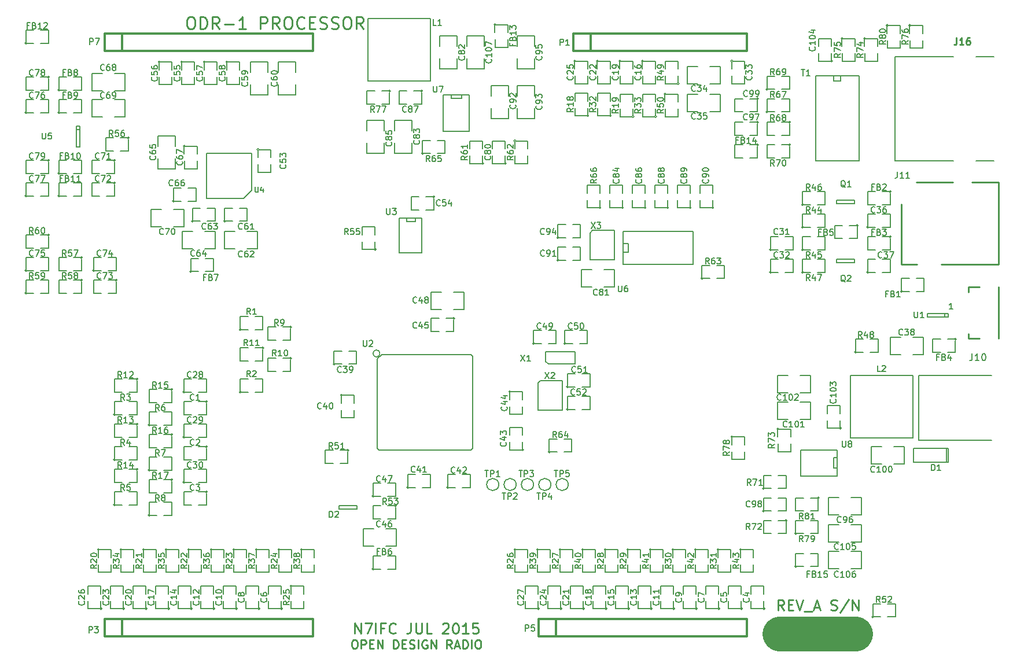
<source format=gto>
G04 (created by PCBNEW (2013-03-19 BZR 4004)-stable) date 7/29/2015 2:41:24 PM*
%MOIN*%
G04 Gerber Fmt 3.4, Leading zero omitted, Abs format*
%FSLAX34Y34*%
G01*
G70*
G90*
G04 APERTURE LIST*
%ADD10C,0.007*%
%ADD11C,0.2*%
%ADD12C,0.01*%
%ADD13C,0.008*%
%ADD14C,0.005*%
%ADD15C,0.006*%
%ADD16C,0.012*%
%ADD17R,0.055X0.015*%
%ADD18R,0.035X0.035*%
%ADD19R,0.08X0.08*%
%ADD20C,0.11*%
%ADD21C,0.16*%
%ADD22R,0.0591X0.0591*%
%ADD23C,0.0591*%
%ADD24R,0.01X0.05*%
%ADD25R,0.05X0.01*%
%ADD26R,0.035X0.055*%
%ADD27R,0.055X0.035*%
%ADD28R,0.016X0.06*%
%ADD29R,0.075X0.025*%
%ADD30R,0.05X0.025*%
%ADD31R,0.04X0.05*%
%ADD32O,0.01X0.04*%
%ADD33O,0.04X0.01*%
%ADD34R,0.055X0.055*%
%ADD35R,0.06X0.02*%
%ADD36R,0.05X0.05*%
%ADD37R,0.325X0.105*%
%ADD38R,0.105X0.325*%
%ADD39R,0.03X0.04*%
%ADD40R,0.08X0.05*%
%ADD41R,0.05X0.08*%
%ADD42C,0.04*%
%ADD43R,0.05X0.022*%
%ADD44R,0.022X0.05*%
%ADD45R,0.015X0.05*%
%ADD46R,0.05X0.015*%
%ADD47R,0.05X0.04*%
%ADD48R,0.06X0.06*%
%ADD49C,0.06*%
G04 APERTURE END LIST*
G54D10*
G54D11*
X49800Y-36900D02*
X54150Y-36900D01*
G54D12*
X50028Y-35542D02*
X49828Y-35257D01*
X49685Y-35542D02*
X49685Y-34942D01*
X49914Y-34942D01*
X49971Y-34971D01*
X50000Y-35000D01*
X50028Y-35057D01*
X50028Y-35142D01*
X50000Y-35200D01*
X49971Y-35228D01*
X49914Y-35257D01*
X49685Y-35257D01*
X50285Y-35228D02*
X50485Y-35228D01*
X50571Y-35542D02*
X50285Y-35542D01*
X50285Y-34942D01*
X50571Y-34942D01*
X50742Y-34942D02*
X50942Y-35542D01*
X51142Y-34942D01*
X51200Y-35600D02*
X51657Y-35600D01*
X51771Y-35371D02*
X52057Y-35371D01*
X51714Y-35542D02*
X51914Y-34942D01*
X52114Y-35542D01*
X52742Y-35514D02*
X52828Y-35542D01*
X52971Y-35542D01*
X53028Y-35514D01*
X53057Y-35485D01*
X53085Y-35428D01*
X53085Y-35371D01*
X53057Y-35314D01*
X53028Y-35285D01*
X52971Y-35257D01*
X52857Y-35228D01*
X52800Y-35200D01*
X52771Y-35171D01*
X52742Y-35114D01*
X52742Y-35057D01*
X52771Y-35000D01*
X52800Y-34971D01*
X52857Y-34942D01*
X53000Y-34942D01*
X53085Y-34971D01*
X53771Y-34914D02*
X53257Y-35685D01*
X53971Y-35542D02*
X53971Y-34942D01*
X54314Y-35542D01*
X54314Y-34942D01*
X25242Y-37252D02*
X25338Y-37252D01*
X25385Y-37276D01*
X25433Y-37323D01*
X25457Y-37419D01*
X25457Y-37585D01*
X25433Y-37680D01*
X25385Y-37728D01*
X25338Y-37752D01*
X25242Y-37752D01*
X25195Y-37728D01*
X25147Y-37680D01*
X25123Y-37585D01*
X25123Y-37419D01*
X25147Y-37323D01*
X25195Y-37276D01*
X25242Y-37252D01*
X25671Y-37752D02*
X25671Y-37252D01*
X25861Y-37252D01*
X25909Y-37276D01*
X25933Y-37300D01*
X25957Y-37347D01*
X25957Y-37419D01*
X25933Y-37466D01*
X25909Y-37490D01*
X25861Y-37514D01*
X25671Y-37514D01*
X26171Y-37490D02*
X26338Y-37490D01*
X26409Y-37752D02*
X26171Y-37752D01*
X26171Y-37252D01*
X26409Y-37252D01*
X26623Y-37752D02*
X26623Y-37252D01*
X26909Y-37752D01*
X26909Y-37252D01*
X27528Y-37752D02*
X27528Y-37252D01*
X27647Y-37252D01*
X27719Y-37276D01*
X27766Y-37323D01*
X27790Y-37371D01*
X27814Y-37466D01*
X27814Y-37538D01*
X27790Y-37633D01*
X27766Y-37680D01*
X27719Y-37728D01*
X27647Y-37752D01*
X27528Y-37752D01*
X28028Y-37490D02*
X28195Y-37490D01*
X28266Y-37752D02*
X28028Y-37752D01*
X28028Y-37252D01*
X28266Y-37252D01*
X28457Y-37728D02*
X28528Y-37752D01*
X28647Y-37752D01*
X28695Y-37728D01*
X28719Y-37704D01*
X28742Y-37657D01*
X28742Y-37609D01*
X28719Y-37561D01*
X28695Y-37538D01*
X28647Y-37514D01*
X28552Y-37490D01*
X28504Y-37466D01*
X28480Y-37442D01*
X28457Y-37395D01*
X28457Y-37347D01*
X28480Y-37300D01*
X28504Y-37276D01*
X28552Y-37252D01*
X28671Y-37252D01*
X28742Y-37276D01*
X28957Y-37752D02*
X28957Y-37252D01*
X29457Y-37276D02*
X29409Y-37252D01*
X29338Y-37252D01*
X29266Y-37276D01*
X29219Y-37323D01*
X29195Y-37371D01*
X29171Y-37466D01*
X29171Y-37538D01*
X29195Y-37633D01*
X29219Y-37680D01*
X29266Y-37728D01*
X29338Y-37752D01*
X29385Y-37752D01*
X29457Y-37728D01*
X29480Y-37704D01*
X29480Y-37538D01*
X29385Y-37538D01*
X29695Y-37752D02*
X29695Y-37252D01*
X29980Y-37752D01*
X29980Y-37252D01*
X30885Y-37752D02*
X30719Y-37514D01*
X30600Y-37752D02*
X30600Y-37252D01*
X30790Y-37252D01*
X30838Y-37276D01*
X30861Y-37300D01*
X30885Y-37347D01*
X30885Y-37419D01*
X30861Y-37466D01*
X30838Y-37490D01*
X30790Y-37514D01*
X30600Y-37514D01*
X31076Y-37609D02*
X31314Y-37609D01*
X31028Y-37752D02*
X31195Y-37252D01*
X31361Y-37752D01*
X31528Y-37752D02*
X31528Y-37252D01*
X31647Y-37252D01*
X31719Y-37276D01*
X31766Y-37323D01*
X31790Y-37371D01*
X31814Y-37466D01*
X31814Y-37538D01*
X31790Y-37633D01*
X31766Y-37680D01*
X31719Y-37728D01*
X31647Y-37752D01*
X31528Y-37752D01*
X32028Y-37752D02*
X32028Y-37252D01*
X32361Y-37252D02*
X32457Y-37252D01*
X32504Y-37276D01*
X32552Y-37323D01*
X32576Y-37419D01*
X32576Y-37585D01*
X32552Y-37680D01*
X32504Y-37728D01*
X32457Y-37752D01*
X32361Y-37752D01*
X32314Y-37728D01*
X32266Y-37680D01*
X32242Y-37585D01*
X32242Y-37419D01*
X32266Y-37323D01*
X32314Y-37276D01*
X32361Y-37252D01*
X25307Y-36892D02*
X25307Y-36292D01*
X25649Y-36892D01*
X25649Y-36292D01*
X25878Y-36292D02*
X26278Y-36292D01*
X26021Y-36892D01*
X26507Y-36892D02*
X26507Y-36292D01*
X26992Y-36578D02*
X26792Y-36578D01*
X26792Y-36892D02*
X26792Y-36292D01*
X27078Y-36292D01*
X27649Y-36835D02*
X27621Y-36864D01*
X27535Y-36892D01*
X27478Y-36892D01*
X27392Y-36864D01*
X27335Y-36807D01*
X27307Y-36750D01*
X27278Y-36635D01*
X27278Y-36550D01*
X27307Y-36435D01*
X27335Y-36378D01*
X27392Y-36321D01*
X27478Y-36292D01*
X27535Y-36292D01*
X27621Y-36321D01*
X27649Y-36350D01*
X28535Y-36292D02*
X28535Y-36721D01*
X28507Y-36807D01*
X28449Y-36864D01*
X28364Y-36892D01*
X28307Y-36892D01*
X28821Y-36292D02*
X28821Y-36778D01*
X28850Y-36835D01*
X28878Y-36864D01*
X28935Y-36892D01*
X29050Y-36892D01*
X29107Y-36864D01*
X29135Y-36835D01*
X29164Y-36778D01*
X29164Y-36292D01*
X29735Y-36892D02*
X29449Y-36892D01*
X29449Y-36292D01*
X30364Y-36350D02*
X30392Y-36321D01*
X30449Y-36292D01*
X30592Y-36292D01*
X30649Y-36321D01*
X30678Y-36350D01*
X30707Y-36407D01*
X30707Y-36464D01*
X30678Y-36550D01*
X30335Y-36892D01*
X30707Y-36892D01*
X31078Y-36292D02*
X31135Y-36292D01*
X31192Y-36321D01*
X31221Y-36350D01*
X31249Y-36407D01*
X31278Y-36521D01*
X31278Y-36664D01*
X31249Y-36778D01*
X31221Y-36835D01*
X31192Y-36864D01*
X31135Y-36892D01*
X31078Y-36892D01*
X31021Y-36864D01*
X30992Y-36835D01*
X30964Y-36778D01*
X30935Y-36664D01*
X30935Y-36521D01*
X30964Y-36407D01*
X30992Y-36350D01*
X31021Y-36321D01*
X31078Y-36292D01*
X31850Y-36892D02*
X31507Y-36892D01*
X31678Y-36892D02*
X31678Y-36292D01*
X31621Y-36378D01*
X31564Y-36435D01*
X31507Y-36464D01*
X32392Y-36292D02*
X32107Y-36292D01*
X32078Y-36578D01*
X32107Y-36550D01*
X32164Y-36521D01*
X32307Y-36521D01*
X32364Y-36550D01*
X32392Y-36578D01*
X32421Y-36635D01*
X32421Y-36778D01*
X32392Y-36835D01*
X32364Y-36864D01*
X32307Y-36892D01*
X32164Y-36892D01*
X32107Y-36864D01*
X32078Y-36835D01*
X15783Y-1333D02*
X15916Y-1333D01*
X15983Y-1366D01*
X16050Y-1433D01*
X16083Y-1566D01*
X16083Y-1800D01*
X16050Y-1933D01*
X15983Y-2000D01*
X15916Y-2033D01*
X15783Y-2033D01*
X15716Y-2000D01*
X15650Y-1933D01*
X15616Y-1800D01*
X15616Y-1566D01*
X15650Y-1433D01*
X15716Y-1366D01*
X15783Y-1333D01*
X16383Y-2033D02*
X16383Y-1333D01*
X16550Y-1333D01*
X16650Y-1366D01*
X16716Y-1433D01*
X16750Y-1500D01*
X16783Y-1633D01*
X16783Y-1733D01*
X16750Y-1866D01*
X16716Y-1933D01*
X16650Y-2000D01*
X16550Y-2033D01*
X16383Y-2033D01*
X17483Y-2033D02*
X17250Y-1700D01*
X17083Y-2033D02*
X17083Y-1333D01*
X17350Y-1333D01*
X17416Y-1366D01*
X17450Y-1400D01*
X17483Y-1466D01*
X17483Y-1566D01*
X17450Y-1633D01*
X17416Y-1666D01*
X17350Y-1700D01*
X17083Y-1700D01*
X17783Y-1766D02*
X18316Y-1766D01*
X19016Y-2033D02*
X18616Y-2033D01*
X18816Y-2033D02*
X18816Y-1333D01*
X18750Y-1433D01*
X18683Y-1500D01*
X18616Y-1533D01*
X19850Y-2033D02*
X19850Y-1333D01*
X20116Y-1333D01*
X20183Y-1366D01*
X20216Y-1400D01*
X20250Y-1466D01*
X20250Y-1566D01*
X20216Y-1633D01*
X20183Y-1666D01*
X20116Y-1700D01*
X19850Y-1700D01*
X20950Y-2033D02*
X20716Y-1700D01*
X20550Y-2033D02*
X20550Y-1333D01*
X20816Y-1333D01*
X20883Y-1366D01*
X20916Y-1400D01*
X20950Y-1466D01*
X20950Y-1566D01*
X20916Y-1633D01*
X20883Y-1666D01*
X20816Y-1700D01*
X20550Y-1700D01*
X21383Y-1333D02*
X21516Y-1333D01*
X21583Y-1366D01*
X21650Y-1433D01*
X21683Y-1566D01*
X21683Y-1800D01*
X21650Y-1933D01*
X21583Y-2000D01*
X21516Y-2033D01*
X21383Y-2033D01*
X21316Y-2000D01*
X21250Y-1933D01*
X21216Y-1800D01*
X21216Y-1566D01*
X21250Y-1433D01*
X21316Y-1366D01*
X21383Y-1333D01*
X22383Y-1966D02*
X22350Y-2000D01*
X22250Y-2033D01*
X22183Y-2033D01*
X22083Y-2000D01*
X22016Y-1933D01*
X21983Y-1866D01*
X21950Y-1733D01*
X21950Y-1633D01*
X21983Y-1500D01*
X22016Y-1433D01*
X22083Y-1366D01*
X22183Y-1333D01*
X22250Y-1333D01*
X22350Y-1366D01*
X22383Y-1400D01*
X22683Y-1666D02*
X22916Y-1666D01*
X23016Y-2033D02*
X22683Y-2033D01*
X22683Y-1333D01*
X23016Y-1333D01*
X23283Y-2000D02*
X23383Y-2033D01*
X23550Y-2033D01*
X23616Y-2000D01*
X23650Y-1966D01*
X23683Y-1900D01*
X23683Y-1833D01*
X23650Y-1766D01*
X23616Y-1733D01*
X23550Y-1700D01*
X23416Y-1666D01*
X23350Y-1633D01*
X23316Y-1600D01*
X23283Y-1533D01*
X23283Y-1466D01*
X23316Y-1400D01*
X23350Y-1366D01*
X23416Y-1333D01*
X23583Y-1333D01*
X23683Y-1366D01*
X23950Y-2000D02*
X24050Y-2033D01*
X24216Y-2033D01*
X24283Y-2000D01*
X24316Y-1966D01*
X24350Y-1900D01*
X24350Y-1833D01*
X24316Y-1766D01*
X24283Y-1733D01*
X24216Y-1700D01*
X24083Y-1666D01*
X24016Y-1633D01*
X23983Y-1600D01*
X23950Y-1533D01*
X23950Y-1466D01*
X23983Y-1400D01*
X24016Y-1366D01*
X24083Y-1333D01*
X24250Y-1333D01*
X24350Y-1366D01*
X24783Y-1333D02*
X24916Y-1333D01*
X24983Y-1366D01*
X25050Y-1433D01*
X25083Y-1566D01*
X25083Y-1800D01*
X25050Y-1933D01*
X24983Y-2000D01*
X24916Y-2033D01*
X24783Y-2033D01*
X24716Y-2000D01*
X24650Y-1933D01*
X24616Y-1800D01*
X24616Y-1566D01*
X24650Y-1433D01*
X24716Y-1366D01*
X24783Y-1333D01*
X25783Y-2033D02*
X25550Y-1700D01*
X25383Y-2033D02*
X25383Y-1333D01*
X25650Y-1333D01*
X25716Y-1366D01*
X25750Y-1400D01*
X25783Y-1466D01*
X25783Y-1566D01*
X25750Y-1633D01*
X25716Y-1666D01*
X25650Y-1700D01*
X25383Y-1700D01*
G54D10*
X59750Y-18191D02*
X59550Y-18191D01*
X59650Y-18191D02*
X59650Y-17841D01*
X59616Y-17891D01*
X59583Y-17925D01*
X59550Y-17941D01*
G54D13*
X57800Y-25750D02*
X62000Y-25750D01*
X57800Y-22000D02*
X57800Y-25750D01*
X57800Y-22000D02*
X62000Y-22000D01*
G54D12*
X60670Y-17200D02*
X60670Y-16920D01*
X60670Y-19880D02*
X61300Y-19880D01*
X62400Y-19880D02*
X62400Y-16920D01*
X60670Y-16920D02*
X61300Y-16920D01*
X60670Y-19880D02*
X60670Y-19600D01*
X59750Y-10870D02*
X57650Y-10870D01*
X62400Y-10870D02*
X62400Y-15630D01*
X62400Y-15630D02*
X59100Y-15630D01*
X56800Y-15630D02*
X56800Y-12150D01*
X60850Y-10870D02*
X62400Y-10870D01*
X57700Y-15630D02*
X56800Y-15630D01*
G54D14*
X61080Y-3650D02*
X62130Y-3650D01*
X61080Y-9650D02*
X62130Y-9650D01*
X56430Y-3650D02*
X59780Y-3650D01*
X56430Y-3650D02*
X56430Y-9650D01*
X56430Y-9650D02*
X59780Y-9650D01*
G54D13*
X26750Y-20750D02*
G75*
G03X26750Y-20750I-200J0D01*
G74*
G01*
X26850Y-20800D02*
X26600Y-21050D01*
X26700Y-26300D02*
X26600Y-26200D01*
X32000Y-26300D02*
X32100Y-26200D01*
X32100Y-20900D02*
X32000Y-20800D01*
X26600Y-21050D02*
X26600Y-26200D01*
X26700Y-26300D02*
X32000Y-26300D01*
X32100Y-26200D02*
X32100Y-20900D01*
X32000Y-20800D02*
X26850Y-20800D01*
G54D15*
X14805Y-25425D02*
G75*
G03X14805Y-25425I-55J0D01*
G74*
G01*
X14300Y-25425D02*
X14700Y-25425D01*
X14750Y-25500D02*
X14750Y-26170D01*
X14750Y-26170D02*
X14300Y-26170D01*
X13900Y-26170D02*
X13450Y-26170D01*
X13450Y-26170D02*
X13450Y-25430D01*
X13450Y-25430D02*
X13900Y-25430D01*
X14805Y-22825D02*
G75*
G03X14805Y-22825I-55J0D01*
G74*
G01*
X14300Y-22825D02*
X14700Y-22825D01*
X14750Y-22900D02*
X14750Y-23570D01*
X14750Y-23570D02*
X14300Y-23570D01*
X13900Y-23570D02*
X13450Y-23570D01*
X13450Y-23570D02*
X13450Y-22830D01*
X13450Y-22830D02*
X13900Y-22830D01*
X12805Y-27425D02*
G75*
G03X12805Y-27425I-55J0D01*
G74*
G01*
X12300Y-27425D02*
X12700Y-27425D01*
X12750Y-27500D02*
X12750Y-28170D01*
X12750Y-28170D02*
X12300Y-28170D01*
X11900Y-28170D02*
X11450Y-28170D01*
X11450Y-28170D02*
X11450Y-27430D01*
X11450Y-27430D02*
X11900Y-27430D01*
X12805Y-24825D02*
G75*
G03X12805Y-24825I-55J0D01*
G74*
G01*
X12300Y-24825D02*
X12700Y-24825D01*
X12750Y-24900D02*
X12750Y-25570D01*
X12750Y-25570D02*
X12300Y-25570D01*
X11900Y-25570D02*
X11450Y-25570D01*
X11450Y-25570D02*
X11450Y-24830D01*
X11450Y-24830D02*
X11900Y-24830D01*
X12805Y-22225D02*
G75*
G03X12805Y-22225I-55J0D01*
G74*
G01*
X12300Y-22225D02*
X12700Y-22225D01*
X12750Y-22300D02*
X12750Y-22970D01*
X12750Y-22970D02*
X12300Y-22970D01*
X11900Y-22970D02*
X11450Y-22970D01*
X11450Y-22970D02*
X11450Y-22230D01*
X11450Y-22230D02*
X11900Y-22230D01*
X13505Y-30075D02*
G75*
G03X13505Y-30075I-55J0D01*
G74*
G01*
X13900Y-30075D02*
X13500Y-30075D01*
X13450Y-30000D02*
X13450Y-29330D01*
X13450Y-29330D02*
X13900Y-29330D01*
X14300Y-29330D02*
X14750Y-29330D01*
X14750Y-29330D02*
X14750Y-30070D01*
X14750Y-30070D02*
X14300Y-30070D01*
X13505Y-27475D02*
G75*
G03X13505Y-27475I-55J0D01*
G74*
G01*
X13900Y-27475D02*
X13500Y-27475D01*
X13450Y-27400D02*
X13450Y-26730D01*
X13450Y-26730D02*
X13900Y-26730D01*
X14300Y-26730D02*
X14750Y-26730D01*
X14750Y-26730D02*
X14750Y-27470D01*
X14750Y-27470D02*
X14300Y-27470D01*
X13505Y-24875D02*
G75*
G03X13505Y-24875I-55J0D01*
G74*
G01*
X13900Y-24875D02*
X13500Y-24875D01*
X13450Y-24800D02*
X13450Y-24130D01*
X13450Y-24130D02*
X13900Y-24130D01*
X14300Y-24130D02*
X14750Y-24130D01*
X14750Y-24130D02*
X14750Y-24870D01*
X14750Y-24870D02*
X14300Y-24870D01*
X11505Y-29475D02*
G75*
G03X11505Y-29475I-55J0D01*
G74*
G01*
X11900Y-29475D02*
X11500Y-29475D01*
X11450Y-29400D02*
X11450Y-28730D01*
X11450Y-28730D02*
X11900Y-28730D01*
X12300Y-28730D02*
X12750Y-28730D01*
X12750Y-28730D02*
X12750Y-29470D01*
X12750Y-29470D02*
X12300Y-29470D01*
X11505Y-26875D02*
G75*
G03X11505Y-26875I-55J0D01*
G74*
G01*
X11900Y-26875D02*
X11500Y-26875D01*
X11450Y-26800D02*
X11450Y-26130D01*
X11450Y-26130D02*
X11900Y-26130D01*
X12300Y-26130D02*
X12750Y-26130D01*
X12750Y-26130D02*
X12750Y-26870D01*
X12750Y-26870D02*
X12300Y-26870D01*
X22280Y-32050D02*
G75*
G03X22280Y-32050I-55J0D01*
G74*
G01*
X22225Y-32500D02*
X22225Y-32100D01*
X22300Y-32050D02*
X22970Y-32050D01*
X22970Y-32050D02*
X22970Y-32500D01*
X22970Y-32900D02*
X22970Y-33350D01*
X22970Y-33350D02*
X22230Y-33350D01*
X22230Y-33350D02*
X22230Y-32900D01*
X21680Y-34150D02*
G75*
G03X21680Y-34150I-55J0D01*
G74*
G01*
X21625Y-34600D02*
X21625Y-34200D01*
X21700Y-34150D02*
X22370Y-34150D01*
X22370Y-34150D02*
X22370Y-34600D01*
X22370Y-35000D02*
X22370Y-35450D01*
X22370Y-35450D02*
X21630Y-35450D01*
X21630Y-35450D02*
X21630Y-35000D01*
X14805Y-28025D02*
G75*
G03X14805Y-28025I-55J0D01*
G74*
G01*
X14300Y-28025D02*
X14700Y-28025D01*
X14750Y-28100D02*
X14750Y-28770D01*
X14750Y-28770D02*
X14300Y-28770D01*
X13900Y-28770D02*
X13450Y-28770D01*
X13450Y-28770D02*
X13450Y-28030D01*
X13450Y-28030D02*
X13900Y-28030D01*
X10730Y-35450D02*
G75*
G03X10730Y-35450I-55J0D01*
G74*
G01*
X10675Y-35000D02*
X10675Y-35400D01*
X10600Y-35450D02*
X9930Y-35450D01*
X9930Y-35450D02*
X9930Y-35000D01*
X9930Y-34600D02*
X9930Y-34150D01*
X9930Y-34150D02*
X10670Y-34150D01*
X10670Y-34150D02*
X10670Y-34600D01*
X12030Y-35450D02*
G75*
G03X12030Y-35450I-55J0D01*
G74*
G01*
X11975Y-35000D02*
X11975Y-35400D01*
X11900Y-35450D02*
X11230Y-35450D01*
X11230Y-35450D02*
X11230Y-35000D01*
X11230Y-34600D02*
X11230Y-34150D01*
X11230Y-34150D02*
X11970Y-34150D01*
X11970Y-34150D02*
X11970Y-34600D01*
X13330Y-35450D02*
G75*
G03X13330Y-35450I-55J0D01*
G74*
G01*
X13275Y-35000D02*
X13275Y-35400D01*
X13200Y-35450D02*
X12530Y-35450D01*
X12530Y-35450D02*
X12530Y-35000D01*
X12530Y-34600D02*
X12530Y-34150D01*
X12530Y-34150D02*
X13270Y-34150D01*
X13270Y-34150D02*
X13270Y-34600D01*
X54305Y-13375D02*
G75*
G03X54305Y-13375I-55J0D01*
G74*
G01*
X53800Y-13375D02*
X54200Y-13375D01*
X54250Y-13450D02*
X54250Y-14120D01*
X54250Y-14120D02*
X53800Y-14120D01*
X53400Y-14120D02*
X52950Y-14120D01*
X52950Y-14120D02*
X52950Y-13380D01*
X52950Y-13380D02*
X53400Y-13380D01*
X51155Y-16075D02*
G75*
G03X51155Y-16075I-55J0D01*
G74*
G01*
X51550Y-16075D02*
X51150Y-16075D01*
X51100Y-16000D02*
X51100Y-15330D01*
X51100Y-15330D02*
X51550Y-15330D01*
X51950Y-15330D02*
X52400Y-15330D01*
X52400Y-15330D02*
X52400Y-16070D01*
X52400Y-16070D02*
X51950Y-16070D01*
X14630Y-35450D02*
G75*
G03X14630Y-35450I-55J0D01*
G74*
G01*
X14575Y-35000D02*
X14575Y-35400D01*
X14500Y-35450D02*
X13830Y-35450D01*
X13830Y-35450D02*
X13830Y-35000D01*
X13830Y-34600D02*
X13830Y-34150D01*
X13830Y-34150D02*
X14570Y-34150D01*
X14570Y-34150D02*
X14570Y-34600D01*
X15930Y-35450D02*
G75*
G03X15930Y-35450I-55J0D01*
G74*
G01*
X15875Y-35000D02*
X15875Y-35400D01*
X15800Y-35450D02*
X15130Y-35450D01*
X15130Y-35450D02*
X15130Y-35000D01*
X15130Y-34600D02*
X15130Y-34150D01*
X15130Y-34150D02*
X15870Y-34150D01*
X15870Y-34150D02*
X15870Y-34600D01*
X17230Y-35450D02*
G75*
G03X17230Y-35450I-55J0D01*
G74*
G01*
X17175Y-35000D02*
X17175Y-35400D01*
X17100Y-35450D02*
X16430Y-35450D01*
X16430Y-35450D02*
X16430Y-35000D01*
X16430Y-34600D02*
X16430Y-34150D01*
X16430Y-34150D02*
X17170Y-34150D01*
X17170Y-34150D02*
X17170Y-34600D01*
X18530Y-35450D02*
G75*
G03X18530Y-35450I-55J0D01*
G74*
G01*
X18475Y-35000D02*
X18475Y-35400D01*
X18400Y-35450D02*
X17730Y-35450D01*
X17730Y-35450D02*
X17730Y-35000D01*
X17730Y-34600D02*
X17730Y-34150D01*
X17730Y-34150D02*
X18470Y-34150D01*
X18470Y-34150D02*
X18470Y-34600D01*
X19830Y-35450D02*
G75*
G03X19830Y-35450I-55J0D01*
G74*
G01*
X19775Y-35000D02*
X19775Y-35400D01*
X19700Y-35450D02*
X19030Y-35450D01*
X19030Y-35450D02*
X19030Y-35000D01*
X19030Y-34600D02*
X19030Y-34150D01*
X19030Y-34150D02*
X19770Y-34150D01*
X19770Y-34150D02*
X19770Y-34600D01*
X54905Y-16075D02*
G75*
G03X54905Y-16075I-55J0D01*
G74*
G01*
X55300Y-16075D02*
X54900Y-16075D01*
X54850Y-16000D02*
X54850Y-15330D01*
X54850Y-15330D02*
X55300Y-15330D01*
X55700Y-15330D02*
X56150Y-15330D01*
X56150Y-15330D02*
X56150Y-16070D01*
X56150Y-16070D02*
X55700Y-16070D01*
X31055Y-18725D02*
G75*
G03X31055Y-18725I-55J0D01*
G74*
G01*
X30550Y-18725D02*
X30950Y-18725D01*
X31000Y-18800D02*
X31000Y-19470D01*
X31000Y-19470D02*
X30550Y-19470D01*
X30150Y-19470D02*
X29700Y-19470D01*
X29700Y-19470D02*
X29700Y-18730D01*
X29700Y-18730D02*
X30150Y-18730D01*
X26405Y-28975D02*
G75*
G03X26405Y-28975I-55J0D01*
G74*
G01*
X26800Y-28975D02*
X26400Y-28975D01*
X26350Y-28900D02*
X26350Y-28230D01*
X26350Y-28230D02*
X26800Y-28230D01*
X27200Y-28230D02*
X27650Y-28230D01*
X27650Y-28230D02*
X27650Y-28970D01*
X27650Y-28970D02*
X27200Y-28970D01*
X37605Y-23975D02*
G75*
G03X37605Y-23975I-55J0D01*
G74*
G01*
X38000Y-23975D02*
X37600Y-23975D01*
X37550Y-23900D02*
X37550Y-23230D01*
X37550Y-23230D02*
X38000Y-23230D01*
X38400Y-23230D02*
X38850Y-23230D01*
X38850Y-23230D02*
X38850Y-23970D01*
X38850Y-23970D02*
X38400Y-23970D01*
X37605Y-22675D02*
G75*
G03X37605Y-22675I-55J0D01*
G74*
G01*
X38000Y-22675D02*
X37600Y-22675D01*
X37550Y-22600D02*
X37550Y-21930D01*
X37550Y-21930D02*
X38000Y-21930D01*
X38400Y-21930D02*
X38850Y-21930D01*
X38850Y-21930D02*
X38850Y-22670D01*
X38850Y-22670D02*
X38400Y-22670D01*
X56855Y-17175D02*
G75*
G03X56855Y-17175I-55J0D01*
G74*
G01*
X57250Y-17175D02*
X56850Y-17175D01*
X56800Y-17100D02*
X56800Y-16430D01*
X56800Y-16430D02*
X57250Y-16430D01*
X57650Y-16430D02*
X58100Y-16430D01*
X58100Y-16430D02*
X58100Y-17170D01*
X58100Y-17170D02*
X57650Y-17170D01*
X59955Y-19925D02*
G75*
G03X59955Y-19925I-55J0D01*
G74*
G01*
X59450Y-19925D02*
X59850Y-19925D01*
X59900Y-20000D02*
X59900Y-20670D01*
X59900Y-20670D02*
X59450Y-20670D01*
X59050Y-20670D02*
X58600Y-20670D01*
X58600Y-20670D02*
X58600Y-19930D01*
X58600Y-19930D02*
X59050Y-19930D01*
X47080Y-3900D02*
G75*
G03X47080Y-3900I-55J0D01*
G74*
G01*
X47025Y-4350D02*
X47025Y-3950D01*
X47100Y-3900D02*
X47770Y-3900D01*
X47770Y-3900D02*
X47770Y-4350D01*
X47770Y-4750D02*
X47770Y-5200D01*
X47770Y-5200D02*
X47030Y-5200D01*
X47030Y-5200D02*
X47030Y-4750D01*
X39330Y-3900D02*
G75*
G03X39330Y-3900I-55J0D01*
G74*
G01*
X39275Y-4350D02*
X39275Y-3950D01*
X39350Y-3900D02*
X40020Y-3900D01*
X40020Y-3900D02*
X40020Y-4350D01*
X40020Y-4750D02*
X40020Y-5200D01*
X40020Y-5200D02*
X39280Y-5200D01*
X39280Y-5200D02*
X39280Y-4750D01*
X54205Y-20675D02*
G75*
G03X54205Y-20675I-55J0D01*
G74*
G01*
X54600Y-20675D02*
X54200Y-20675D01*
X54150Y-20600D02*
X54150Y-19930D01*
X54150Y-19930D02*
X54600Y-19930D01*
X55000Y-19930D02*
X55450Y-19930D01*
X55450Y-19930D02*
X55450Y-20670D01*
X55450Y-20670D02*
X55000Y-20670D01*
X43980Y-5200D02*
G75*
G03X43980Y-5200I-55J0D01*
G74*
G01*
X43925Y-4750D02*
X43925Y-5150D01*
X43850Y-5200D02*
X43180Y-5200D01*
X43180Y-5200D02*
X43180Y-4750D01*
X43180Y-4350D02*
X43180Y-3900D01*
X43180Y-3900D02*
X43920Y-3900D01*
X43920Y-3900D02*
X43920Y-4350D01*
X38030Y-3900D02*
G75*
G03X38030Y-3900I-55J0D01*
G74*
G01*
X37975Y-4350D02*
X37975Y-3950D01*
X38050Y-3900D02*
X38720Y-3900D01*
X38720Y-3900D02*
X38720Y-4350D01*
X38720Y-4750D02*
X38720Y-5200D01*
X38720Y-5200D02*
X37980Y-5200D01*
X37980Y-5200D02*
X37980Y-4750D01*
X38780Y-7050D02*
G75*
G03X38780Y-7050I-55J0D01*
G74*
G01*
X38725Y-6600D02*
X38725Y-7000D01*
X38650Y-7050D02*
X37980Y-7050D01*
X37980Y-7050D02*
X37980Y-6600D01*
X37980Y-6200D02*
X37980Y-5750D01*
X37980Y-5750D02*
X38720Y-5750D01*
X38720Y-5750D02*
X38720Y-6200D01*
X56205Y-14025D02*
G75*
G03X56205Y-14025I-55J0D01*
G74*
G01*
X55700Y-14025D02*
X56100Y-14025D01*
X56150Y-14100D02*
X56150Y-14770D01*
X56150Y-14770D02*
X55700Y-14770D01*
X55300Y-14770D02*
X54850Y-14770D01*
X54850Y-14770D02*
X54850Y-14030D01*
X54850Y-14030D02*
X55300Y-14030D01*
X41930Y-3900D02*
G75*
G03X41930Y-3900I-55J0D01*
G74*
G01*
X41875Y-4350D02*
X41875Y-3950D01*
X41950Y-3900D02*
X42620Y-3900D01*
X42620Y-3900D02*
X42620Y-4350D01*
X42620Y-4750D02*
X42620Y-5200D01*
X42620Y-5200D02*
X41880Y-5200D01*
X41880Y-5200D02*
X41880Y-4750D01*
X42680Y-7100D02*
G75*
G03X42680Y-7100I-55J0D01*
G74*
G01*
X42625Y-6650D02*
X42625Y-7050D01*
X42550Y-7100D02*
X41880Y-7100D01*
X41880Y-7100D02*
X41880Y-6650D01*
X41880Y-6250D02*
X41880Y-5800D01*
X41880Y-5800D02*
X42620Y-5800D01*
X42620Y-5800D02*
X42620Y-6250D01*
X41380Y-7100D02*
G75*
G03X41380Y-7100I-55J0D01*
G74*
G01*
X41325Y-6650D02*
X41325Y-7050D01*
X41250Y-7100D02*
X40580Y-7100D01*
X40580Y-7100D02*
X40580Y-6650D01*
X40580Y-6250D02*
X40580Y-5800D01*
X40580Y-5800D02*
X41320Y-5800D01*
X41320Y-5800D02*
X41320Y-6250D01*
X40080Y-7050D02*
G75*
G03X40080Y-7050I-55J0D01*
G74*
G01*
X40025Y-6600D02*
X40025Y-7000D01*
X39950Y-7050D02*
X39280Y-7050D01*
X39280Y-7050D02*
X39280Y-6600D01*
X39280Y-6200D02*
X39280Y-5750D01*
X39280Y-5750D02*
X40020Y-5750D01*
X40020Y-5750D02*
X40020Y-6200D01*
X40630Y-3900D02*
G75*
G03X40630Y-3900I-55J0D01*
G74*
G01*
X40575Y-4350D02*
X40575Y-3950D01*
X40650Y-3900D02*
X41320Y-3900D01*
X41320Y-3900D02*
X41320Y-4350D01*
X41320Y-4750D02*
X41320Y-5200D01*
X41320Y-5200D02*
X40580Y-5200D01*
X40580Y-5200D02*
X40580Y-4750D01*
X43230Y-5800D02*
G75*
G03X43230Y-5800I-55J0D01*
G74*
G01*
X43175Y-6250D02*
X43175Y-5850D01*
X43250Y-5800D02*
X43920Y-5800D01*
X43920Y-5800D02*
X43920Y-6250D01*
X43920Y-6650D02*
X43920Y-7100D01*
X43920Y-7100D02*
X43180Y-7100D01*
X43180Y-7100D02*
X43180Y-6650D01*
X21655Y-19225D02*
G75*
G03X21655Y-19225I-55J0D01*
G74*
G01*
X21150Y-19225D02*
X21550Y-19225D01*
X21600Y-19300D02*
X21600Y-19970D01*
X21600Y-19970D02*
X21150Y-19970D01*
X20750Y-19970D02*
X20300Y-19970D01*
X20300Y-19970D02*
X20300Y-19230D01*
X20300Y-19230D02*
X20750Y-19230D01*
X18755Y-19375D02*
G75*
G03X18755Y-19375I-55J0D01*
G74*
G01*
X19150Y-19375D02*
X18750Y-19375D01*
X18700Y-19300D02*
X18700Y-18630D01*
X18700Y-18630D02*
X19150Y-18630D01*
X19550Y-18630D02*
X20000Y-18630D01*
X20000Y-18630D02*
X20000Y-19370D01*
X20000Y-19370D02*
X19550Y-19370D01*
X18755Y-22975D02*
G75*
G03X18755Y-22975I-55J0D01*
G74*
G01*
X19150Y-22975D02*
X18750Y-22975D01*
X18700Y-22900D02*
X18700Y-22230D01*
X18700Y-22230D02*
X19150Y-22230D01*
X19550Y-22230D02*
X20000Y-22230D01*
X20000Y-22230D02*
X20000Y-22970D01*
X20000Y-22970D02*
X19550Y-22970D01*
X47580Y-32050D02*
G75*
G03X47580Y-32050I-55J0D01*
G74*
G01*
X47525Y-32500D02*
X47525Y-32100D01*
X47600Y-32050D02*
X48270Y-32050D01*
X48270Y-32050D02*
X48270Y-32500D01*
X48270Y-32900D02*
X48270Y-33350D01*
X48270Y-33350D02*
X47530Y-33350D01*
X47530Y-33350D02*
X47530Y-32900D01*
X46280Y-32050D02*
G75*
G03X46280Y-32050I-55J0D01*
G74*
G01*
X46225Y-32500D02*
X46225Y-32100D01*
X46300Y-32050D02*
X46970Y-32050D01*
X46970Y-32050D02*
X46970Y-32500D01*
X46970Y-32900D02*
X46970Y-33350D01*
X46970Y-33350D02*
X46230Y-33350D01*
X46230Y-33350D02*
X46230Y-32900D01*
X44980Y-32050D02*
G75*
G03X44980Y-32050I-55J0D01*
G74*
G01*
X44925Y-32500D02*
X44925Y-32100D01*
X45000Y-32050D02*
X45670Y-32050D01*
X45670Y-32050D02*
X45670Y-32500D01*
X45670Y-32900D02*
X45670Y-33350D01*
X45670Y-33350D02*
X44930Y-33350D01*
X44930Y-33350D02*
X44930Y-32900D01*
X43680Y-32050D02*
G75*
G03X43680Y-32050I-55J0D01*
G74*
G01*
X43625Y-32500D02*
X43625Y-32100D01*
X43700Y-32050D02*
X44370Y-32050D01*
X44370Y-32050D02*
X44370Y-32500D01*
X44370Y-32900D02*
X44370Y-33350D01*
X44370Y-33350D02*
X43630Y-33350D01*
X43630Y-33350D02*
X43630Y-32900D01*
X42380Y-32050D02*
G75*
G03X42380Y-32050I-55J0D01*
G74*
G01*
X42325Y-32500D02*
X42325Y-32100D01*
X42400Y-32050D02*
X43070Y-32050D01*
X43070Y-32050D02*
X43070Y-32500D01*
X43070Y-32900D02*
X43070Y-33350D01*
X43070Y-33350D02*
X42330Y-33350D01*
X42330Y-33350D02*
X42330Y-32900D01*
X41080Y-32050D02*
G75*
G03X41080Y-32050I-55J0D01*
G74*
G01*
X41025Y-32500D02*
X41025Y-32100D01*
X41100Y-32050D02*
X41770Y-32050D01*
X41770Y-32050D02*
X41770Y-32500D01*
X41770Y-32900D02*
X41770Y-33350D01*
X41770Y-33350D02*
X41030Y-33350D01*
X41030Y-33350D02*
X41030Y-32900D01*
X39780Y-32050D02*
G75*
G03X39780Y-32050I-55J0D01*
G74*
G01*
X39725Y-32500D02*
X39725Y-32100D01*
X39800Y-32050D02*
X40470Y-32050D01*
X40470Y-32050D02*
X40470Y-32500D01*
X40470Y-32900D02*
X40470Y-33350D01*
X40470Y-33350D02*
X39730Y-33350D01*
X39730Y-33350D02*
X39730Y-32900D01*
X38480Y-32050D02*
G75*
G03X38480Y-32050I-55J0D01*
G74*
G01*
X38425Y-32500D02*
X38425Y-32100D01*
X38500Y-32050D02*
X39170Y-32050D01*
X39170Y-32050D02*
X39170Y-32500D01*
X39170Y-32900D02*
X39170Y-33350D01*
X39170Y-33350D02*
X38430Y-33350D01*
X38430Y-33350D02*
X38430Y-32900D01*
X51155Y-12175D02*
G75*
G03X51155Y-12175I-55J0D01*
G74*
G01*
X51550Y-12175D02*
X51150Y-12175D01*
X51100Y-12100D02*
X51100Y-11430D01*
X51100Y-11430D02*
X51550Y-11430D01*
X51950Y-11430D02*
X52400Y-11430D01*
X52400Y-11430D02*
X52400Y-12170D01*
X52400Y-12170D02*
X51950Y-12170D01*
X21130Y-35450D02*
G75*
G03X21130Y-35450I-55J0D01*
G74*
G01*
X21075Y-35000D02*
X21075Y-35400D01*
X21000Y-35450D02*
X20330Y-35450D01*
X20330Y-35450D02*
X20330Y-35000D01*
X20330Y-34600D02*
X20330Y-34150D01*
X20330Y-34150D02*
X21070Y-34150D01*
X21070Y-34150D02*
X21070Y-34600D01*
X49305Y-14775D02*
G75*
G03X49305Y-14775I-55J0D01*
G74*
G01*
X49700Y-14775D02*
X49300Y-14775D01*
X49250Y-14700D02*
X49250Y-14030D01*
X49250Y-14030D02*
X49700Y-14030D01*
X50100Y-14030D02*
X50550Y-14030D01*
X50550Y-14030D02*
X50550Y-14770D01*
X50550Y-14770D02*
X50100Y-14770D01*
X37180Y-32050D02*
G75*
G03X37180Y-32050I-55J0D01*
G74*
G01*
X37125Y-32500D02*
X37125Y-32100D01*
X37200Y-32050D02*
X37870Y-32050D01*
X37870Y-32050D02*
X37870Y-32500D01*
X37870Y-32900D02*
X37870Y-33350D01*
X37870Y-33350D02*
X37130Y-33350D01*
X37130Y-33350D02*
X37130Y-32900D01*
X11505Y-24275D02*
G75*
G03X11505Y-24275I-55J0D01*
G74*
G01*
X11900Y-24275D02*
X11500Y-24275D01*
X11450Y-24200D02*
X11450Y-23530D01*
X11450Y-23530D02*
X11900Y-23530D01*
X12300Y-23530D02*
X12750Y-23530D01*
X12750Y-23530D02*
X12750Y-24270D01*
X12750Y-24270D02*
X12300Y-24270D01*
X35880Y-32050D02*
G75*
G03X35880Y-32050I-55J0D01*
G74*
G01*
X35825Y-32500D02*
X35825Y-32100D01*
X35900Y-32050D02*
X36570Y-32050D01*
X36570Y-32050D02*
X36570Y-32500D01*
X36570Y-32900D02*
X36570Y-33350D01*
X36570Y-33350D02*
X35830Y-33350D01*
X35830Y-33350D02*
X35830Y-32900D01*
X15505Y-22975D02*
G75*
G03X15505Y-22975I-55J0D01*
G74*
G01*
X15900Y-22975D02*
X15500Y-22975D01*
X15450Y-22900D02*
X15450Y-22230D01*
X15450Y-22230D02*
X15900Y-22230D01*
X16300Y-22230D02*
X16750Y-22230D01*
X16750Y-22230D02*
X16750Y-22970D01*
X16750Y-22970D02*
X16300Y-22970D01*
X15505Y-25575D02*
G75*
G03X15505Y-25575I-55J0D01*
G74*
G01*
X15900Y-25575D02*
X15500Y-25575D01*
X15450Y-25500D02*
X15450Y-24830D01*
X15450Y-24830D02*
X15900Y-24830D01*
X16300Y-24830D02*
X16750Y-24830D01*
X16750Y-24830D02*
X16750Y-25570D01*
X16750Y-25570D02*
X16300Y-25570D01*
X34580Y-32050D02*
G75*
G03X34580Y-32050I-55J0D01*
G74*
G01*
X34525Y-32500D02*
X34525Y-32100D01*
X34600Y-32050D02*
X35270Y-32050D01*
X35270Y-32050D02*
X35270Y-32500D01*
X35270Y-32900D02*
X35270Y-33350D01*
X35270Y-33350D02*
X34530Y-33350D01*
X34530Y-33350D02*
X34530Y-32900D01*
X16805Y-28725D02*
G75*
G03X16805Y-28725I-55J0D01*
G74*
G01*
X16300Y-28725D02*
X16700Y-28725D01*
X16750Y-28800D02*
X16750Y-29470D01*
X16750Y-29470D02*
X16300Y-29470D01*
X15900Y-29470D02*
X15450Y-29470D01*
X15450Y-29470D02*
X15450Y-28730D01*
X15450Y-28730D02*
X15900Y-28730D01*
X16805Y-26125D02*
G75*
G03X16805Y-26125I-55J0D01*
G74*
G01*
X16300Y-26125D02*
X16700Y-26125D01*
X16750Y-26200D02*
X16750Y-26870D01*
X16750Y-26870D02*
X16300Y-26870D01*
X15900Y-26870D02*
X15450Y-26870D01*
X15450Y-26870D02*
X15450Y-26130D01*
X15450Y-26130D02*
X15900Y-26130D01*
X16805Y-23525D02*
G75*
G03X16805Y-23525I-55J0D01*
G74*
G01*
X16300Y-23525D02*
X16700Y-23525D01*
X16750Y-23600D02*
X16750Y-24270D01*
X16750Y-24270D02*
X16300Y-24270D01*
X15900Y-24270D02*
X15450Y-24270D01*
X15450Y-24270D02*
X15450Y-23530D01*
X15450Y-23530D02*
X15900Y-23530D01*
X48930Y-35450D02*
G75*
G03X48930Y-35450I-55J0D01*
G74*
G01*
X48875Y-35000D02*
X48875Y-35400D01*
X48800Y-35450D02*
X48130Y-35450D01*
X48130Y-35450D02*
X48130Y-35000D01*
X48130Y-34600D02*
X48130Y-34150D01*
X48130Y-34150D02*
X48870Y-34150D01*
X48870Y-34150D02*
X48870Y-34600D01*
X15505Y-28175D02*
G75*
G03X15505Y-28175I-55J0D01*
G74*
G01*
X15900Y-28175D02*
X15500Y-28175D01*
X15450Y-28100D02*
X15450Y-27430D01*
X15450Y-27430D02*
X15900Y-27430D01*
X16300Y-27430D02*
X16750Y-27430D01*
X16750Y-27430D02*
X16750Y-28170D01*
X16750Y-28170D02*
X16300Y-28170D01*
X51155Y-13475D02*
G75*
G03X51155Y-13475I-55J0D01*
G74*
G01*
X51550Y-13475D02*
X51150Y-13475D01*
X51100Y-13400D02*
X51100Y-12730D01*
X51100Y-12730D02*
X51550Y-12730D01*
X51950Y-12730D02*
X52400Y-12730D01*
X52400Y-12730D02*
X52400Y-13470D01*
X52400Y-13470D02*
X51950Y-13470D01*
X20980Y-32050D02*
G75*
G03X20980Y-32050I-55J0D01*
G74*
G01*
X20925Y-32500D02*
X20925Y-32100D01*
X21000Y-32050D02*
X21670Y-32050D01*
X21670Y-32050D02*
X21670Y-32500D01*
X21670Y-32900D02*
X21670Y-33350D01*
X21670Y-33350D02*
X20930Y-33350D01*
X20930Y-33350D02*
X20930Y-32900D01*
X19680Y-32050D02*
G75*
G03X19680Y-32050I-55J0D01*
G74*
G01*
X19625Y-32500D02*
X19625Y-32100D01*
X19700Y-32050D02*
X20370Y-32050D01*
X20370Y-32050D02*
X20370Y-32500D01*
X20370Y-32900D02*
X20370Y-33350D01*
X20370Y-33350D02*
X19630Y-33350D01*
X19630Y-33350D02*
X19630Y-32900D01*
X51155Y-14775D02*
G75*
G03X51155Y-14775I-55J0D01*
G74*
G01*
X51550Y-14775D02*
X51150Y-14775D01*
X51100Y-14700D02*
X51100Y-14030D01*
X51100Y-14030D02*
X51550Y-14030D01*
X51950Y-14030D02*
X52400Y-14030D01*
X52400Y-14030D02*
X52400Y-14770D01*
X52400Y-14770D02*
X51950Y-14770D01*
X18380Y-32050D02*
G75*
G03X18380Y-32050I-55J0D01*
G74*
G01*
X18325Y-32500D02*
X18325Y-32100D01*
X18400Y-32050D02*
X19070Y-32050D01*
X19070Y-32050D02*
X19070Y-32500D01*
X19070Y-32900D02*
X19070Y-33350D01*
X19070Y-33350D02*
X18330Y-33350D01*
X18330Y-33350D02*
X18330Y-32900D01*
X17080Y-32050D02*
G75*
G03X17080Y-32050I-55J0D01*
G74*
G01*
X17025Y-32500D02*
X17025Y-32100D01*
X17100Y-32050D02*
X17770Y-32050D01*
X17770Y-32050D02*
X17770Y-32500D01*
X17770Y-32900D02*
X17770Y-33350D01*
X17770Y-33350D02*
X17030Y-33350D01*
X17030Y-33350D02*
X17030Y-32900D01*
X15780Y-32050D02*
G75*
G03X15780Y-32050I-55J0D01*
G74*
G01*
X15725Y-32500D02*
X15725Y-32100D01*
X15800Y-32050D02*
X16470Y-32050D01*
X16470Y-32050D02*
X16470Y-32500D01*
X16470Y-32900D02*
X16470Y-33350D01*
X16470Y-33350D02*
X15730Y-33350D01*
X15730Y-33350D02*
X15730Y-32900D01*
X14480Y-32050D02*
G75*
G03X14480Y-32050I-55J0D01*
G74*
G01*
X14425Y-32500D02*
X14425Y-32100D01*
X14500Y-32050D02*
X15170Y-32050D01*
X15170Y-32050D02*
X15170Y-32500D01*
X15170Y-32900D02*
X15170Y-33350D01*
X15170Y-33350D02*
X14430Y-33350D01*
X14430Y-33350D02*
X14430Y-32900D01*
X13180Y-32050D02*
G75*
G03X13180Y-32050I-55J0D01*
G74*
G01*
X13125Y-32500D02*
X13125Y-32100D01*
X13200Y-32050D02*
X13870Y-32050D01*
X13870Y-32050D02*
X13870Y-32500D01*
X13870Y-32900D02*
X13870Y-33350D01*
X13870Y-33350D02*
X13130Y-33350D01*
X13130Y-33350D02*
X13130Y-32900D01*
X11880Y-32050D02*
G75*
G03X11880Y-32050I-55J0D01*
G74*
G01*
X11825Y-32500D02*
X11825Y-32100D01*
X11900Y-32050D02*
X12570Y-32050D01*
X12570Y-32050D02*
X12570Y-32500D01*
X12570Y-32900D02*
X12570Y-33350D01*
X12570Y-33350D02*
X11830Y-33350D01*
X11830Y-33350D02*
X11830Y-32900D01*
X10580Y-32050D02*
G75*
G03X10580Y-32050I-55J0D01*
G74*
G01*
X10525Y-32500D02*
X10525Y-32100D01*
X10600Y-32050D02*
X11270Y-32050D01*
X11270Y-32050D02*
X11270Y-32500D01*
X11270Y-32900D02*
X11270Y-33350D01*
X11270Y-33350D02*
X10530Y-33350D01*
X10530Y-33350D02*
X10530Y-32900D01*
X35930Y-35450D02*
G75*
G03X35930Y-35450I-55J0D01*
G74*
G01*
X35875Y-35000D02*
X35875Y-35400D01*
X35800Y-35450D02*
X35130Y-35450D01*
X35130Y-35450D02*
X35130Y-35000D01*
X35130Y-34600D02*
X35130Y-34150D01*
X35130Y-34150D02*
X35870Y-34150D01*
X35870Y-34150D02*
X35870Y-34600D01*
X35030Y-26300D02*
G75*
G03X35030Y-26300I-55J0D01*
G74*
G01*
X34975Y-25850D02*
X34975Y-26250D01*
X34900Y-26300D02*
X34230Y-26300D01*
X34230Y-26300D02*
X34230Y-25850D01*
X34230Y-25450D02*
X34230Y-25000D01*
X34230Y-25000D02*
X34970Y-25000D01*
X34970Y-25000D02*
X34970Y-25450D01*
X21655Y-21025D02*
G75*
G03X21655Y-21025I-55J0D01*
G74*
G01*
X21150Y-21025D02*
X21550Y-21025D01*
X21600Y-21100D02*
X21600Y-21770D01*
X21600Y-21770D02*
X21150Y-21770D01*
X20750Y-21770D02*
X20300Y-21770D01*
X20300Y-21770D02*
X20300Y-21030D01*
X20300Y-21030D02*
X20750Y-21030D01*
X37230Y-35450D02*
G75*
G03X37230Y-35450I-55J0D01*
G74*
G01*
X37175Y-35000D02*
X37175Y-35400D01*
X37100Y-35450D02*
X36430Y-35450D01*
X36430Y-35450D02*
X36430Y-35000D01*
X36430Y-34600D02*
X36430Y-34150D01*
X36430Y-34150D02*
X37170Y-34150D01*
X37170Y-34150D02*
X37170Y-34600D01*
X38530Y-35450D02*
G75*
G03X38530Y-35450I-55J0D01*
G74*
G01*
X38475Y-35000D02*
X38475Y-35400D01*
X38400Y-35450D02*
X37730Y-35450D01*
X37730Y-35450D02*
X37730Y-35000D01*
X37730Y-34600D02*
X37730Y-34150D01*
X37730Y-34150D02*
X38470Y-34150D01*
X38470Y-34150D02*
X38470Y-34600D01*
X56205Y-11425D02*
G75*
G03X56205Y-11425I-55J0D01*
G74*
G01*
X55700Y-11425D02*
X56100Y-11425D01*
X56150Y-11500D02*
X56150Y-12170D01*
X56150Y-12170D02*
X55700Y-12170D01*
X55300Y-12170D02*
X54850Y-12170D01*
X54850Y-12170D02*
X54850Y-11430D01*
X54850Y-11430D02*
X55300Y-11430D01*
X54905Y-13475D02*
G75*
G03X54905Y-13475I-55J0D01*
G74*
G01*
X55300Y-13475D02*
X54900Y-13475D01*
X54850Y-13400D02*
X54850Y-12730D01*
X54850Y-12730D02*
X55300Y-12730D01*
X55700Y-12730D02*
X56150Y-12730D01*
X56150Y-12730D02*
X56150Y-13470D01*
X56150Y-13470D02*
X55700Y-13470D01*
X39830Y-35450D02*
G75*
G03X39830Y-35450I-55J0D01*
G74*
G01*
X39775Y-35000D02*
X39775Y-35400D01*
X39700Y-35450D02*
X39030Y-35450D01*
X39030Y-35450D02*
X39030Y-35000D01*
X39030Y-34600D02*
X39030Y-34150D01*
X39030Y-34150D02*
X39770Y-34150D01*
X39770Y-34150D02*
X39770Y-34600D01*
X41130Y-35450D02*
G75*
G03X41130Y-35450I-55J0D01*
G74*
G01*
X41075Y-35000D02*
X41075Y-35400D01*
X41000Y-35450D02*
X40330Y-35450D01*
X40330Y-35450D02*
X40330Y-35000D01*
X40330Y-34600D02*
X40330Y-34150D01*
X40330Y-34150D02*
X41070Y-34150D01*
X41070Y-34150D02*
X41070Y-34600D01*
X42430Y-35450D02*
G75*
G03X42430Y-35450I-55J0D01*
G74*
G01*
X42375Y-35000D02*
X42375Y-35400D01*
X42300Y-35450D02*
X41630Y-35450D01*
X41630Y-35450D02*
X41630Y-35000D01*
X41630Y-34600D02*
X41630Y-34150D01*
X41630Y-34150D02*
X42370Y-34150D01*
X42370Y-34150D02*
X42370Y-34600D01*
X43730Y-35450D02*
G75*
G03X43730Y-35450I-55J0D01*
G74*
G01*
X43675Y-35000D02*
X43675Y-35400D01*
X43600Y-35450D02*
X42930Y-35450D01*
X42930Y-35450D02*
X42930Y-35000D01*
X42930Y-34600D02*
X42930Y-34150D01*
X42930Y-34150D02*
X43670Y-34150D01*
X43670Y-34150D02*
X43670Y-34600D01*
X45030Y-35450D02*
G75*
G03X45030Y-35450I-55J0D01*
G74*
G01*
X44975Y-35000D02*
X44975Y-35400D01*
X44900Y-35450D02*
X44230Y-35450D01*
X44230Y-35450D02*
X44230Y-35000D01*
X44230Y-34600D02*
X44230Y-34150D01*
X44230Y-34150D02*
X44970Y-34150D01*
X44970Y-34150D02*
X44970Y-34600D01*
X46330Y-35450D02*
G75*
G03X46330Y-35450I-55J0D01*
G74*
G01*
X46275Y-35000D02*
X46275Y-35400D01*
X46200Y-35450D02*
X45530Y-35450D01*
X45530Y-35450D02*
X45530Y-35000D01*
X45530Y-34600D02*
X45530Y-34150D01*
X45530Y-34150D02*
X46270Y-34150D01*
X46270Y-34150D02*
X46270Y-34600D01*
X47630Y-35450D02*
G75*
G03X47630Y-35450I-55J0D01*
G74*
G01*
X47575Y-35000D02*
X47575Y-35400D01*
X47500Y-35450D02*
X46830Y-35450D01*
X46830Y-35450D02*
X46830Y-35000D01*
X46830Y-34600D02*
X46830Y-34150D01*
X46830Y-34150D02*
X47570Y-34150D01*
X47570Y-34150D02*
X47570Y-34600D01*
X20055Y-20425D02*
G75*
G03X20055Y-20425I-55J0D01*
G74*
G01*
X19550Y-20425D02*
X19950Y-20425D01*
X20000Y-20500D02*
X20000Y-21170D01*
X20000Y-21170D02*
X19550Y-21170D01*
X19150Y-21170D02*
X18700Y-21170D01*
X18700Y-21170D02*
X18700Y-20430D01*
X18700Y-20430D02*
X19150Y-20430D01*
X49305Y-16075D02*
G75*
G03X49305Y-16075I-55J0D01*
G74*
G01*
X49700Y-16075D02*
X49300Y-16075D01*
X49250Y-16000D02*
X49250Y-15330D01*
X49250Y-15330D02*
X49700Y-15330D01*
X50100Y-15330D02*
X50550Y-15330D01*
X50550Y-15330D02*
X50550Y-16070D01*
X50550Y-16070D02*
X50100Y-16070D01*
X29255Y-9225D02*
G75*
G03X29255Y-9225I-55J0D01*
G74*
G01*
X29650Y-9225D02*
X29250Y-9225D01*
X29200Y-9150D02*
X29200Y-8480D01*
X29200Y-8480D02*
X29650Y-8480D01*
X30050Y-8480D02*
X30500Y-8480D01*
X30500Y-8480D02*
X30500Y-9220D01*
X30500Y-9220D02*
X30050Y-9220D01*
X48555Y-8725D02*
G75*
G03X48555Y-8725I-55J0D01*
G74*
G01*
X48050Y-8725D02*
X48450Y-8725D01*
X48500Y-8800D02*
X48500Y-9470D01*
X48500Y-9470D02*
X48050Y-9470D01*
X47650Y-9470D02*
X47200Y-9470D01*
X47200Y-9470D02*
X47200Y-8730D01*
X47200Y-8730D02*
X47650Y-8730D01*
X40780Y-12350D02*
G75*
G03X40780Y-12350I-55J0D01*
G74*
G01*
X40725Y-11900D02*
X40725Y-12300D01*
X40650Y-12350D02*
X39980Y-12350D01*
X39980Y-12350D02*
X39980Y-11900D01*
X39980Y-11500D02*
X39980Y-11050D01*
X39980Y-11050D02*
X40720Y-11050D01*
X40720Y-11050D02*
X40720Y-11500D01*
X42080Y-12350D02*
G75*
G03X42080Y-12350I-55J0D01*
G74*
G01*
X42025Y-11900D02*
X42025Y-12300D01*
X41950Y-12350D02*
X41280Y-12350D01*
X41280Y-12350D02*
X41280Y-11900D01*
X41280Y-11500D02*
X41280Y-11050D01*
X41280Y-11050D02*
X42020Y-11050D01*
X42020Y-11050D02*
X42020Y-11500D01*
X43380Y-12350D02*
G75*
G03X43380Y-12350I-55J0D01*
G74*
G01*
X43325Y-11900D02*
X43325Y-12300D01*
X43250Y-12350D02*
X42580Y-12350D01*
X42580Y-12350D02*
X42580Y-11900D01*
X42580Y-11500D02*
X42580Y-11050D01*
X42580Y-11050D02*
X43320Y-11050D01*
X43320Y-11050D02*
X43320Y-11500D01*
X37055Y-15375D02*
G75*
G03X37055Y-15375I-55J0D01*
G74*
G01*
X37450Y-15375D02*
X37050Y-15375D01*
X37000Y-15300D02*
X37000Y-14630D01*
X37000Y-14630D02*
X37450Y-14630D01*
X37850Y-14630D02*
X38300Y-14630D01*
X38300Y-14630D02*
X38300Y-15370D01*
X38300Y-15370D02*
X37850Y-15370D01*
X44680Y-12350D02*
G75*
G03X44680Y-12350I-55J0D01*
G74*
G01*
X44625Y-11900D02*
X44625Y-12300D01*
X44550Y-12350D02*
X43880Y-12350D01*
X43880Y-12350D02*
X43880Y-11900D01*
X43880Y-11500D02*
X43880Y-11050D01*
X43880Y-11050D02*
X44620Y-11050D01*
X44620Y-11050D02*
X44620Y-11500D01*
X45980Y-12350D02*
G75*
G03X45980Y-12350I-55J0D01*
G74*
G01*
X45925Y-11900D02*
X45925Y-12300D01*
X45850Y-12350D02*
X45180Y-12350D01*
X45180Y-12350D02*
X45180Y-11900D01*
X45180Y-11500D02*
X45180Y-11050D01*
X45180Y-11050D02*
X45920Y-11050D01*
X45920Y-11050D02*
X45920Y-11500D01*
X37055Y-14075D02*
G75*
G03X37055Y-14075I-55J0D01*
G74*
G01*
X37450Y-14075D02*
X37050Y-14075D01*
X37000Y-14000D02*
X37000Y-13330D01*
X37000Y-13330D02*
X37450Y-13330D01*
X37850Y-13330D02*
X38300Y-13330D01*
X38300Y-13330D02*
X38300Y-14070D01*
X38300Y-14070D02*
X37850Y-14070D01*
X39480Y-12350D02*
G75*
G03X39480Y-12350I-55J0D01*
G74*
G01*
X39425Y-11900D02*
X39425Y-12300D01*
X39350Y-12350D02*
X38680Y-12350D01*
X38680Y-12350D02*
X38680Y-11900D01*
X38680Y-11500D02*
X38680Y-11050D01*
X38680Y-11050D02*
X39420Y-11050D01*
X39420Y-11050D02*
X39420Y-11500D01*
X6405Y-15975D02*
G75*
G03X6405Y-15975I-55J0D01*
G74*
G01*
X6800Y-15975D02*
X6400Y-15975D01*
X6350Y-15900D02*
X6350Y-15230D01*
X6350Y-15230D02*
X6800Y-15230D01*
X7200Y-15230D02*
X7650Y-15230D01*
X7650Y-15230D02*
X7650Y-15970D01*
X7650Y-15970D02*
X7200Y-15970D01*
X52830Y-3900D02*
G75*
G03X52830Y-3900I-55J0D01*
G74*
G01*
X52775Y-3450D02*
X52775Y-3850D01*
X52700Y-3900D02*
X52030Y-3900D01*
X52030Y-3900D02*
X52030Y-3450D01*
X52030Y-3050D02*
X52030Y-2600D01*
X52030Y-2600D02*
X52770Y-2600D01*
X52770Y-2600D02*
X52770Y-3050D01*
X57330Y-1850D02*
G75*
G03X57330Y-1850I-55J0D01*
G74*
G01*
X57275Y-2300D02*
X57275Y-1900D01*
X57350Y-1850D02*
X58020Y-1850D01*
X58020Y-1850D02*
X58020Y-2300D01*
X58020Y-2700D02*
X58020Y-3150D01*
X58020Y-3150D02*
X57280Y-3150D01*
X57280Y-3150D02*
X57280Y-2700D01*
X56030Y-1850D02*
G75*
G03X56030Y-1850I-55J0D01*
G74*
G01*
X55975Y-2300D02*
X55975Y-1900D01*
X56050Y-1850D02*
X56720Y-1850D01*
X56720Y-1850D02*
X56720Y-2300D01*
X56720Y-2700D02*
X56720Y-3150D01*
X56720Y-3150D02*
X55980Y-3150D01*
X55980Y-3150D02*
X55980Y-2700D01*
X53430Y-2600D02*
G75*
G03X53430Y-2600I-55J0D01*
G74*
G01*
X53375Y-3050D02*
X53375Y-2650D01*
X53450Y-2600D02*
X54120Y-2600D01*
X54120Y-2600D02*
X54120Y-3050D01*
X54120Y-3450D02*
X54120Y-3900D01*
X54120Y-3900D02*
X53380Y-3900D01*
X53380Y-3900D02*
X53380Y-3450D01*
X54730Y-2600D02*
G75*
G03X54730Y-2600I-55J0D01*
G74*
G01*
X54675Y-3050D02*
X54675Y-2650D01*
X54750Y-2600D02*
X55420Y-2600D01*
X55420Y-2600D02*
X55420Y-3050D01*
X55420Y-3450D02*
X55420Y-3900D01*
X55420Y-3900D02*
X54680Y-3900D01*
X54680Y-3900D02*
X54680Y-3450D01*
X48555Y-7425D02*
G75*
G03X48555Y-7425I-55J0D01*
G74*
G01*
X48050Y-7425D02*
X48450Y-7425D01*
X48500Y-7500D02*
X48500Y-8170D01*
X48500Y-8170D02*
X48050Y-8170D01*
X47650Y-8170D02*
X47200Y-8170D01*
X47200Y-8170D02*
X47200Y-7430D01*
X47200Y-7430D02*
X47650Y-7430D01*
X49105Y-5525D02*
G75*
G03X49105Y-5525I-55J0D01*
G74*
G01*
X49500Y-5525D02*
X49100Y-5525D01*
X49050Y-5450D02*
X49050Y-4780D01*
X49050Y-4780D02*
X49500Y-4780D01*
X49900Y-4780D02*
X50350Y-4780D01*
X50350Y-4780D02*
X50350Y-5520D01*
X50350Y-5520D02*
X49900Y-5520D01*
X49105Y-6825D02*
G75*
G03X49105Y-6825I-55J0D01*
G74*
G01*
X49500Y-6825D02*
X49100Y-6825D01*
X49050Y-6750D02*
X49050Y-6080D01*
X49050Y-6080D02*
X49500Y-6080D01*
X49900Y-6080D02*
X50350Y-6080D01*
X50350Y-6080D02*
X50350Y-6820D01*
X50350Y-6820D02*
X49900Y-6820D01*
X50405Y-8725D02*
G75*
G03X50405Y-8725I-55J0D01*
G74*
G01*
X49900Y-8725D02*
X50300Y-8725D01*
X50350Y-8800D02*
X50350Y-9470D01*
X50350Y-9470D02*
X49900Y-9470D01*
X49500Y-9470D02*
X49050Y-9470D01*
X49050Y-9470D02*
X49050Y-8730D01*
X49050Y-8730D02*
X49500Y-8730D01*
X48555Y-6075D02*
G75*
G03X48555Y-6075I-55J0D01*
G74*
G01*
X48050Y-6075D02*
X48450Y-6075D01*
X48500Y-6150D02*
X48500Y-6820D01*
X48500Y-6820D02*
X48050Y-6820D01*
X47650Y-6820D02*
X47200Y-6820D01*
X47200Y-6820D02*
X47200Y-6080D01*
X47200Y-6080D02*
X47650Y-6080D01*
X50405Y-7425D02*
G75*
G03X50405Y-7425I-55J0D01*
G74*
G01*
X49900Y-7425D02*
X50300Y-7425D01*
X50350Y-7500D02*
X50350Y-8170D01*
X50350Y-8170D02*
X49900Y-8170D01*
X49500Y-8170D02*
X49050Y-8170D01*
X49050Y-8170D02*
X49050Y-7430D01*
X49050Y-7430D02*
X49500Y-7430D01*
X26530Y-14750D02*
G75*
G03X26530Y-14750I-55J0D01*
G74*
G01*
X26475Y-14300D02*
X26475Y-14700D01*
X26400Y-14750D02*
X25730Y-14750D01*
X25730Y-14750D02*
X25730Y-14300D01*
X25730Y-13900D02*
X25730Y-13450D01*
X25730Y-13450D02*
X26470Y-13450D01*
X26470Y-13450D02*
X26470Y-13900D01*
X26405Y-33175D02*
G75*
G03X26405Y-33175I-55J0D01*
G74*
G01*
X26800Y-33175D02*
X26400Y-33175D01*
X26350Y-33100D02*
X26350Y-32430D01*
X26350Y-32430D02*
X26800Y-32430D01*
X27200Y-32430D02*
X27650Y-32430D01*
X27650Y-32430D02*
X27650Y-33170D01*
X27650Y-33170D02*
X27200Y-33170D01*
X45355Y-16425D02*
G75*
G03X45355Y-16425I-55J0D01*
G74*
G01*
X45750Y-16425D02*
X45350Y-16425D01*
X45300Y-16350D02*
X45300Y-15680D01*
X45300Y-15680D02*
X45750Y-15680D01*
X46150Y-15680D02*
X46600Y-15680D01*
X46600Y-15680D02*
X46600Y-16420D01*
X46600Y-16420D02*
X46150Y-16420D01*
X52055Y-29075D02*
G75*
G03X52055Y-29075I-55J0D01*
G74*
G01*
X51550Y-29075D02*
X51950Y-29075D01*
X52000Y-29150D02*
X52000Y-29820D01*
X52000Y-29820D02*
X51550Y-29820D01*
X51150Y-29820D02*
X50700Y-29820D01*
X50700Y-29820D02*
X50700Y-29080D01*
X50700Y-29080D02*
X51150Y-29080D01*
X50755Y-31125D02*
G75*
G03X50755Y-31125I-55J0D01*
G74*
G01*
X51150Y-31125D02*
X50750Y-31125D01*
X50700Y-31050D02*
X50700Y-30380D01*
X50700Y-30380D02*
X51150Y-30380D01*
X51550Y-30380D02*
X52000Y-30380D01*
X52000Y-30380D02*
X52000Y-31120D01*
X52000Y-31120D02*
X51550Y-31120D01*
X47080Y-25550D02*
G75*
G03X47080Y-25550I-55J0D01*
G74*
G01*
X47025Y-26000D02*
X47025Y-25600D01*
X47100Y-25550D02*
X47770Y-25550D01*
X47770Y-25550D02*
X47770Y-26000D01*
X47770Y-26400D02*
X47770Y-26850D01*
X47770Y-26850D02*
X47030Y-26850D01*
X47030Y-26850D02*
X47030Y-26400D01*
X50755Y-33025D02*
G75*
G03X50755Y-33025I-55J0D01*
G74*
G01*
X51150Y-33025D02*
X50750Y-33025D01*
X50700Y-32950D02*
X50700Y-32280D01*
X50700Y-32280D02*
X51150Y-32280D01*
X51550Y-32280D02*
X52000Y-32280D01*
X52000Y-32280D02*
X52000Y-33020D01*
X52000Y-33020D02*
X51550Y-33020D01*
X33430Y-1800D02*
G75*
G03X33430Y-1800I-55J0D01*
G74*
G01*
X33375Y-2250D02*
X33375Y-1850D01*
X33450Y-1800D02*
X34120Y-1800D01*
X34120Y-1800D02*
X34120Y-2250D01*
X34120Y-2650D02*
X34120Y-3100D01*
X34120Y-3100D02*
X33380Y-3100D01*
X33380Y-3100D02*
X33380Y-2650D01*
X27355Y-5625D02*
G75*
G03X27355Y-5625I-55J0D01*
G74*
G01*
X26850Y-5625D02*
X27250Y-5625D01*
X27300Y-5700D02*
X27300Y-6370D01*
X27300Y-6370D02*
X26850Y-6370D01*
X26450Y-6370D02*
X26000Y-6370D01*
X26000Y-6370D02*
X26000Y-5630D01*
X26000Y-5630D02*
X26450Y-5630D01*
X36555Y-26425D02*
G75*
G03X36555Y-26425I-55J0D01*
G74*
G01*
X36950Y-26425D02*
X36550Y-26425D01*
X36500Y-26350D02*
X36500Y-25680D01*
X36500Y-25680D02*
X36950Y-25680D01*
X37350Y-25680D02*
X37800Y-25680D01*
X37800Y-25680D02*
X37800Y-26420D01*
X37800Y-26420D02*
X37350Y-26420D01*
X48905Y-29825D02*
G75*
G03X48905Y-29825I-55J0D01*
G74*
G01*
X49300Y-29825D02*
X48900Y-29825D01*
X48850Y-29750D02*
X48850Y-29080D01*
X48850Y-29080D02*
X49300Y-29080D01*
X49700Y-29080D02*
X50150Y-29080D01*
X50150Y-29080D02*
X50150Y-29820D01*
X50150Y-29820D02*
X49700Y-29820D01*
X48905Y-28525D02*
G75*
G03X48905Y-28525I-55J0D01*
G74*
G01*
X49300Y-28525D02*
X48900Y-28525D01*
X48850Y-28450D02*
X48850Y-27780D01*
X48850Y-27780D02*
X49300Y-27780D01*
X49700Y-27780D02*
X50150Y-27780D01*
X50150Y-27780D02*
X50150Y-28520D01*
X50150Y-28520D02*
X49700Y-28520D01*
X53330Y-25050D02*
G75*
G03X53330Y-25050I-55J0D01*
G74*
G01*
X53275Y-24600D02*
X53275Y-25000D01*
X53200Y-25050D02*
X52530Y-25050D01*
X52530Y-25050D02*
X52530Y-24600D01*
X52530Y-24200D02*
X52530Y-23750D01*
X52530Y-23750D02*
X53270Y-23750D01*
X53270Y-23750D02*
X53270Y-24200D01*
X49730Y-25100D02*
G75*
G03X49730Y-25100I-55J0D01*
G74*
G01*
X49675Y-25550D02*
X49675Y-25150D01*
X49750Y-25100D02*
X50420Y-25100D01*
X50420Y-25100D02*
X50420Y-25550D01*
X50420Y-25950D02*
X50420Y-26400D01*
X50420Y-26400D02*
X49680Y-26400D01*
X49680Y-26400D02*
X49680Y-25950D01*
X34030Y-9800D02*
G75*
G03X34030Y-9800I-55J0D01*
G74*
G01*
X33975Y-9350D02*
X33975Y-9750D01*
X33900Y-9800D02*
X33230Y-9800D01*
X33230Y-9800D02*
X33230Y-9350D01*
X33230Y-8950D02*
X33230Y-8500D01*
X33230Y-8500D02*
X33970Y-8500D01*
X33970Y-8500D02*
X33970Y-8950D01*
X32730Y-9800D02*
G75*
G03X32730Y-9800I-55J0D01*
G74*
G01*
X32675Y-9350D02*
X32675Y-9750D01*
X32600Y-9800D02*
X31930Y-9800D01*
X31930Y-9800D02*
X31930Y-9350D01*
X31930Y-8950D02*
X31930Y-8500D01*
X31930Y-8500D02*
X32670Y-8500D01*
X32670Y-8500D02*
X32670Y-8950D01*
X34580Y-8500D02*
G75*
G03X34580Y-8500I-55J0D01*
G74*
G01*
X34525Y-8950D02*
X34525Y-8550D01*
X34600Y-8500D02*
X35270Y-8500D01*
X35270Y-8500D02*
X35270Y-8950D01*
X35270Y-9350D02*
X35270Y-9800D01*
X35270Y-9800D02*
X34530Y-9800D01*
X34530Y-9800D02*
X34530Y-9350D01*
X29205Y-5625D02*
G75*
G03X29205Y-5625I-55J0D01*
G74*
G01*
X28700Y-5625D02*
X29100Y-5625D01*
X29150Y-5700D02*
X29150Y-6370D01*
X29150Y-6370D02*
X28700Y-6370D01*
X28300Y-6370D02*
X27850Y-6370D01*
X27850Y-6370D02*
X27850Y-5630D01*
X27850Y-5630D02*
X28300Y-5630D01*
X50205Y-30375D02*
G75*
G03X50205Y-30375I-55J0D01*
G74*
G01*
X49700Y-30375D02*
X50100Y-30375D01*
X50150Y-30450D02*
X50150Y-31120D01*
X50150Y-31120D02*
X49700Y-31120D01*
X49300Y-31120D02*
X48850Y-31120D01*
X48850Y-31120D02*
X48850Y-30380D01*
X48850Y-30380D02*
X49300Y-30380D01*
X14905Y-11975D02*
G75*
G03X14905Y-11975I-55J0D01*
G74*
G01*
X15300Y-11975D02*
X14900Y-11975D01*
X14850Y-11900D02*
X14850Y-11230D01*
X14850Y-11230D02*
X15300Y-11230D01*
X15700Y-11230D02*
X16150Y-11230D01*
X16150Y-11230D02*
X16150Y-11970D01*
X16150Y-11970D02*
X15700Y-11970D01*
X17855Y-13125D02*
G75*
G03X17855Y-13125I-55J0D01*
G74*
G01*
X18250Y-13125D02*
X17850Y-13125D01*
X17800Y-13050D02*
X17800Y-12380D01*
X17800Y-12380D02*
X18250Y-12380D01*
X18650Y-12380D02*
X19100Y-12380D01*
X19100Y-12380D02*
X19100Y-13120D01*
X19100Y-13120D02*
X18650Y-13120D01*
X29905Y-11725D02*
G75*
G03X29905Y-11725I-55J0D01*
G74*
G01*
X29400Y-11725D02*
X29800Y-11725D01*
X29850Y-11800D02*
X29850Y-12470D01*
X29850Y-12470D02*
X29400Y-12470D01*
X29000Y-12470D02*
X28550Y-12470D01*
X28550Y-12470D02*
X28550Y-11730D01*
X28550Y-11730D02*
X29000Y-11730D01*
X16005Y-13125D02*
G75*
G03X16005Y-13125I-55J0D01*
G74*
G01*
X16400Y-13125D02*
X16000Y-13125D01*
X15950Y-13050D02*
X15950Y-12380D01*
X15950Y-12380D02*
X16400Y-12380D01*
X16800Y-12380D02*
X17250Y-12380D01*
X17250Y-12380D02*
X17250Y-13120D01*
X17250Y-13120D02*
X16800Y-13120D01*
X11505Y-9625D02*
G75*
G03X11505Y-9625I-55J0D01*
G74*
G01*
X11000Y-9625D02*
X11400Y-9625D01*
X11450Y-9700D02*
X11450Y-10370D01*
X11450Y-10370D02*
X11000Y-10370D01*
X10600Y-10370D02*
X10150Y-10370D01*
X10150Y-10370D02*
X10150Y-9630D01*
X10150Y-9630D02*
X10600Y-9630D01*
X11505Y-10925D02*
G75*
G03X11505Y-10925I-55J0D01*
G74*
G01*
X11000Y-10925D02*
X11400Y-10925D01*
X11450Y-11000D02*
X11450Y-11670D01*
X11450Y-11670D02*
X11000Y-11670D01*
X10600Y-11670D02*
X10150Y-11670D01*
X10150Y-11670D02*
X10150Y-10930D01*
X10150Y-10930D02*
X10600Y-10930D01*
X27705Y-29525D02*
G75*
G03X27705Y-29525I-55J0D01*
G74*
G01*
X27200Y-29525D02*
X27600Y-29525D01*
X27650Y-29600D02*
X27650Y-30270D01*
X27650Y-30270D02*
X27200Y-30270D01*
X26800Y-30270D02*
X26350Y-30270D01*
X26350Y-30270D02*
X26350Y-29530D01*
X26350Y-29530D02*
X26800Y-29530D01*
X24155Y-21365D02*
G75*
G03X24155Y-21365I-55J0D01*
G74*
G01*
X24550Y-21365D02*
X24150Y-21365D01*
X24100Y-21290D02*
X24100Y-20620D01*
X24100Y-20620D02*
X24550Y-20620D01*
X24950Y-20620D02*
X25400Y-20620D01*
X25400Y-20620D02*
X25400Y-21360D01*
X25400Y-21360D02*
X24950Y-21360D01*
X24955Y-26325D02*
G75*
G03X24955Y-26325I-55J0D01*
G74*
G01*
X24450Y-26325D02*
X24850Y-26325D01*
X24900Y-26400D02*
X24900Y-27070D01*
X24900Y-27070D02*
X24450Y-27070D01*
X24050Y-27070D02*
X23600Y-27070D01*
X23600Y-27070D02*
X23600Y-26330D01*
X23600Y-26330D02*
X24050Y-26330D01*
X55205Y-35925D02*
G75*
G03X55205Y-35925I-55J0D01*
G74*
G01*
X55600Y-35925D02*
X55200Y-35925D01*
X55150Y-35850D02*
X55150Y-35180D01*
X55150Y-35180D02*
X55600Y-35180D01*
X56000Y-35180D02*
X56450Y-35180D01*
X56450Y-35180D02*
X56450Y-35920D01*
X56450Y-35920D02*
X56000Y-35920D01*
X35655Y-20175D02*
G75*
G03X35655Y-20175I-55J0D01*
G74*
G01*
X36050Y-20175D02*
X35650Y-20175D01*
X35600Y-20100D02*
X35600Y-19430D01*
X35600Y-19430D02*
X36050Y-19430D01*
X36450Y-19430D02*
X36900Y-19430D01*
X36900Y-19430D02*
X36900Y-20170D01*
X36900Y-20170D02*
X36450Y-20170D01*
X37455Y-20175D02*
G75*
G03X37455Y-20175I-55J0D01*
G74*
G01*
X37850Y-20175D02*
X37450Y-20175D01*
X37400Y-20100D02*
X37400Y-19430D01*
X37400Y-19430D02*
X37850Y-19430D01*
X38250Y-19430D02*
X38700Y-19430D01*
X38700Y-19430D02*
X38700Y-20170D01*
X38700Y-20170D02*
X38250Y-20170D01*
X34280Y-22950D02*
G75*
G03X34280Y-22950I-55J0D01*
G74*
G01*
X34225Y-23400D02*
X34225Y-23000D01*
X34300Y-22950D02*
X34970Y-22950D01*
X34970Y-22950D02*
X34970Y-23400D01*
X34970Y-23800D02*
X34970Y-24250D01*
X34970Y-24250D02*
X34230Y-24250D01*
X34230Y-24250D02*
X34230Y-23800D01*
X24580Y-23150D02*
G75*
G03X24580Y-23150I-55J0D01*
G74*
G01*
X24525Y-23600D02*
X24525Y-23200D01*
X24600Y-23150D02*
X25270Y-23150D01*
X25270Y-23150D02*
X25270Y-23600D01*
X25270Y-24000D02*
X25270Y-24450D01*
X25270Y-24450D02*
X24530Y-24450D01*
X24530Y-24450D02*
X24530Y-24000D01*
X28405Y-28475D02*
G75*
G03X28405Y-28475I-55J0D01*
G74*
G01*
X28800Y-28475D02*
X28400Y-28475D01*
X28350Y-28400D02*
X28350Y-27730D01*
X28350Y-27730D02*
X28800Y-27730D01*
X29200Y-27730D02*
X29650Y-27730D01*
X29650Y-27730D02*
X29650Y-28470D01*
X29650Y-28470D02*
X29200Y-28470D01*
X30705Y-28475D02*
G75*
G03X30705Y-28475I-55J0D01*
G74*
G01*
X31100Y-28475D02*
X30700Y-28475D01*
X30650Y-28400D02*
X30650Y-27730D01*
X30650Y-27730D02*
X31100Y-27730D01*
X31500Y-27730D02*
X31950Y-27730D01*
X31950Y-27730D02*
X31950Y-28470D01*
X31950Y-28470D02*
X31500Y-28470D01*
X12305Y-8325D02*
G75*
G03X12305Y-8325I-55J0D01*
G74*
G01*
X11800Y-8325D02*
X12200Y-8325D01*
X12250Y-8400D02*
X12250Y-9070D01*
X12250Y-9070D02*
X11800Y-9070D01*
X11400Y-9070D02*
X10950Y-9070D01*
X10950Y-9070D02*
X10950Y-8330D01*
X10950Y-8330D02*
X11400Y-8330D01*
X6405Y-17275D02*
G75*
G03X6405Y-17275I-55J0D01*
G74*
G01*
X6800Y-17275D02*
X6400Y-17275D01*
X6350Y-17200D02*
X6350Y-16530D01*
X6350Y-16530D02*
X6800Y-16530D01*
X7200Y-16530D02*
X7650Y-16530D01*
X7650Y-16530D02*
X7650Y-17270D01*
X7650Y-17270D02*
X7200Y-17270D01*
X7705Y-13925D02*
G75*
G03X7705Y-13925I-55J0D01*
G74*
G01*
X7200Y-13925D02*
X7600Y-13925D01*
X7650Y-14000D02*
X7650Y-14670D01*
X7650Y-14670D02*
X7200Y-14670D01*
X6800Y-14670D02*
X6350Y-14670D01*
X6350Y-14670D02*
X6350Y-13930D01*
X6350Y-13930D02*
X6800Y-13930D01*
X9605Y-16525D02*
G75*
G03X9605Y-16525I-55J0D01*
G74*
G01*
X9100Y-16525D02*
X9500Y-16525D01*
X9550Y-16600D02*
X9550Y-17270D01*
X9550Y-17270D02*
X9100Y-17270D01*
X8700Y-17270D02*
X8250Y-17270D01*
X8250Y-17270D02*
X8250Y-16530D01*
X8250Y-16530D02*
X8700Y-16530D01*
X9605Y-15225D02*
G75*
G03X9605Y-15225I-55J0D01*
G74*
G01*
X9100Y-15225D02*
X9500Y-15225D01*
X9550Y-15300D02*
X9550Y-15970D01*
X9550Y-15970D02*
X9100Y-15970D01*
X8700Y-15970D02*
X8250Y-15970D01*
X8250Y-15970D02*
X8250Y-15230D01*
X8250Y-15230D02*
X8700Y-15230D01*
X6405Y-2875D02*
G75*
G03X6405Y-2875I-55J0D01*
G74*
G01*
X6800Y-2875D02*
X6400Y-2875D01*
X6350Y-2800D02*
X6350Y-2130D01*
X6350Y-2130D02*
X6800Y-2130D01*
X7200Y-2130D02*
X7650Y-2130D01*
X7650Y-2130D02*
X7650Y-2870D01*
X7650Y-2870D02*
X7200Y-2870D01*
X11605Y-16525D02*
G75*
G03X11605Y-16525I-55J0D01*
G74*
G01*
X11100Y-16525D02*
X11500Y-16525D01*
X11550Y-16600D02*
X11550Y-17270D01*
X11550Y-17270D02*
X11100Y-17270D01*
X10700Y-17270D02*
X10250Y-17270D01*
X10250Y-17270D02*
X10250Y-16530D01*
X10250Y-16530D02*
X10700Y-16530D01*
X10305Y-15975D02*
G75*
G03X10305Y-15975I-55J0D01*
G74*
G01*
X10700Y-15975D02*
X10300Y-15975D01*
X10250Y-15900D02*
X10250Y-15230D01*
X10250Y-15230D02*
X10700Y-15230D01*
X11100Y-15230D02*
X11550Y-15230D01*
X11550Y-15230D02*
X11550Y-15970D01*
X11550Y-15970D02*
X11100Y-15970D01*
X6405Y-11675D02*
G75*
G03X6405Y-11675I-55J0D01*
G74*
G01*
X6800Y-11675D02*
X6400Y-11675D01*
X6350Y-11600D02*
X6350Y-10930D01*
X6350Y-10930D02*
X6800Y-10930D01*
X7200Y-10930D02*
X7650Y-10930D01*
X7650Y-10930D02*
X7650Y-11670D01*
X7650Y-11670D02*
X7200Y-11670D01*
X7705Y-9625D02*
G75*
G03X7705Y-9625I-55J0D01*
G74*
G01*
X7200Y-9625D02*
X7600Y-9625D01*
X7650Y-9700D02*
X7650Y-10370D01*
X7650Y-10370D02*
X7200Y-10370D01*
X6800Y-10370D02*
X6350Y-10370D01*
X6350Y-10370D02*
X6350Y-9630D01*
X6350Y-9630D02*
X6800Y-9630D01*
X6405Y-6875D02*
G75*
G03X6405Y-6875I-55J0D01*
G74*
G01*
X6800Y-6875D02*
X6400Y-6875D01*
X6350Y-6800D02*
X6350Y-6130D01*
X6350Y-6130D02*
X6800Y-6130D01*
X7200Y-6130D02*
X7650Y-6130D01*
X7650Y-6130D02*
X7650Y-6870D01*
X7650Y-6870D02*
X7200Y-6870D01*
X7705Y-4825D02*
G75*
G03X7705Y-4825I-55J0D01*
G74*
G01*
X7200Y-4825D02*
X7600Y-4825D01*
X7650Y-4900D02*
X7650Y-5570D01*
X7650Y-5570D02*
X7200Y-5570D01*
X6800Y-5570D02*
X6350Y-5570D01*
X6350Y-5570D02*
X6350Y-4830D01*
X6350Y-4830D02*
X6800Y-4830D01*
X8305Y-6875D02*
G75*
G03X8305Y-6875I-55J0D01*
G74*
G01*
X8700Y-6875D02*
X8300Y-6875D01*
X8250Y-6800D02*
X8250Y-6130D01*
X8250Y-6130D02*
X8700Y-6130D01*
X9100Y-6130D02*
X9550Y-6130D01*
X9550Y-6130D02*
X9550Y-6870D01*
X9550Y-6870D02*
X9100Y-6870D01*
X15905Y-16025D02*
G75*
G03X15905Y-16025I-55J0D01*
G74*
G01*
X16300Y-16025D02*
X15900Y-16025D01*
X15850Y-15950D02*
X15850Y-15280D01*
X15850Y-15280D02*
X16300Y-15280D01*
X16700Y-15280D02*
X17150Y-15280D01*
X17150Y-15280D02*
X17150Y-16020D01*
X17150Y-16020D02*
X16700Y-16020D01*
X15530Y-8800D02*
G75*
G03X15530Y-8800I-55J0D01*
G74*
G01*
X15475Y-9250D02*
X15475Y-8850D01*
X15550Y-8800D02*
X16220Y-8800D01*
X16220Y-8800D02*
X16220Y-9250D01*
X16220Y-9650D02*
X16220Y-10100D01*
X16220Y-10100D02*
X15480Y-10100D01*
X15480Y-10100D02*
X15480Y-9650D01*
X17980Y-3950D02*
G75*
G03X17980Y-3950I-55J0D01*
G74*
G01*
X17925Y-4400D02*
X17925Y-4000D01*
X18000Y-3950D02*
X18670Y-3950D01*
X18670Y-3950D02*
X18670Y-4400D01*
X18670Y-4800D02*
X18670Y-5250D01*
X18670Y-5250D02*
X17930Y-5250D01*
X17930Y-5250D02*
X17930Y-4800D01*
X16680Y-3950D02*
G75*
G03X16680Y-3950I-55J0D01*
G74*
G01*
X16625Y-4400D02*
X16625Y-4000D01*
X16700Y-3950D02*
X17370Y-3950D01*
X17370Y-3950D02*
X17370Y-4400D01*
X17370Y-4800D02*
X17370Y-5250D01*
X17370Y-5250D02*
X16630Y-5250D01*
X16630Y-5250D02*
X16630Y-4800D01*
X15380Y-3950D02*
G75*
G03X15380Y-3950I-55J0D01*
G74*
G01*
X15325Y-4400D02*
X15325Y-4000D01*
X15400Y-3950D02*
X16070Y-3950D01*
X16070Y-3950D02*
X16070Y-4400D01*
X16070Y-4800D02*
X16070Y-5250D01*
X16070Y-5250D02*
X15330Y-5250D01*
X15330Y-5250D02*
X15330Y-4800D01*
X14080Y-3950D02*
G75*
G03X14080Y-3950I-55J0D01*
G74*
G01*
X14025Y-4400D02*
X14025Y-4000D01*
X14100Y-3950D02*
X14770Y-3950D01*
X14770Y-3950D02*
X14770Y-4400D01*
X14770Y-4800D02*
X14770Y-5250D01*
X14770Y-5250D02*
X14030Y-5250D01*
X14030Y-5250D02*
X14030Y-4800D01*
X8305Y-10375D02*
G75*
G03X8305Y-10375I-55J0D01*
G74*
G01*
X8700Y-10375D02*
X8300Y-10375D01*
X8250Y-10300D02*
X8250Y-9630D01*
X8250Y-9630D02*
X8700Y-9630D01*
X9100Y-9630D02*
X9550Y-9630D01*
X9550Y-9630D02*
X9550Y-10370D01*
X9550Y-10370D02*
X9100Y-10370D01*
X19780Y-9000D02*
G75*
G03X19780Y-9000I-55J0D01*
G74*
G01*
X19725Y-9450D02*
X19725Y-9050D01*
X19800Y-9000D02*
X20470Y-9000D01*
X20470Y-9000D02*
X20470Y-9450D01*
X20470Y-9850D02*
X20470Y-10300D01*
X20470Y-10300D02*
X19730Y-10300D01*
X19730Y-10300D02*
X19730Y-9850D01*
X8305Y-5575D02*
G75*
G03X8305Y-5575I-55J0D01*
G74*
G01*
X8700Y-5575D02*
X8300Y-5575D01*
X8250Y-5500D02*
X8250Y-4830D01*
X8250Y-4830D02*
X8700Y-4830D01*
X9100Y-4830D02*
X9550Y-4830D01*
X9550Y-4830D02*
X9550Y-5570D01*
X9550Y-5570D02*
X9100Y-5570D01*
X8305Y-11675D02*
G75*
G03X8305Y-11675I-55J0D01*
G74*
G01*
X8700Y-11675D02*
X8300Y-11675D01*
X8250Y-11600D02*
X8250Y-10930D01*
X8250Y-10930D02*
X8700Y-10930D01*
X9100Y-10930D02*
X9550Y-10930D01*
X9550Y-10930D02*
X9550Y-11670D01*
X9550Y-11670D02*
X9100Y-11670D01*
G54D14*
X40750Y-14400D02*
X41050Y-14400D01*
X41050Y-14400D02*
X41050Y-14900D01*
X41050Y-14900D02*
X40750Y-14900D01*
X44800Y-15600D02*
X40750Y-15600D01*
X40750Y-13700D02*
X44800Y-13700D01*
X40750Y-13700D02*
X40750Y-15600D01*
X44800Y-13700D02*
X44800Y-15600D01*
G54D13*
X51850Y-4750D02*
X54350Y-4750D01*
X54350Y-9650D02*
X51850Y-9650D01*
X54350Y-4750D02*
X54350Y-9650D01*
X51850Y-9650D02*
X51850Y-4750D01*
X53300Y-4750D02*
X53300Y-5050D01*
X53300Y-5050D02*
X52900Y-5050D01*
X52900Y-5050D02*
X52900Y-4750D01*
G54D14*
X36300Y-21200D02*
X36450Y-21350D01*
X36450Y-21350D02*
X38000Y-21350D01*
X38000Y-20650D02*
X36300Y-20650D01*
X36300Y-20650D02*
X36300Y-21200D01*
X38000Y-20650D02*
X38000Y-21350D01*
X36000Y-22300D02*
X35850Y-22450D01*
X35850Y-22450D02*
X35850Y-24000D01*
X37250Y-24000D02*
X37250Y-22300D01*
X37250Y-22300D02*
X36000Y-22300D01*
X37250Y-24000D02*
X35850Y-24000D01*
X39000Y-13650D02*
X38850Y-13800D01*
X38850Y-13800D02*
X38850Y-15350D01*
X40250Y-15350D02*
X40250Y-13650D01*
X40250Y-13650D02*
X39000Y-13650D01*
X40250Y-15350D02*
X38850Y-15350D01*
G54D15*
X18900Y-11800D02*
X16750Y-11800D01*
X16750Y-11800D02*
X16750Y-9200D01*
X16750Y-9200D02*
X19350Y-9200D01*
X19350Y-9200D02*
X19350Y-11350D01*
X19350Y-11350D02*
X18900Y-11800D01*
G54D14*
X29150Y-12950D02*
X29150Y-14950D01*
X29150Y-14950D02*
X27850Y-14950D01*
X27850Y-14950D02*
X27850Y-12950D01*
X27850Y-12950D02*
X29150Y-12950D01*
X28800Y-12950D02*
X28800Y-13150D01*
X28800Y-13150D02*
X28300Y-13150D01*
X28300Y-13150D02*
X28300Y-12950D01*
X57500Y-26200D02*
X57500Y-27000D01*
X59500Y-26200D02*
X59500Y-27000D01*
X57500Y-27000D02*
X59500Y-27000D01*
X59400Y-26200D02*
X59400Y-27000D01*
X59500Y-26200D02*
X57500Y-26200D01*
G54D10*
X29650Y-1450D02*
X26050Y-1450D01*
X29650Y-1450D02*
X29650Y-5050D01*
X29650Y-5050D02*
X26050Y-5050D01*
X26050Y-5050D02*
X26050Y-1450D01*
X57450Y-25600D02*
X57450Y-22000D01*
X57450Y-25600D02*
X53850Y-25600D01*
X53850Y-25600D02*
X53850Y-22000D01*
X53850Y-22000D02*
X57450Y-22000D01*
X54100Y-15300D02*
X54100Y-15500D01*
X53075Y-15300D02*
X53075Y-15500D01*
X54100Y-15500D02*
X53075Y-15500D01*
X53075Y-15300D02*
X54100Y-15300D01*
X54100Y-11900D02*
X54100Y-12100D01*
X53075Y-11900D02*
X53075Y-12100D01*
X54100Y-12100D02*
X53075Y-12100D01*
X53075Y-11900D02*
X54100Y-11900D01*
X24400Y-29700D02*
X24400Y-29500D01*
X25425Y-29700D02*
X25425Y-29500D01*
X24400Y-29500D02*
X25425Y-29500D01*
X25425Y-29700D02*
X24400Y-29700D01*
G54D14*
X35650Y-2450D02*
X34650Y-2450D01*
X34650Y-2450D02*
X34650Y-3050D01*
X35650Y-3750D02*
X35650Y-4350D01*
X35650Y-4350D02*
X34650Y-4350D01*
X34650Y-4350D02*
X34650Y-3750D01*
X35650Y-3050D02*
X35650Y-2450D01*
X25800Y-30850D02*
X25800Y-31850D01*
X25800Y-31850D02*
X26400Y-31850D01*
X27100Y-30850D02*
X27700Y-30850D01*
X27700Y-30850D02*
X27700Y-31850D01*
X27700Y-31850D02*
X27100Y-31850D01*
X26400Y-30850D02*
X25800Y-30850D01*
X40250Y-16900D02*
X40250Y-15900D01*
X40250Y-15900D02*
X39650Y-15900D01*
X38950Y-16900D02*
X38350Y-16900D01*
X38350Y-16900D02*
X38350Y-15900D01*
X38350Y-15900D02*
X38950Y-15900D01*
X39650Y-16900D02*
X40250Y-16900D01*
X56950Y-27100D02*
X56950Y-26100D01*
X56950Y-26100D02*
X56350Y-26100D01*
X55650Y-27100D02*
X55050Y-27100D01*
X55050Y-27100D02*
X55050Y-26100D01*
X55050Y-26100D02*
X55650Y-26100D01*
X56350Y-27100D02*
X56950Y-27100D01*
X51550Y-24550D02*
X51550Y-23550D01*
X51550Y-23550D02*
X50950Y-23550D01*
X50250Y-24550D02*
X49650Y-24550D01*
X49650Y-24550D02*
X49650Y-23550D01*
X49650Y-23550D02*
X50250Y-23550D01*
X50950Y-24550D02*
X51550Y-24550D01*
X52600Y-30600D02*
X52600Y-31600D01*
X52600Y-31600D02*
X53200Y-31600D01*
X53900Y-30600D02*
X54500Y-30600D01*
X54500Y-30600D02*
X54500Y-31600D01*
X54500Y-31600D02*
X53900Y-31600D01*
X53200Y-30600D02*
X52600Y-30600D01*
X52600Y-32150D02*
X52600Y-33150D01*
X52600Y-33150D02*
X53200Y-33150D01*
X53900Y-32150D02*
X54500Y-32150D01*
X54500Y-32150D02*
X54500Y-33150D01*
X54500Y-33150D02*
X53900Y-33150D01*
X53200Y-32150D02*
X52600Y-32150D01*
X56150Y-19800D02*
X56150Y-20800D01*
X56150Y-20800D02*
X56750Y-20800D01*
X57450Y-19800D02*
X58050Y-19800D01*
X58050Y-19800D02*
X58050Y-20800D01*
X58050Y-20800D02*
X57450Y-20800D01*
X56750Y-19800D02*
X56150Y-19800D01*
X51550Y-23000D02*
X51550Y-22000D01*
X51550Y-22000D02*
X50950Y-22000D01*
X50250Y-23000D02*
X49650Y-23000D01*
X49650Y-23000D02*
X49650Y-22000D01*
X49650Y-22000D02*
X50250Y-22000D01*
X50950Y-23000D02*
X51550Y-23000D01*
X44450Y-4200D02*
X44450Y-5200D01*
X44450Y-5200D02*
X45050Y-5200D01*
X45750Y-4200D02*
X46350Y-4200D01*
X46350Y-4200D02*
X46350Y-5200D01*
X46350Y-5200D02*
X45750Y-5200D01*
X45050Y-4200D02*
X44450Y-4200D01*
X44450Y-5800D02*
X44450Y-6800D01*
X44450Y-6800D02*
X45050Y-6800D01*
X45750Y-5800D02*
X46350Y-5800D01*
X46350Y-5800D02*
X46350Y-6800D01*
X46350Y-6800D02*
X45750Y-6800D01*
X45050Y-5800D02*
X44450Y-5800D01*
X34650Y-7200D02*
X35650Y-7200D01*
X35650Y-7200D02*
X35650Y-6600D01*
X34650Y-5900D02*
X34650Y-5300D01*
X34650Y-5300D02*
X35650Y-5300D01*
X35650Y-5300D02*
X35650Y-5900D01*
X34650Y-6600D02*
X34650Y-7200D01*
X33150Y-7200D02*
X34150Y-7200D01*
X34150Y-7200D02*
X34150Y-6600D01*
X33150Y-5900D02*
X33150Y-5300D01*
X33150Y-5300D02*
X34150Y-5300D01*
X34150Y-5300D02*
X34150Y-5900D01*
X33150Y-6600D02*
X33150Y-7200D01*
X28600Y-7300D02*
X27600Y-7300D01*
X27600Y-7300D02*
X27600Y-7900D01*
X28600Y-8600D02*
X28600Y-9200D01*
X28600Y-9200D02*
X27600Y-9200D01*
X27600Y-9200D02*
X27600Y-8600D01*
X28600Y-7900D02*
X28600Y-7300D01*
X31200Y-2450D02*
X30200Y-2450D01*
X30200Y-2450D02*
X30200Y-3050D01*
X31200Y-3750D02*
X31200Y-4350D01*
X31200Y-4350D02*
X30200Y-4350D01*
X30200Y-4350D02*
X30200Y-3750D01*
X31200Y-3050D02*
X31200Y-2450D01*
X21900Y-3950D02*
X20900Y-3950D01*
X20900Y-3950D02*
X20900Y-4550D01*
X21900Y-5250D02*
X21900Y-5850D01*
X21900Y-5850D02*
X20900Y-5850D01*
X20900Y-5850D02*
X20900Y-5250D01*
X21900Y-4550D02*
X21900Y-3950D01*
X20300Y-3950D02*
X19300Y-3950D01*
X19300Y-3950D02*
X19300Y-4550D01*
X20300Y-5250D02*
X20300Y-5850D01*
X20300Y-5850D02*
X19300Y-5850D01*
X19300Y-5850D02*
X19300Y-5250D01*
X20300Y-4550D02*
X20300Y-3950D01*
X17800Y-13700D02*
X17800Y-14700D01*
X17800Y-14700D02*
X18400Y-14700D01*
X19100Y-13700D02*
X19700Y-13700D01*
X19700Y-13700D02*
X19700Y-14700D01*
X19700Y-14700D02*
X19100Y-14700D01*
X18400Y-13700D02*
X17800Y-13700D01*
X15350Y-13700D02*
X15350Y-14700D01*
X15350Y-14700D02*
X15950Y-14700D01*
X16650Y-13700D02*
X17250Y-13700D01*
X17250Y-13700D02*
X17250Y-14700D01*
X17250Y-14700D02*
X16650Y-14700D01*
X15950Y-13700D02*
X15350Y-13700D01*
X14950Y-8200D02*
X13950Y-8200D01*
X13950Y-8200D02*
X13950Y-8800D01*
X14950Y-9500D02*
X14950Y-10100D01*
X14950Y-10100D02*
X13950Y-10100D01*
X13950Y-10100D02*
X13950Y-9500D01*
X14950Y-8800D02*
X14950Y-8200D01*
X12050Y-7100D02*
X12050Y-6100D01*
X12050Y-6100D02*
X11450Y-6100D01*
X10750Y-7100D02*
X10150Y-7100D01*
X10150Y-7100D02*
X10150Y-6100D01*
X10150Y-6100D02*
X10750Y-6100D01*
X11450Y-7100D02*
X12050Y-7100D01*
X12050Y-5600D02*
X12050Y-4600D01*
X12050Y-4600D02*
X11450Y-4600D01*
X10750Y-5600D02*
X10150Y-5600D01*
X10150Y-5600D02*
X10150Y-4600D01*
X10150Y-4600D02*
X10750Y-4600D01*
X11450Y-5600D02*
X12050Y-5600D01*
X52600Y-29050D02*
X52600Y-30050D01*
X52600Y-30050D02*
X53200Y-30050D01*
X53900Y-29050D02*
X54500Y-29050D01*
X54500Y-29050D02*
X54500Y-30050D01*
X54500Y-30050D02*
X53900Y-30050D01*
X53200Y-29050D02*
X52600Y-29050D01*
X13550Y-12450D02*
X13550Y-13450D01*
X13550Y-13450D02*
X14150Y-13450D01*
X14850Y-12450D02*
X15450Y-12450D01*
X15450Y-12450D02*
X15450Y-13450D01*
X15450Y-13450D02*
X14850Y-13450D01*
X14150Y-12450D02*
X13550Y-12450D01*
X27000Y-7300D02*
X26000Y-7300D01*
X26000Y-7300D02*
X26000Y-7900D01*
X27000Y-8600D02*
X27000Y-9200D01*
X27000Y-9200D02*
X26000Y-9200D01*
X26000Y-9200D02*
X26000Y-8600D01*
X27000Y-7900D02*
X27000Y-7300D01*
G54D10*
X35600Y-28300D02*
G75*
G03X35600Y-28300I-350J0D01*
G74*
G01*
X36600Y-28300D02*
G75*
G03X36600Y-28300I-350J0D01*
G74*
G01*
X33600Y-28300D02*
G75*
G03X33600Y-28300I-350J0D01*
G74*
G01*
X34600Y-28300D02*
G75*
G03X34600Y-28300I-350J0D01*
G74*
G01*
X37600Y-28300D02*
G75*
G03X37600Y-28300I-350J0D01*
G74*
G01*
G54D14*
X9450Y-7850D02*
X9250Y-7850D01*
X9250Y-8850D02*
X9250Y-7650D01*
X9250Y-7650D02*
X9450Y-7650D01*
X9450Y-7650D02*
X9450Y-8850D01*
X9450Y-8850D02*
X9250Y-8850D01*
X59300Y-18650D02*
X59300Y-18450D01*
X58300Y-18450D02*
X59500Y-18450D01*
X59500Y-18450D02*
X59500Y-18650D01*
X59500Y-18650D02*
X58300Y-18650D01*
X58300Y-18650D02*
X58300Y-18450D01*
X32750Y-2450D02*
X31750Y-2450D01*
X31750Y-2450D02*
X31750Y-3050D01*
X32750Y-3750D02*
X32750Y-4350D01*
X32750Y-4350D02*
X31750Y-4350D01*
X31750Y-4350D02*
X31750Y-3750D01*
X32750Y-3050D02*
X32750Y-2450D01*
G54D13*
X53100Y-27350D02*
X52900Y-27350D01*
X52900Y-27350D02*
X52900Y-26750D01*
X52900Y-26750D02*
X53100Y-26750D01*
X51000Y-27800D02*
X51000Y-26300D01*
X51000Y-26300D02*
X53100Y-26300D01*
X53100Y-26300D02*
X53100Y-27800D01*
X53100Y-27800D02*
X51000Y-27800D01*
X31450Y-5850D02*
X31450Y-6050D01*
X31450Y-6050D02*
X30850Y-6050D01*
X30850Y-6050D02*
X30850Y-5850D01*
X31900Y-7950D02*
X30400Y-7950D01*
X30400Y-7950D02*
X30400Y-5850D01*
X30400Y-5850D02*
X31900Y-5850D01*
X31900Y-5850D02*
X31900Y-7950D01*
G54D14*
X31600Y-18200D02*
X31600Y-17200D01*
X31600Y-17200D02*
X31000Y-17200D01*
X30300Y-18200D02*
X29700Y-18200D01*
X29700Y-18200D02*
X29700Y-17200D01*
X29700Y-17200D02*
X30300Y-17200D01*
X31000Y-18200D02*
X31600Y-18200D01*
G54D16*
X10900Y-3300D02*
X10900Y-3300D01*
X10900Y-3300D02*
X10900Y-2300D01*
X10900Y-2300D02*
X20900Y-2300D01*
X20900Y-3300D02*
X10900Y-3300D01*
X11900Y-3300D02*
X11900Y-2300D01*
X20900Y-2300D02*
X22650Y-2300D01*
X22650Y-2300D02*
X22900Y-2300D01*
X22900Y-2300D02*
X22900Y-3300D01*
X22900Y-3300D02*
X20900Y-3300D01*
X10900Y-37050D02*
X10900Y-37050D01*
X10900Y-37050D02*
X10900Y-36050D01*
X10900Y-36050D02*
X20900Y-36050D01*
X20900Y-37050D02*
X10900Y-37050D01*
X11900Y-37050D02*
X11900Y-36050D01*
X20900Y-36050D02*
X22650Y-36050D01*
X22650Y-36050D02*
X22900Y-36050D01*
X22900Y-36050D02*
X22900Y-37050D01*
X22900Y-37050D02*
X20900Y-37050D01*
X35900Y-37050D02*
X35900Y-37050D01*
X35900Y-37050D02*
X35900Y-36050D01*
X35900Y-36050D02*
X45900Y-36050D01*
X45900Y-37050D02*
X35900Y-37050D01*
X36900Y-37050D02*
X36900Y-36050D01*
X45900Y-36050D02*
X47650Y-36050D01*
X47650Y-36050D02*
X47900Y-36050D01*
X47900Y-36050D02*
X47900Y-37050D01*
X47900Y-37050D02*
X45900Y-37050D01*
X37900Y-3300D02*
X37900Y-2300D01*
X37900Y-2300D02*
X47900Y-2300D01*
X47900Y-2300D02*
X47900Y-3300D01*
X47900Y-3300D02*
X37900Y-3300D01*
X38900Y-3300D02*
X38900Y-2300D01*
G54D13*
X60876Y-20761D02*
X60876Y-21047D01*
X60857Y-21104D01*
X60819Y-21142D01*
X60761Y-21161D01*
X60723Y-21161D01*
X61276Y-21161D02*
X61047Y-21161D01*
X61161Y-21161D02*
X61161Y-20761D01*
X61123Y-20819D01*
X61085Y-20857D01*
X61047Y-20876D01*
X61523Y-20761D02*
X61561Y-20761D01*
X61600Y-20780D01*
X61619Y-20800D01*
X61638Y-20838D01*
X61657Y-20914D01*
X61657Y-21009D01*
X61638Y-21085D01*
X61619Y-21123D01*
X61600Y-21142D01*
X61561Y-21161D01*
X61523Y-21161D01*
X61485Y-21142D01*
X61466Y-21123D01*
X61447Y-21085D01*
X61428Y-21009D01*
X61428Y-20914D01*
X61447Y-20838D01*
X61466Y-20800D01*
X61485Y-20780D01*
X61523Y-20761D01*
G54D10*
X56566Y-10291D02*
X56566Y-10541D01*
X56550Y-10591D01*
X56516Y-10625D01*
X56466Y-10641D01*
X56433Y-10641D01*
X56916Y-10641D02*
X56716Y-10641D01*
X56816Y-10641D02*
X56816Y-10291D01*
X56783Y-10341D01*
X56750Y-10375D01*
X56716Y-10391D01*
X57250Y-10641D02*
X57050Y-10641D01*
X57150Y-10641D02*
X57150Y-10291D01*
X57116Y-10341D01*
X57083Y-10375D01*
X57050Y-10391D01*
G54D12*
X59976Y-2561D02*
X59976Y-2847D01*
X59957Y-2904D01*
X59919Y-2942D01*
X59861Y-2961D01*
X59823Y-2961D01*
X60376Y-2961D02*
X60147Y-2961D01*
X60261Y-2961D02*
X60261Y-2561D01*
X60223Y-2619D01*
X60185Y-2657D01*
X60147Y-2676D01*
X60719Y-2561D02*
X60642Y-2561D01*
X60604Y-2580D01*
X60585Y-2600D01*
X60547Y-2657D01*
X60528Y-2733D01*
X60528Y-2885D01*
X60547Y-2923D01*
X60566Y-2942D01*
X60604Y-2961D01*
X60680Y-2961D01*
X60719Y-2942D01*
X60738Y-2923D01*
X60757Y-2885D01*
X60757Y-2790D01*
X60738Y-2752D01*
X60719Y-2733D01*
X60680Y-2714D01*
X60604Y-2714D01*
X60566Y-2733D01*
X60547Y-2752D01*
X60528Y-2790D01*
G54D10*
X25783Y-19991D02*
X25783Y-20275D01*
X25800Y-20308D01*
X25816Y-20325D01*
X25850Y-20341D01*
X25916Y-20341D01*
X25950Y-20325D01*
X25966Y-20308D01*
X25983Y-20275D01*
X25983Y-19991D01*
X26133Y-20025D02*
X26150Y-20008D01*
X26183Y-19991D01*
X26266Y-19991D01*
X26300Y-20008D01*
X26316Y-20025D01*
X26333Y-20058D01*
X26333Y-20091D01*
X26316Y-20141D01*
X26116Y-20341D01*
X26333Y-20341D01*
X13875Y-25341D02*
X13758Y-25175D01*
X13675Y-25341D02*
X13675Y-24991D01*
X13808Y-24991D01*
X13841Y-25008D01*
X13858Y-25025D01*
X13875Y-25058D01*
X13875Y-25108D01*
X13858Y-25141D01*
X13841Y-25158D01*
X13808Y-25175D01*
X13675Y-25175D01*
X14208Y-25341D02*
X14008Y-25341D01*
X14108Y-25341D02*
X14108Y-24991D01*
X14075Y-25041D01*
X14041Y-25075D01*
X14008Y-25091D01*
X14508Y-24991D02*
X14441Y-24991D01*
X14408Y-25008D01*
X14391Y-25025D01*
X14358Y-25075D01*
X14341Y-25141D01*
X14341Y-25275D01*
X14358Y-25308D01*
X14375Y-25325D01*
X14408Y-25341D01*
X14475Y-25341D01*
X14508Y-25325D01*
X14525Y-25308D01*
X14541Y-25275D01*
X14541Y-25191D01*
X14525Y-25158D01*
X14508Y-25141D01*
X14475Y-25125D01*
X14408Y-25125D01*
X14375Y-25141D01*
X14358Y-25158D01*
X14341Y-25191D01*
X13875Y-22741D02*
X13758Y-22575D01*
X13675Y-22741D02*
X13675Y-22391D01*
X13808Y-22391D01*
X13841Y-22408D01*
X13858Y-22425D01*
X13875Y-22458D01*
X13875Y-22508D01*
X13858Y-22541D01*
X13841Y-22558D01*
X13808Y-22575D01*
X13675Y-22575D01*
X14208Y-22741D02*
X14008Y-22741D01*
X14108Y-22741D02*
X14108Y-22391D01*
X14075Y-22441D01*
X14041Y-22475D01*
X14008Y-22491D01*
X14525Y-22391D02*
X14358Y-22391D01*
X14341Y-22558D01*
X14358Y-22541D01*
X14391Y-22525D01*
X14475Y-22525D01*
X14508Y-22541D01*
X14525Y-22558D01*
X14541Y-22591D01*
X14541Y-22675D01*
X14525Y-22708D01*
X14508Y-22725D01*
X14475Y-22741D01*
X14391Y-22741D01*
X14358Y-22725D01*
X14341Y-22708D01*
X11875Y-27341D02*
X11758Y-27175D01*
X11675Y-27341D02*
X11675Y-26991D01*
X11808Y-26991D01*
X11841Y-27008D01*
X11858Y-27025D01*
X11875Y-27058D01*
X11875Y-27108D01*
X11858Y-27141D01*
X11841Y-27158D01*
X11808Y-27175D01*
X11675Y-27175D01*
X12208Y-27341D02*
X12008Y-27341D01*
X12108Y-27341D02*
X12108Y-26991D01*
X12075Y-27041D01*
X12041Y-27075D01*
X12008Y-27091D01*
X12508Y-27108D02*
X12508Y-27341D01*
X12425Y-26975D02*
X12341Y-27225D01*
X12558Y-27225D01*
X11875Y-24741D02*
X11758Y-24575D01*
X11675Y-24741D02*
X11675Y-24391D01*
X11808Y-24391D01*
X11841Y-24408D01*
X11858Y-24425D01*
X11875Y-24458D01*
X11875Y-24508D01*
X11858Y-24541D01*
X11841Y-24558D01*
X11808Y-24575D01*
X11675Y-24575D01*
X12208Y-24741D02*
X12008Y-24741D01*
X12108Y-24741D02*
X12108Y-24391D01*
X12075Y-24441D01*
X12041Y-24475D01*
X12008Y-24491D01*
X12325Y-24391D02*
X12541Y-24391D01*
X12425Y-24525D01*
X12475Y-24525D01*
X12508Y-24541D01*
X12525Y-24558D01*
X12541Y-24591D01*
X12541Y-24675D01*
X12525Y-24708D01*
X12508Y-24725D01*
X12475Y-24741D01*
X12375Y-24741D01*
X12341Y-24725D01*
X12325Y-24708D01*
X11875Y-22141D02*
X11758Y-21975D01*
X11675Y-22141D02*
X11675Y-21791D01*
X11808Y-21791D01*
X11841Y-21808D01*
X11858Y-21825D01*
X11875Y-21858D01*
X11875Y-21908D01*
X11858Y-21941D01*
X11841Y-21958D01*
X11808Y-21975D01*
X11675Y-21975D01*
X12208Y-22141D02*
X12008Y-22141D01*
X12108Y-22141D02*
X12108Y-21791D01*
X12075Y-21841D01*
X12041Y-21875D01*
X12008Y-21891D01*
X12341Y-21825D02*
X12358Y-21808D01*
X12391Y-21791D01*
X12475Y-21791D01*
X12508Y-21808D01*
X12525Y-21825D01*
X12541Y-21858D01*
X12541Y-21891D01*
X12525Y-21941D01*
X12325Y-22141D01*
X12541Y-22141D01*
X14041Y-29241D02*
X13925Y-29075D01*
X13841Y-29241D02*
X13841Y-28891D01*
X13975Y-28891D01*
X14008Y-28908D01*
X14025Y-28925D01*
X14041Y-28958D01*
X14041Y-29008D01*
X14025Y-29041D01*
X14008Y-29058D01*
X13975Y-29075D01*
X13841Y-29075D01*
X14241Y-29041D02*
X14208Y-29025D01*
X14191Y-29008D01*
X14175Y-28975D01*
X14175Y-28958D01*
X14191Y-28925D01*
X14208Y-28908D01*
X14241Y-28891D01*
X14308Y-28891D01*
X14341Y-28908D01*
X14358Y-28925D01*
X14375Y-28958D01*
X14375Y-28975D01*
X14358Y-29008D01*
X14341Y-29025D01*
X14308Y-29041D01*
X14241Y-29041D01*
X14208Y-29058D01*
X14191Y-29075D01*
X14175Y-29108D01*
X14175Y-29175D01*
X14191Y-29208D01*
X14208Y-29225D01*
X14241Y-29241D01*
X14308Y-29241D01*
X14341Y-29225D01*
X14358Y-29208D01*
X14375Y-29175D01*
X14375Y-29108D01*
X14358Y-29075D01*
X14341Y-29058D01*
X14308Y-29041D01*
X14041Y-26641D02*
X13925Y-26475D01*
X13841Y-26641D02*
X13841Y-26291D01*
X13975Y-26291D01*
X14008Y-26308D01*
X14025Y-26325D01*
X14041Y-26358D01*
X14041Y-26408D01*
X14025Y-26441D01*
X14008Y-26458D01*
X13975Y-26475D01*
X13841Y-26475D01*
X14158Y-26291D02*
X14391Y-26291D01*
X14241Y-26641D01*
X14041Y-24041D02*
X13925Y-23875D01*
X13841Y-24041D02*
X13841Y-23691D01*
X13975Y-23691D01*
X14008Y-23708D01*
X14025Y-23725D01*
X14041Y-23758D01*
X14041Y-23808D01*
X14025Y-23841D01*
X14008Y-23858D01*
X13975Y-23875D01*
X13841Y-23875D01*
X14341Y-23691D02*
X14275Y-23691D01*
X14241Y-23708D01*
X14225Y-23725D01*
X14191Y-23775D01*
X14175Y-23841D01*
X14175Y-23975D01*
X14191Y-24008D01*
X14208Y-24025D01*
X14241Y-24041D01*
X14308Y-24041D01*
X14341Y-24025D01*
X14358Y-24008D01*
X14375Y-23975D01*
X14375Y-23891D01*
X14358Y-23858D01*
X14341Y-23841D01*
X14308Y-23825D01*
X14241Y-23825D01*
X14208Y-23841D01*
X14191Y-23858D01*
X14175Y-23891D01*
X12041Y-28641D02*
X11925Y-28475D01*
X11841Y-28641D02*
X11841Y-28291D01*
X11975Y-28291D01*
X12008Y-28308D01*
X12025Y-28325D01*
X12041Y-28358D01*
X12041Y-28408D01*
X12025Y-28441D01*
X12008Y-28458D01*
X11975Y-28475D01*
X11841Y-28475D01*
X12358Y-28291D02*
X12191Y-28291D01*
X12175Y-28458D01*
X12191Y-28441D01*
X12225Y-28425D01*
X12308Y-28425D01*
X12341Y-28441D01*
X12358Y-28458D01*
X12375Y-28491D01*
X12375Y-28575D01*
X12358Y-28608D01*
X12341Y-28625D01*
X12308Y-28641D01*
X12225Y-28641D01*
X12191Y-28625D01*
X12175Y-28608D01*
X12041Y-26041D02*
X11925Y-25875D01*
X11841Y-26041D02*
X11841Y-25691D01*
X11975Y-25691D01*
X12008Y-25708D01*
X12025Y-25725D01*
X12041Y-25758D01*
X12041Y-25808D01*
X12025Y-25841D01*
X12008Y-25858D01*
X11975Y-25875D01*
X11841Y-25875D01*
X12341Y-25808D02*
X12341Y-26041D01*
X12258Y-25675D02*
X12175Y-25925D01*
X12391Y-25925D01*
X22141Y-32925D02*
X21975Y-33041D01*
X22141Y-33125D02*
X21791Y-33125D01*
X21791Y-32991D01*
X21808Y-32958D01*
X21825Y-32941D01*
X21858Y-32925D01*
X21908Y-32925D01*
X21941Y-32941D01*
X21958Y-32958D01*
X21975Y-32991D01*
X21975Y-33125D01*
X21791Y-32808D02*
X21791Y-32591D01*
X21925Y-32708D01*
X21925Y-32658D01*
X21941Y-32625D01*
X21958Y-32608D01*
X21991Y-32591D01*
X22075Y-32591D01*
X22108Y-32608D01*
X22125Y-32625D01*
X22141Y-32658D01*
X22141Y-32758D01*
X22125Y-32791D01*
X22108Y-32808D01*
X21941Y-32391D02*
X21925Y-32425D01*
X21908Y-32441D01*
X21875Y-32458D01*
X21858Y-32458D01*
X21825Y-32441D01*
X21808Y-32425D01*
X21791Y-32391D01*
X21791Y-32325D01*
X21808Y-32291D01*
X21825Y-32275D01*
X21858Y-32258D01*
X21875Y-32258D01*
X21908Y-32275D01*
X21925Y-32291D01*
X21941Y-32325D01*
X21941Y-32391D01*
X21958Y-32425D01*
X21975Y-32441D01*
X22008Y-32458D01*
X22075Y-32458D01*
X22108Y-32441D01*
X22125Y-32425D01*
X22141Y-32391D01*
X22141Y-32325D01*
X22125Y-32291D01*
X22108Y-32275D01*
X22075Y-32258D01*
X22008Y-32258D01*
X21975Y-32275D01*
X21958Y-32291D01*
X21941Y-32325D01*
X21541Y-35025D02*
X21375Y-35141D01*
X21541Y-35225D02*
X21191Y-35225D01*
X21191Y-35091D01*
X21208Y-35058D01*
X21225Y-35041D01*
X21258Y-35025D01*
X21308Y-35025D01*
X21341Y-35041D01*
X21358Y-35058D01*
X21375Y-35091D01*
X21375Y-35225D01*
X21225Y-34891D02*
X21208Y-34875D01*
X21191Y-34841D01*
X21191Y-34758D01*
X21208Y-34725D01*
X21225Y-34708D01*
X21258Y-34691D01*
X21291Y-34691D01*
X21341Y-34708D01*
X21541Y-34908D01*
X21541Y-34691D01*
X21191Y-34375D02*
X21191Y-34541D01*
X21358Y-34558D01*
X21341Y-34541D01*
X21325Y-34508D01*
X21325Y-34425D01*
X21341Y-34391D01*
X21358Y-34375D01*
X21391Y-34358D01*
X21475Y-34358D01*
X21508Y-34375D01*
X21525Y-34391D01*
X21541Y-34425D01*
X21541Y-34508D01*
X21525Y-34541D01*
X21508Y-34558D01*
X13875Y-27941D02*
X13758Y-27775D01*
X13675Y-27941D02*
X13675Y-27591D01*
X13808Y-27591D01*
X13841Y-27608D01*
X13858Y-27625D01*
X13875Y-27658D01*
X13875Y-27708D01*
X13858Y-27741D01*
X13841Y-27758D01*
X13808Y-27775D01*
X13675Y-27775D01*
X14208Y-27941D02*
X14008Y-27941D01*
X14108Y-27941D02*
X14108Y-27591D01*
X14075Y-27641D01*
X14041Y-27675D01*
X14008Y-27691D01*
X14325Y-27591D02*
X14558Y-27591D01*
X14408Y-27941D01*
X9708Y-35025D02*
X9725Y-35041D01*
X9741Y-35091D01*
X9741Y-35125D01*
X9725Y-35175D01*
X9691Y-35208D01*
X9658Y-35225D01*
X9591Y-35241D01*
X9541Y-35241D01*
X9475Y-35225D01*
X9441Y-35208D01*
X9408Y-35175D01*
X9391Y-35125D01*
X9391Y-35091D01*
X9408Y-35041D01*
X9425Y-35025D01*
X9425Y-34891D02*
X9408Y-34875D01*
X9391Y-34841D01*
X9391Y-34758D01*
X9408Y-34725D01*
X9425Y-34708D01*
X9458Y-34691D01*
X9491Y-34691D01*
X9541Y-34708D01*
X9741Y-34908D01*
X9741Y-34691D01*
X9391Y-34391D02*
X9391Y-34458D01*
X9408Y-34491D01*
X9425Y-34508D01*
X9475Y-34541D01*
X9541Y-34558D01*
X9675Y-34558D01*
X9708Y-34541D01*
X9725Y-34525D01*
X9741Y-34491D01*
X9741Y-34425D01*
X9725Y-34391D01*
X9708Y-34375D01*
X9675Y-34358D01*
X9591Y-34358D01*
X9558Y-34375D01*
X9541Y-34391D01*
X9525Y-34425D01*
X9525Y-34491D01*
X9541Y-34525D01*
X9558Y-34541D01*
X9591Y-34558D01*
X11108Y-35025D02*
X11125Y-35041D01*
X11141Y-35091D01*
X11141Y-35125D01*
X11125Y-35175D01*
X11091Y-35208D01*
X11058Y-35225D01*
X10991Y-35241D01*
X10941Y-35241D01*
X10875Y-35225D01*
X10841Y-35208D01*
X10808Y-35175D01*
X10791Y-35125D01*
X10791Y-35091D01*
X10808Y-35041D01*
X10825Y-35025D01*
X10825Y-34891D02*
X10808Y-34875D01*
X10791Y-34841D01*
X10791Y-34758D01*
X10808Y-34725D01*
X10825Y-34708D01*
X10858Y-34691D01*
X10891Y-34691D01*
X10941Y-34708D01*
X11141Y-34908D01*
X11141Y-34691D01*
X10791Y-34575D02*
X10791Y-34358D01*
X10925Y-34475D01*
X10925Y-34425D01*
X10941Y-34391D01*
X10958Y-34375D01*
X10991Y-34358D01*
X11075Y-34358D01*
X11108Y-34375D01*
X11125Y-34391D01*
X11141Y-34425D01*
X11141Y-34525D01*
X11125Y-34558D01*
X11108Y-34575D01*
X12408Y-35025D02*
X12425Y-35041D01*
X12441Y-35091D01*
X12441Y-35125D01*
X12425Y-35175D01*
X12391Y-35208D01*
X12358Y-35225D01*
X12291Y-35241D01*
X12241Y-35241D01*
X12175Y-35225D01*
X12141Y-35208D01*
X12108Y-35175D01*
X12091Y-35125D01*
X12091Y-35091D01*
X12108Y-35041D01*
X12125Y-35025D01*
X12125Y-34891D02*
X12108Y-34875D01*
X12091Y-34841D01*
X12091Y-34758D01*
X12108Y-34725D01*
X12125Y-34708D01*
X12158Y-34691D01*
X12191Y-34691D01*
X12241Y-34708D01*
X12441Y-34908D01*
X12441Y-34691D01*
X12091Y-34475D02*
X12091Y-34441D01*
X12108Y-34408D01*
X12125Y-34391D01*
X12158Y-34375D01*
X12225Y-34358D01*
X12308Y-34358D01*
X12375Y-34375D01*
X12408Y-34391D01*
X12425Y-34408D01*
X12441Y-34441D01*
X12441Y-34475D01*
X12425Y-34508D01*
X12408Y-34525D01*
X12375Y-34541D01*
X12308Y-34558D01*
X12225Y-34558D01*
X12158Y-34541D01*
X12125Y-34525D01*
X12108Y-34508D01*
X12091Y-34475D01*
X52158Y-13758D02*
X52041Y-13758D01*
X52041Y-13941D02*
X52041Y-13591D01*
X52208Y-13591D01*
X52458Y-13758D02*
X52508Y-13775D01*
X52525Y-13791D01*
X52541Y-13825D01*
X52541Y-13875D01*
X52525Y-13908D01*
X52508Y-13925D01*
X52475Y-13941D01*
X52341Y-13941D01*
X52341Y-13591D01*
X52458Y-13591D01*
X52491Y-13608D01*
X52508Y-13625D01*
X52525Y-13658D01*
X52525Y-13691D01*
X52508Y-13725D01*
X52491Y-13741D01*
X52458Y-13758D01*
X52341Y-13758D01*
X52858Y-13591D02*
X52691Y-13591D01*
X52675Y-13758D01*
X52691Y-13741D01*
X52725Y-13725D01*
X52808Y-13725D01*
X52841Y-13741D01*
X52858Y-13758D01*
X52875Y-13791D01*
X52875Y-13875D01*
X52858Y-13908D01*
X52841Y-13925D01*
X52808Y-13941D01*
X52725Y-13941D01*
X52691Y-13925D01*
X52675Y-13908D01*
X51525Y-16541D02*
X51408Y-16375D01*
X51325Y-16541D02*
X51325Y-16191D01*
X51458Y-16191D01*
X51491Y-16208D01*
X51508Y-16225D01*
X51525Y-16258D01*
X51525Y-16308D01*
X51508Y-16341D01*
X51491Y-16358D01*
X51458Y-16375D01*
X51325Y-16375D01*
X51825Y-16308D02*
X51825Y-16541D01*
X51741Y-16175D02*
X51658Y-16425D01*
X51875Y-16425D01*
X51975Y-16191D02*
X52208Y-16191D01*
X52058Y-16541D01*
X13708Y-35025D02*
X13725Y-35041D01*
X13741Y-35091D01*
X13741Y-35125D01*
X13725Y-35175D01*
X13691Y-35208D01*
X13658Y-35225D01*
X13591Y-35241D01*
X13541Y-35241D01*
X13475Y-35225D01*
X13441Y-35208D01*
X13408Y-35175D01*
X13391Y-35125D01*
X13391Y-35091D01*
X13408Y-35041D01*
X13425Y-35025D01*
X13741Y-34691D02*
X13741Y-34891D01*
X13741Y-34791D02*
X13391Y-34791D01*
X13441Y-34825D01*
X13475Y-34858D01*
X13491Y-34891D01*
X13391Y-34575D02*
X13391Y-34341D01*
X13741Y-34491D01*
X15008Y-35025D02*
X15025Y-35041D01*
X15041Y-35091D01*
X15041Y-35125D01*
X15025Y-35175D01*
X14991Y-35208D01*
X14958Y-35225D01*
X14891Y-35241D01*
X14841Y-35241D01*
X14775Y-35225D01*
X14741Y-35208D01*
X14708Y-35175D01*
X14691Y-35125D01*
X14691Y-35091D01*
X14708Y-35041D01*
X14725Y-35025D01*
X15041Y-34691D02*
X15041Y-34891D01*
X15041Y-34791D02*
X14691Y-34791D01*
X14741Y-34825D01*
X14775Y-34858D01*
X14791Y-34891D01*
X14808Y-34391D02*
X15041Y-34391D01*
X14675Y-34475D02*
X14925Y-34558D01*
X14925Y-34341D01*
X16308Y-35025D02*
X16325Y-35041D01*
X16341Y-35091D01*
X16341Y-35125D01*
X16325Y-35175D01*
X16291Y-35208D01*
X16258Y-35225D01*
X16191Y-35241D01*
X16141Y-35241D01*
X16075Y-35225D01*
X16041Y-35208D01*
X16008Y-35175D01*
X15991Y-35125D01*
X15991Y-35091D01*
X16008Y-35041D01*
X16025Y-35025D01*
X16341Y-34691D02*
X16341Y-34891D01*
X16341Y-34791D02*
X15991Y-34791D01*
X16041Y-34825D01*
X16075Y-34858D01*
X16091Y-34891D01*
X16025Y-34558D02*
X16008Y-34541D01*
X15991Y-34508D01*
X15991Y-34425D01*
X16008Y-34391D01*
X16025Y-34375D01*
X16058Y-34358D01*
X16091Y-34358D01*
X16141Y-34375D01*
X16341Y-34575D01*
X16341Y-34358D01*
X17608Y-35025D02*
X17625Y-35041D01*
X17641Y-35091D01*
X17641Y-35125D01*
X17625Y-35175D01*
X17591Y-35208D01*
X17558Y-35225D01*
X17491Y-35241D01*
X17441Y-35241D01*
X17375Y-35225D01*
X17341Y-35208D01*
X17308Y-35175D01*
X17291Y-35125D01*
X17291Y-35091D01*
X17308Y-35041D01*
X17325Y-35025D01*
X17641Y-34691D02*
X17641Y-34891D01*
X17641Y-34791D02*
X17291Y-34791D01*
X17341Y-34825D01*
X17375Y-34858D01*
X17391Y-34891D01*
X17291Y-34475D02*
X17291Y-34441D01*
X17308Y-34408D01*
X17325Y-34391D01*
X17358Y-34375D01*
X17425Y-34358D01*
X17508Y-34358D01*
X17575Y-34375D01*
X17608Y-34391D01*
X17625Y-34408D01*
X17641Y-34441D01*
X17641Y-34475D01*
X17625Y-34508D01*
X17608Y-34525D01*
X17575Y-34541D01*
X17508Y-34558D01*
X17425Y-34558D01*
X17358Y-34541D01*
X17325Y-34525D01*
X17308Y-34508D01*
X17291Y-34475D01*
X18908Y-34858D02*
X18925Y-34875D01*
X18941Y-34925D01*
X18941Y-34958D01*
X18925Y-35008D01*
X18891Y-35041D01*
X18858Y-35058D01*
X18791Y-35075D01*
X18741Y-35075D01*
X18675Y-35058D01*
X18641Y-35041D01*
X18608Y-35008D01*
X18591Y-34958D01*
X18591Y-34925D01*
X18608Y-34875D01*
X18625Y-34858D01*
X18741Y-34658D02*
X18725Y-34691D01*
X18708Y-34708D01*
X18675Y-34725D01*
X18658Y-34725D01*
X18625Y-34708D01*
X18608Y-34691D01*
X18591Y-34658D01*
X18591Y-34591D01*
X18608Y-34558D01*
X18625Y-34541D01*
X18658Y-34525D01*
X18675Y-34525D01*
X18708Y-34541D01*
X18725Y-34558D01*
X18741Y-34591D01*
X18741Y-34658D01*
X18758Y-34691D01*
X18775Y-34708D01*
X18808Y-34725D01*
X18875Y-34725D01*
X18908Y-34708D01*
X18925Y-34691D01*
X18941Y-34658D01*
X18941Y-34591D01*
X18925Y-34558D01*
X18908Y-34541D01*
X18875Y-34525D01*
X18808Y-34525D01*
X18775Y-34541D01*
X18758Y-34558D01*
X18741Y-34591D01*
X55675Y-15208D02*
X55658Y-15225D01*
X55608Y-15241D01*
X55575Y-15241D01*
X55525Y-15225D01*
X55491Y-15191D01*
X55475Y-15158D01*
X55458Y-15091D01*
X55458Y-15041D01*
X55475Y-14975D01*
X55491Y-14941D01*
X55525Y-14908D01*
X55575Y-14891D01*
X55608Y-14891D01*
X55658Y-14908D01*
X55675Y-14925D01*
X55791Y-14891D02*
X56008Y-14891D01*
X55891Y-15025D01*
X55941Y-15025D01*
X55975Y-15041D01*
X55991Y-15058D01*
X56008Y-15091D01*
X56008Y-15175D01*
X55991Y-15208D01*
X55975Y-15225D01*
X55941Y-15241D01*
X55841Y-15241D01*
X55808Y-15225D01*
X55791Y-15208D01*
X56125Y-14891D02*
X56358Y-14891D01*
X56208Y-15241D01*
X28875Y-19258D02*
X28858Y-19275D01*
X28808Y-19291D01*
X28775Y-19291D01*
X28725Y-19275D01*
X28691Y-19241D01*
X28675Y-19208D01*
X28658Y-19141D01*
X28658Y-19091D01*
X28675Y-19025D01*
X28691Y-18991D01*
X28725Y-18958D01*
X28775Y-18941D01*
X28808Y-18941D01*
X28858Y-18958D01*
X28875Y-18975D01*
X29175Y-19058D02*
X29175Y-19291D01*
X29091Y-18925D02*
X29008Y-19175D01*
X29225Y-19175D01*
X29525Y-18941D02*
X29358Y-18941D01*
X29341Y-19108D01*
X29358Y-19091D01*
X29391Y-19075D01*
X29475Y-19075D01*
X29508Y-19091D01*
X29525Y-19108D01*
X29541Y-19141D01*
X29541Y-19225D01*
X29525Y-19258D01*
X29508Y-19275D01*
X29475Y-19291D01*
X29391Y-19291D01*
X29358Y-19275D01*
X29341Y-19258D01*
X26775Y-28108D02*
X26758Y-28125D01*
X26708Y-28141D01*
X26675Y-28141D01*
X26625Y-28125D01*
X26591Y-28091D01*
X26575Y-28058D01*
X26558Y-27991D01*
X26558Y-27941D01*
X26575Y-27875D01*
X26591Y-27841D01*
X26625Y-27808D01*
X26675Y-27791D01*
X26708Y-27791D01*
X26758Y-27808D01*
X26775Y-27825D01*
X27075Y-27908D02*
X27075Y-28141D01*
X26991Y-27775D02*
X26908Y-28025D01*
X27125Y-28025D01*
X27225Y-27791D02*
X27458Y-27791D01*
X27308Y-28141D01*
X37975Y-23108D02*
X37958Y-23125D01*
X37908Y-23141D01*
X37875Y-23141D01*
X37825Y-23125D01*
X37791Y-23091D01*
X37775Y-23058D01*
X37758Y-22991D01*
X37758Y-22941D01*
X37775Y-22875D01*
X37791Y-22841D01*
X37825Y-22808D01*
X37875Y-22791D01*
X37908Y-22791D01*
X37958Y-22808D01*
X37975Y-22825D01*
X38291Y-22791D02*
X38125Y-22791D01*
X38108Y-22958D01*
X38125Y-22941D01*
X38158Y-22925D01*
X38241Y-22925D01*
X38275Y-22941D01*
X38291Y-22958D01*
X38308Y-22991D01*
X38308Y-23075D01*
X38291Y-23108D01*
X38275Y-23125D01*
X38241Y-23141D01*
X38158Y-23141D01*
X38125Y-23125D01*
X38108Y-23108D01*
X38441Y-22825D02*
X38458Y-22808D01*
X38491Y-22791D01*
X38575Y-22791D01*
X38608Y-22808D01*
X38625Y-22825D01*
X38641Y-22858D01*
X38641Y-22891D01*
X38625Y-22941D01*
X38425Y-23141D01*
X38641Y-23141D01*
X38025Y-21808D02*
X38008Y-21825D01*
X37958Y-21841D01*
X37925Y-21841D01*
X37875Y-21825D01*
X37841Y-21791D01*
X37825Y-21758D01*
X37808Y-21691D01*
X37808Y-21641D01*
X37825Y-21575D01*
X37841Y-21541D01*
X37875Y-21508D01*
X37925Y-21491D01*
X37958Y-21491D01*
X38008Y-21508D01*
X38025Y-21525D01*
X38341Y-21491D02*
X38175Y-21491D01*
X38158Y-21658D01*
X38175Y-21641D01*
X38208Y-21625D01*
X38291Y-21625D01*
X38325Y-21641D01*
X38341Y-21658D01*
X38358Y-21691D01*
X38358Y-21775D01*
X38341Y-21808D01*
X38325Y-21825D01*
X38291Y-21841D01*
X38208Y-21841D01*
X38175Y-21825D01*
X38158Y-21808D01*
X38691Y-21841D02*
X38491Y-21841D01*
X38591Y-21841D02*
X38591Y-21491D01*
X38558Y-21541D01*
X38525Y-21575D01*
X38491Y-21591D01*
X56008Y-17308D02*
X55891Y-17308D01*
X55891Y-17491D02*
X55891Y-17141D01*
X56058Y-17141D01*
X56308Y-17308D02*
X56358Y-17325D01*
X56375Y-17341D01*
X56391Y-17375D01*
X56391Y-17425D01*
X56375Y-17458D01*
X56358Y-17475D01*
X56325Y-17491D01*
X56191Y-17491D01*
X56191Y-17141D01*
X56308Y-17141D01*
X56341Y-17158D01*
X56358Y-17175D01*
X56375Y-17208D01*
X56375Y-17241D01*
X56358Y-17275D01*
X56341Y-17291D01*
X56308Y-17308D01*
X56191Y-17308D01*
X56725Y-17491D02*
X56525Y-17491D01*
X56625Y-17491D02*
X56625Y-17141D01*
X56591Y-17191D01*
X56558Y-17225D01*
X56525Y-17241D01*
X58958Y-20958D02*
X58841Y-20958D01*
X58841Y-21141D02*
X58841Y-20791D01*
X59008Y-20791D01*
X59258Y-20958D02*
X59308Y-20975D01*
X59325Y-20991D01*
X59341Y-21025D01*
X59341Y-21075D01*
X59325Y-21108D01*
X59308Y-21125D01*
X59275Y-21141D01*
X59141Y-21141D01*
X59141Y-20791D01*
X59258Y-20791D01*
X59291Y-20808D01*
X59308Y-20825D01*
X59325Y-20858D01*
X59325Y-20891D01*
X59308Y-20925D01*
X59291Y-20941D01*
X59258Y-20958D01*
X59141Y-20958D01*
X59641Y-20908D02*
X59641Y-21141D01*
X59558Y-20775D02*
X59475Y-21025D01*
X59691Y-21025D01*
X48158Y-4775D02*
X48175Y-4791D01*
X48191Y-4841D01*
X48191Y-4875D01*
X48175Y-4925D01*
X48141Y-4958D01*
X48108Y-4975D01*
X48041Y-4991D01*
X47991Y-4991D01*
X47925Y-4975D01*
X47891Y-4958D01*
X47858Y-4925D01*
X47841Y-4875D01*
X47841Y-4841D01*
X47858Y-4791D01*
X47875Y-4775D01*
X47841Y-4658D02*
X47841Y-4441D01*
X47975Y-4558D01*
X47975Y-4508D01*
X47991Y-4475D01*
X48008Y-4458D01*
X48041Y-4441D01*
X48125Y-4441D01*
X48158Y-4458D01*
X48175Y-4475D01*
X48191Y-4508D01*
X48191Y-4608D01*
X48175Y-4641D01*
X48158Y-4658D01*
X47841Y-4325D02*
X47841Y-4108D01*
X47975Y-4225D01*
X47975Y-4175D01*
X47991Y-4141D01*
X48008Y-4125D01*
X48041Y-4108D01*
X48125Y-4108D01*
X48158Y-4125D01*
X48175Y-4141D01*
X48191Y-4175D01*
X48191Y-4275D01*
X48175Y-4308D01*
X48158Y-4325D01*
X39158Y-4775D02*
X39175Y-4791D01*
X39191Y-4841D01*
X39191Y-4875D01*
X39175Y-4925D01*
X39141Y-4958D01*
X39108Y-4975D01*
X39041Y-4991D01*
X38991Y-4991D01*
X38925Y-4975D01*
X38891Y-4958D01*
X38858Y-4925D01*
X38841Y-4875D01*
X38841Y-4841D01*
X38858Y-4791D01*
X38875Y-4775D01*
X38875Y-4641D02*
X38858Y-4625D01*
X38841Y-4591D01*
X38841Y-4508D01*
X38858Y-4475D01*
X38875Y-4458D01*
X38908Y-4441D01*
X38941Y-4441D01*
X38991Y-4458D01*
X39191Y-4658D01*
X39191Y-4441D01*
X38875Y-4308D02*
X38858Y-4291D01*
X38841Y-4258D01*
X38841Y-4175D01*
X38858Y-4141D01*
X38875Y-4125D01*
X38908Y-4108D01*
X38941Y-4108D01*
X38991Y-4125D01*
X39191Y-4325D01*
X39191Y-4108D01*
X54525Y-19841D02*
X54408Y-19675D01*
X54325Y-19841D02*
X54325Y-19491D01*
X54458Y-19491D01*
X54491Y-19508D01*
X54508Y-19525D01*
X54525Y-19558D01*
X54525Y-19608D01*
X54508Y-19641D01*
X54491Y-19658D01*
X54458Y-19675D01*
X54325Y-19675D01*
X54825Y-19608D02*
X54825Y-19841D01*
X54741Y-19475D02*
X54658Y-19725D01*
X54875Y-19725D01*
X55058Y-19641D02*
X55025Y-19625D01*
X55008Y-19608D01*
X54991Y-19575D01*
X54991Y-19558D01*
X55008Y-19525D01*
X55025Y-19508D01*
X55058Y-19491D01*
X55125Y-19491D01*
X55158Y-19508D01*
X55175Y-19525D01*
X55191Y-19558D01*
X55191Y-19575D01*
X55175Y-19608D01*
X55158Y-19625D01*
X55125Y-19641D01*
X55058Y-19641D01*
X55025Y-19658D01*
X55008Y-19675D01*
X54991Y-19708D01*
X54991Y-19775D01*
X55008Y-19808D01*
X55025Y-19825D01*
X55058Y-19841D01*
X55125Y-19841D01*
X55158Y-19825D01*
X55175Y-19808D01*
X55191Y-19775D01*
X55191Y-19708D01*
X55175Y-19675D01*
X55158Y-19658D01*
X55125Y-19641D01*
X43091Y-4775D02*
X42925Y-4891D01*
X43091Y-4975D02*
X42741Y-4975D01*
X42741Y-4841D01*
X42758Y-4808D01*
X42775Y-4791D01*
X42808Y-4775D01*
X42858Y-4775D01*
X42891Y-4791D01*
X42908Y-4808D01*
X42925Y-4841D01*
X42925Y-4975D01*
X42858Y-4475D02*
X43091Y-4475D01*
X42725Y-4558D02*
X42975Y-4641D01*
X42975Y-4425D01*
X43091Y-4275D02*
X43091Y-4208D01*
X43075Y-4175D01*
X43058Y-4158D01*
X43008Y-4125D01*
X42941Y-4108D01*
X42808Y-4108D01*
X42775Y-4125D01*
X42758Y-4141D01*
X42741Y-4175D01*
X42741Y-4241D01*
X42758Y-4275D01*
X42775Y-4291D01*
X42808Y-4308D01*
X42891Y-4308D01*
X42925Y-4291D01*
X42941Y-4275D01*
X42958Y-4241D01*
X42958Y-4175D01*
X42941Y-4141D01*
X42925Y-4125D01*
X42891Y-4108D01*
X37858Y-4775D02*
X37875Y-4791D01*
X37891Y-4841D01*
X37891Y-4875D01*
X37875Y-4925D01*
X37841Y-4958D01*
X37808Y-4975D01*
X37741Y-4991D01*
X37691Y-4991D01*
X37625Y-4975D01*
X37591Y-4958D01*
X37558Y-4925D01*
X37541Y-4875D01*
X37541Y-4841D01*
X37558Y-4791D01*
X37575Y-4775D01*
X37575Y-4641D02*
X37558Y-4625D01*
X37541Y-4591D01*
X37541Y-4508D01*
X37558Y-4475D01*
X37575Y-4458D01*
X37608Y-4441D01*
X37641Y-4441D01*
X37691Y-4458D01*
X37891Y-4658D01*
X37891Y-4441D01*
X37541Y-4125D02*
X37541Y-4291D01*
X37708Y-4308D01*
X37691Y-4291D01*
X37675Y-4258D01*
X37675Y-4175D01*
X37691Y-4141D01*
X37708Y-4125D01*
X37741Y-4108D01*
X37825Y-4108D01*
X37858Y-4125D01*
X37875Y-4141D01*
X37891Y-4175D01*
X37891Y-4258D01*
X37875Y-4291D01*
X37858Y-4308D01*
X37891Y-6625D02*
X37725Y-6741D01*
X37891Y-6825D02*
X37541Y-6825D01*
X37541Y-6691D01*
X37558Y-6658D01*
X37575Y-6641D01*
X37608Y-6625D01*
X37658Y-6625D01*
X37691Y-6641D01*
X37708Y-6658D01*
X37725Y-6691D01*
X37725Y-6825D01*
X37891Y-6291D02*
X37891Y-6491D01*
X37891Y-6391D02*
X37541Y-6391D01*
X37591Y-6425D01*
X37625Y-6458D01*
X37641Y-6491D01*
X37691Y-6091D02*
X37675Y-6125D01*
X37658Y-6141D01*
X37625Y-6158D01*
X37608Y-6158D01*
X37575Y-6141D01*
X37558Y-6125D01*
X37541Y-6091D01*
X37541Y-6025D01*
X37558Y-5991D01*
X37575Y-5975D01*
X37608Y-5958D01*
X37625Y-5958D01*
X37658Y-5975D01*
X37675Y-5991D01*
X37691Y-6025D01*
X37691Y-6091D01*
X37708Y-6125D01*
X37725Y-6141D01*
X37758Y-6158D01*
X37825Y-6158D01*
X37858Y-6141D01*
X37875Y-6125D01*
X37891Y-6091D01*
X37891Y-6025D01*
X37875Y-5991D01*
X37858Y-5975D01*
X37825Y-5958D01*
X37758Y-5958D01*
X37725Y-5975D01*
X37708Y-5991D01*
X37691Y-6025D01*
X55208Y-13758D02*
X55091Y-13758D01*
X55091Y-13941D02*
X55091Y-13591D01*
X55258Y-13591D01*
X55508Y-13758D02*
X55558Y-13775D01*
X55575Y-13791D01*
X55591Y-13825D01*
X55591Y-13875D01*
X55575Y-13908D01*
X55558Y-13925D01*
X55525Y-13941D01*
X55391Y-13941D01*
X55391Y-13591D01*
X55508Y-13591D01*
X55541Y-13608D01*
X55558Y-13625D01*
X55575Y-13658D01*
X55575Y-13691D01*
X55558Y-13725D01*
X55541Y-13741D01*
X55508Y-13758D01*
X55391Y-13758D01*
X55708Y-13591D02*
X55925Y-13591D01*
X55808Y-13725D01*
X55858Y-13725D01*
X55891Y-13741D01*
X55908Y-13758D01*
X55925Y-13791D01*
X55925Y-13875D01*
X55908Y-13908D01*
X55891Y-13925D01*
X55858Y-13941D01*
X55758Y-13941D01*
X55725Y-13925D01*
X55708Y-13908D01*
X41758Y-4775D02*
X41775Y-4791D01*
X41791Y-4841D01*
X41791Y-4875D01*
X41775Y-4925D01*
X41741Y-4958D01*
X41708Y-4975D01*
X41641Y-4991D01*
X41591Y-4991D01*
X41525Y-4975D01*
X41491Y-4958D01*
X41458Y-4925D01*
X41441Y-4875D01*
X41441Y-4841D01*
X41458Y-4791D01*
X41475Y-4775D01*
X41791Y-4441D02*
X41791Y-4641D01*
X41791Y-4541D02*
X41441Y-4541D01*
X41491Y-4575D01*
X41525Y-4608D01*
X41541Y-4641D01*
X41441Y-4141D02*
X41441Y-4208D01*
X41458Y-4241D01*
X41475Y-4258D01*
X41525Y-4291D01*
X41591Y-4308D01*
X41725Y-4308D01*
X41758Y-4291D01*
X41775Y-4275D01*
X41791Y-4241D01*
X41791Y-4175D01*
X41775Y-4141D01*
X41758Y-4125D01*
X41725Y-4108D01*
X41641Y-4108D01*
X41608Y-4125D01*
X41591Y-4141D01*
X41575Y-4175D01*
X41575Y-4241D01*
X41591Y-4275D01*
X41608Y-4291D01*
X41641Y-4308D01*
X41791Y-6675D02*
X41625Y-6791D01*
X41791Y-6875D02*
X41441Y-6875D01*
X41441Y-6741D01*
X41458Y-6708D01*
X41475Y-6691D01*
X41508Y-6675D01*
X41558Y-6675D01*
X41591Y-6691D01*
X41608Y-6708D01*
X41625Y-6741D01*
X41625Y-6875D01*
X41441Y-6558D02*
X41441Y-6341D01*
X41575Y-6458D01*
X41575Y-6408D01*
X41591Y-6375D01*
X41608Y-6358D01*
X41641Y-6341D01*
X41725Y-6341D01*
X41758Y-6358D01*
X41775Y-6375D01*
X41791Y-6408D01*
X41791Y-6508D01*
X41775Y-6541D01*
X41758Y-6558D01*
X41441Y-6225D02*
X41441Y-6008D01*
X41575Y-6125D01*
X41575Y-6075D01*
X41591Y-6041D01*
X41608Y-6025D01*
X41641Y-6008D01*
X41725Y-6008D01*
X41758Y-6025D01*
X41775Y-6041D01*
X41791Y-6075D01*
X41791Y-6175D01*
X41775Y-6208D01*
X41758Y-6225D01*
X40491Y-6675D02*
X40325Y-6791D01*
X40491Y-6875D02*
X40141Y-6875D01*
X40141Y-6741D01*
X40158Y-6708D01*
X40175Y-6691D01*
X40208Y-6675D01*
X40258Y-6675D01*
X40291Y-6691D01*
X40308Y-6708D01*
X40325Y-6741D01*
X40325Y-6875D01*
X40491Y-6341D02*
X40491Y-6541D01*
X40491Y-6441D02*
X40141Y-6441D01*
X40191Y-6475D01*
X40225Y-6508D01*
X40241Y-6541D01*
X40491Y-6175D02*
X40491Y-6108D01*
X40475Y-6075D01*
X40458Y-6058D01*
X40408Y-6025D01*
X40341Y-6008D01*
X40208Y-6008D01*
X40175Y-6025D01*
X40158Y-6041D01*
X40141Y-6075D01*
X40141Y-6141D01*
X40158Y-6175D01*
X40175Y-6191D01*
X40208Y-6208D01*
X40291Y-6208D01*
X40325Y-6191D01*
X40341Y-6175D01*
X40358Y-6141D01*
X40358Y-6075D01*
X40341Y-6041D01*
X40325Y-6025D01*
X40291Y-6008D01*
X39191Y-6625D02*
X39025Y-6741D01*
X39191Y-6825D02*
X38841Y-6825D01*
X38841Y-6691D01*
X38858Y-6658D01*
X38875Y-6641D01*
X38908Y-6625D01*
X38958Y-6625D01*
X38991Y-6641D01*
X39008Y-6658D01*
X39025Y-6691D01*
X39025Y-6825D01*
X38841Y-6508D02*
X38841Y-6291D01*
X38975Y-6408D01*
X38975Y-6358D01*
X38991Y-6325D01*
X39008Y-6308D01*
X39041Y-6291D01*
X39125Y-6291D01*
X39158Y-6308D01*
X39175Y-6325D01*
X39191Y-6358D01*
X39191Y-6458D01*
X39175Y-6491D01*
X39158Y-6508D01*
X38875Y-6158D02*
X38858Y-6141D01*
X38841Y-6108D01*
X38841Y-6025D01*
X38858Y-5991D01*
X38875Y-5975D01*
X38908Y-5958D01*
X38941Y-5958D01*
X38991Y-5975D01*
X39191Y-6175D01*
X39191Y-5958D01*
X40458Y-4775D02*
X40475Y-4791D01*
X40491Y-4841D01*
X40491Y-4875D01*
X40475Y-4925D01*
X40441Y-4958D01*
X40408Y-4975D01*
X40341Y-4991D01*
X40291Y-4991D01*
X40225Y-4975D01*
X40191Y-4958D01*
X40158Y-4925D01*
X40141Y-4875D01*
X40141Y-4841D01*
X40158Y-4791D01*
X40175Y-4775D01*
X40491Y-4441D02*
X40491Y-4641D01*
X40491Y-4541D02*
X40141Y-4541D01*
X40191Y-4575D01*
X40225Y-4608D01*
X40241Y-4641D01*
X40491Y-4275D02*
X40491Y-4208D01*
X40475Y-4175D01*
X40458Y-4158D01*
X40408Y-4125D01*
X40341Y-4108D01*
X40208Y-4108D01*
X40175Y-4125D01*
X40158Y-4141D01*
X40141Y-4175D01*
X40141Y-4241D01*
X40158Y-4275D01*
X40175Y-4291D01*
X40208Y-4308D01*
X40291Y-4308D01*
X40325Y-4291D01*
X40341Y-4275D01*
X40358Y-4241D01*
X40358Y-4175D01*
X40341Y-4141D01*
X40325Y-4125D01*
X40291Y-4108D01*
X43091Y-6675D02*
X42925Y-6791D01*
X43091Y-6875D02*
X42741Y-6875D01*
X42741Y-6741D01*
X42758Y-6708D01*
X42775Y-6691D01*
X42808Y-6675D01*
X42858Y-6675D01*
X42891Y-6691D01*
X42908Y-6708D01*
X42925Y-6741D01*
X42925Y-6875D01*
X42741Y-6358D02*
X42741Y-6525D01*
X42908Y-6541D01*
X42891Y-6525D01*
X42875Y-6491D01*
X42875Y-6408D01*
X42891Y-6375D01*
X42908Y-6358D01*
X42941Y-6341D01*
X43025Y-6341D01*
X43058Y-6358D01*
X43075Y-6375D01*
X43091Y-6408D01*
X43091Y-6491D01*
X43075Y-6525D01*
X43058Y-6541D01*
X42741Y-6125D02*
X42741Y-6091D01*
X42758Y-6058D01*
X42775Y-6041D01*
X42808Y-6025D01*
X42875Y-6008D01*
X42958Y-6008D01*
X43025Y-6025D01*
X43058Y-6041D01*
X43075Y-6058D01*
X43091Y-6091D01*
X43091Y-6125D01*
X43075Y-6158D01*
X43058Y-6175D01*
X43025Y-6191D01*
X42958Y-6208D01*
X42875Y-6208D01*
X42808Y-6191D01*
X42775Y-6175D01*
X42758Y-6158D01*
X42741Y-6125D01*
X20891Y-19141D02*
X20775Y-18975D01*
X20691Y-19141D02*
X20691Y-18791D01*
X20825Y-18791D01*
X20858Y-18808D01*
X20875Y-18825D01*
X20891Y-18858D01*
X20891Y-18908D01*
X20875Y-18941D01*
X20858Y-18958D01*
X20825Y-18975D01*
X20691Y-18975D01*
X21058Y-19141D02*
X21125Y-19141D01*
X21158Y-19125D01*
X21175Y-19108D01*
X21208Y-19058D01*
X21225Y-18991D01*
X21225Y-18858D01*
X21208Y-18825D01*
X21191Y-18808D01*
X21158Y-18791D01*
X21091Y-18791D01*
X21058Y-18808D01*
X21041Y-18825D01*
X21025Y-18858D01*
X21025Y-18941D01*
X21041Y-18975D01*
X21058Y-18991D01*
X21091Y-19008D01*
X21158Y-19008D01*
X21191Y-18991D01*
X21208Y-18975D01*
X21225Y-18941D01*
X19291Y-18491D02*
X19175Y-18325D01*
X19091Y-18491D02*
X19091Y-18141D01*
X19225Y-18141D01*
X19258Y-18158D01*
X19275Y-18175D01*
X19291Y-18208D01*
X19291Y-18258D01*
X19275Y-18291D01*
X19258Y-18308D01*
X19225Y-18325D01*
X19091Y-18325D01*
X19625Y-18491D02*
X19425Y-18491D01*
X19525Y-18491D02*
X19525Y-18141D01*
X19491Y-18191D01*
X19458Y-18225D01*
X19425Y-18241D01*
X19291Y-22091D02*
X19175Y-21925D01*
X19091Y-22091D02*
X19091Y-21741D01*
X19225Y-21741D01*
X19258Y-21758D01*
X19275Y-21775D01*
X19291Y-21808D01*
X19291Y-21858D01*
X19275Y-21891D01*
X19258Y-21908D01*
X19225Y-21925D01*
X19091Y-21925D01*
X19425Y-21775D02*
X19441Y-21758D01*
X19475Y-21741D01*
X19558Y-21741D01*
X19591Y-21758D01*
X19608Y-21775D01*
X19625Y-21808D01*
X19625Y-21841D01*
X19608Y-21891D01*
X19408Y-22091D01*
X19625Y-22091D01*
X47441Y-32925D02*
X47275Y-33041D01*
X47441Y-33125D02*
X47091Y-33125D01*
X47091Y-32991D01*
X47108Y-32958D01*
X47125Y-32941D01*
X47158Y-32925D01*
X47208Y-32925D01*
X47241Y-32941D01*
X47258Y-32958D01*
X47275Y-32991D01*
X47275Y-33125D01*
X47208Y-32625D02*
X47441Y-32625D01*
X47075Y-32708D02*
X47325Y-32791D01*
X47325Y-32575D01*
X47091Y-32475D02*
X47091Y-32258D01*
X47225Y-32375D01*
X47225Y-32325D01*
X47241Y-32291D01*
X47258Y-32275D01*
X47291Y-32258D01*
X47375Y-32258D01*
X47408Y-32275D01*
X47425Y-32291D01*
X47441Y-32325D01*
X47441Y-32425D01*
X47425Y-32458D01*
X47408Y-32475D01*
X46141Y-32925D02*
X45975Y-33041D01*
X46141Y-33125D02*
X45791Y-33125D01*
X45791Y-32991D01*
X45808Y-32958D01*
X45825Y-32941D01*
X45858Y-32925D01*
X45908Y-32925D01*
X45941Y-32941D01*
X45958Y-32958D01*
X45975Y-32991D01*
X45975Y-33125D01*
X45791Y-32808D02*
X45791Y-32591D01*
X45925Y-32708D01*
X45925Y-32658D01*
X45941Y-32625D01*
X45958Y-32608D01*
X45991Y-32591D01*
X46075Y-32591D01*
X46108Y-32608D01*
X46125Y-32625D01*
X46141Y-32658D01*
X46141Y-32758D01*
X46125Y-32791D01*
X46108Y-32808D01*
X46141Y-32258D02*
X46141Y-32458D01*
X46141Y-32358D02*
X45791Y-32358D01*
X45841Y-32391D01*
X45875Y-32425D01*
X45891Y-32458D01*
X44841Y-32925D02*
X44675Y-33041D01*
X44841Y-33125D02*
X44491Y-33125D01*
X44491Y-32991D01*
X44508Y-32958D01*
X44525Y-32941D01*
X44558Y-32925D01*
X44608Y-32925D01*
X44641Y-32941D01*
X44658Y-32958D01*
X44675Y-32991D01*
X44675Y-33125D01*
X44608Y-32625D02*
X44841Y-32625D01*
X44475Y-32708D02*
X44725Y-32791D01*
X44725Y-32575D01*
X44525Y-32458D02*
X44508Y-32441D01*
X44491Y-32408D01*
X44491Y-32325D01*
X44508Y-32291D01*
X44525Y-32275D01*
X44558Y-32258D01*
X44591Y-32258D01*
X44641Y-32275D01*
X44841Y-32475D01*
X44841Y-32258D01*
X43541Y-32925D02*
X43375Y-33041D01*
X43541Y-33125D02*
X43191Y-33125D01*
X43191Y-32991D01*
X43208Y-32958D01*
X43225Y-32941D01*
X43258Y-32925D01*
X43308Y-32925D01*
X43341Y-32941D01*
X43358Y-32958D01*
X43375Y-32991D01*
X43375Y-33125D01*
X43191Y-32808D02*
X43191Y-32591D01*
X43325Y-32708D01*
X43325Y-32658D01*
X43341Y-32625D01*
X43358Y-32608D01*
X43391Y-32591D01*
X43475Y-32591D01*
X43508Y-32608D01*
X43525Y-32625D01*
X43541Y-32658D01*
X43541Y-32758D01*
X43525Y-32791D01*
X43508Y-32808D01*
X43191Y-32375D02*
X43191Y-32341D01*
X43208Y-32308D01*
X43225Y-32291D01*
X43258Y-32275D01*
X43325Y-32258D01*
X43408Y-32258D01*
X43475Y-32275D01*
X43508Y-32291D01*
X43525Y-32308D01*
X43541Y-32341D01*
X43541Y-32375D01*
X43525Y-32408D01*
X43508Y-32425D01*
X43475Y-32441D01*
X43408Y-32458D01*
X43325Y-32458D01*
X43258Y-32441D01*
X43225Y-32425D01*
X43208Y-32408D01*
X43191Y-32375D01*
X42241Y-32925D02*
X42075Y-33041D01*
X42241Y-33125D02*
X41891Y-33125D01*
X41891Y-32991D01*
X41908Y-32958D01*
X41925Y-32941D01*
X41958Y-32925D01*
X42008Y-32925D01*
X42041Y-32941D01*
X42058Y-32958D01*
X42075Y-32991D01*
X42075Y-33125D01*
X42008Y-32625D02*
X42241Y-32625D01*
X41875Y-32708D02*
X42125Y-32791D01*
X42125Y-32575D01*
X42241Y-32258D02*
X42241Y-32458D01*
X42241Y-32358D02*
X41891Y-32358D01*
X41941Y-32391D01*
X41975Y-32425D01*
X41991Y-32458D01*
X40941Y-32925D02*
X40775Y-33041D01*
X40941Y-33125D02*
X40591Y-33125D01*
X40591Y-32991D01*
X40608Y-32958D01*
X40625Y-32941D01*
X40658Y-32925D01*
X40708Y-32925D01*
X40741Y-32941D01*
X40758Y-32958D01*
X40775Y-32991D01*
X40775Y-33125D01*
X40625Y-32791D02*
X40608Y-32775D01*
X40591Y-32741D01*
X40591Y-32658D01*
X40608Y-32625D01*
X40625Y-32608D01*
X40658Y-32591D01*
X40691Y-32591D01*
X40741Y-32608D01*
X40941Y-32808D01*
X40941Y-32591D01*
X40941Y-32425D02*
X40941Y-32358D01*
X40925Y-32325D01*
X40908Y-32308D01*
X40858Y-32275D01*
X40791Y-32258D01*
X40658Y-32258D01*
X40625Y-32275D01*
X40608Y-32291D01*
X40591Y-32325D01*
X40591Y-32391D01*
X40608Y-32425D01*
X40625Y-32441D01*
X40658Y-32458D01*
X40741Y-32458D01*
X40775Y-32441D01*
X40791Y-32425D01*
X40808Y-32391D01*
X40808Y-32325D01*
X40791Y-32291D01*
X40775Y-32275D01*
X40741Y-32258D01*
X39641Y-32925D02*
X39475Y-33041D01*
X39641Y-33125D02*
X39291Y-33125D01*
X39291Y-32991D01*
X39308Y-32958D01*
X39325Y-32941D01*
X39358Y-32925D01*
X39408Y-32925D01*
X39441Y-32941D01*
X39458Y-32958D01*
X39475Y-32991D01*
X39475Y-33125D01*
X39325Y-32791D02*
X39308Y-32775D01*
X39291Y-32741D01*
X39291Y-32658D01*
X39308Y-32625D01*
X39325Y-32608D01*
X39358Y-32591D01*
X39391Y-32591D01*
X39441Y-32608D01*
X39641Y-32808D01*
X39641Y-32591D01*
X39441Y-32391D02*
X39425Y-32425D01*
X39408Y-32441D01*
X39375Y-32458D01*
X39358Y-32458D01*
X39325Y-32441D01*
X39308Y-32425D01*
X39291Y-32391D01*
X39291Y-32325D01*
X39308Y-32291D01*
X39325Y-32275D01*
X39358Y-32258D01*
X39375Y-32258D01*
X39408Y-32275D01*
X39425Y-32291D01*
X39441Y-32325D01*
X39441Y-32391D01*
X39458Y-32425D01*
X39475Y-32441D01*
X39508Y-32458D01*
X39575Y-32458D01*
X39608Y-32441D01*
X39625Y-32425D01*
X39641Y-32391D01*
X39641Y-32325D01*
X39625Y-32291D01*
X39608Y-32275D01*
X39575Y-32258D01*
X39508Y-32258D01*
X39475Y-32275D01*
X39458Y-32291D01*
X39441Y-32325D01*
X38341Y-32925D02*
X38175Y-33041D01*
X38341Y-33125D02*
X37991Y-33125D01*
X37991Y-32991D01*
X38008Y-32958D01*
X38025Y-32941D01*
X38058Y-32925D01*
X38108Y-32925D01*
X38141Y-32941D01*
X38158Y-32958D01*
X38175Y-32991D01*
X38175Y-33125D01*
X38108Y-32625D02*
X38341Y-32625D01*
X37975Y-32708D02*
X38225Y-32791D01*
X38225Y-32575D01*
X37991Y-32375D02*
X37991Y-32341D01*
X38008Y-32308D01*
X38025Y-32291D01*
X38058Y-32275D01*
X38125Y-32258D01*
X38208Y-32258D01*
X38275Y-32275D01*
X38308Y-32291D01*
X38325Y-32308D01*
X38341Y-32341D01*
X38341Y-32375D01*
X38325Y-32408D01*
X38308Y-32425D01*
X38275Y-32441D01*
X38208Y-32458D01*
X38125Y-32458D01*
X38058Y-32441D01*
X38025Y-32425D01*
X38008Y-32408D01*
X37991Y-32375D01*
X51525Y-11341D02*
X51408Y-11175D01*
X51325Y-11341D02*
X51325Y-10991D01*
X51458Y-10991D01*
X51491Y-11008D01*
X51508Y-11025D01*
X51525Y-11058D01*
X51525Y-11108D01*
X51508Y-11141D01*
X51491Y-11158D01*
X51458Y-11175D01*
X51325Y-11175D01*
X51825Y-11108D02*
X51825Y-11341D01*
X51741Y-10975D02*
X51658Y-11225D01*
X51875Y-11225D01*
X52158Y-10991D02*
X52091Y-10991D01*
X52058Y-11008D01*
X52041Y-11025D01*
X52008Y-11075D01*
X51991Y-11141D01*
X51991Y-11275D01*
X52008Y-11308D01*
X52025Y-11325D01*
X52058Y-11341D01*
X52125Y-11341D01*
X52158Y-11325D01*
X52175Y-11308D01*
X52191Y-11275D01*
X52191Y-11191D01*
X52175Y-11158D01*
X52158Y-11141D01*
X52125Y-11125D01*
X52058Y-11125D01*
X52025Y-11141D01*
X52008Y-11158D01*
X51991Y-11191D01*
X20208Y-34858D02*
X20225Y-34875D01*
X20241Y-34925D01*
X20241Y-34958D01*
X20225Y-35008D01*
X20191Y-35041D01*
X20158Y-35058D01*
X20091Y-35075D01*
X20041Y-35075D01*
X19975Y-35058D01*
X19941Y-35041D01*
X19908Y-35008D01*
X19891Y-34958D01*
X19891Y-34925D01*
X19908Y-34875D01*
X19925Y-34858D01*
X19891Y-34558D02*
X19891Y-34625D01*
X19908Y-34658D01*
X19925Y-34675D01*
X19975Y-34708D01*
X20041Y-34725D01*
X20175Y-34725D01*
X20208Y-34708D01*
X20225Y-34691D01*
X20241Y-34658D01*
X20241Y-34591D01*
X20225Y-34558D01*
X20208Y-34541D01*
X20175Y-34525D01*
X20091Y-34525D01*
X20058Y-34541D01*
X20041Y-34558D01*
X20025Y-34591D01*
X20025Y-34658D01*
X20041Y-34691D01*
X20058Y-34708D01*
X20091Y-34725D01*
X49675Y-13858D02*
X49658Y-13875D01*
X49608Y-13891D01*
X49575Y-13891D01*
X49525Y-13875D01*
X49491Y-13841D01*
X49475Y-13808D01*
X49458Y-13741D01*
X49458Y-13691D01*
X49475Y-13625D01*
X49491Y-13591D01*
X49525Y-13558D01*
X49575Y-13541D01*
X49608Y-13541D01*
X49658Y-13558D01*
X49675Y-13575D01*
X49791Y-13541D02*
X50008Y-13541D01*
X49891Y-13675D01*
X49941Y-13675D01*
X49975Y-13691D01*
X49991Y-13708D01*
X50008Y-13741D01*
X50008Y-13825D01*
X49991Y-13858D01*
X49975Y-13875D01*
X49941Y-13891D01*
X49841Y-13891D01*
X49808Y-13875D01*
X49791Y-13858D01*
X50341Y-13891D02*
X50141Y-13891D01*
X50241Y-13891D02*
X50241Y-13541D01*
X50208Y-13591D01*
X50175Y-13625D01*
X50141Y-13641D01*
X37041Y-32925D02*
X36875Y-33041D01*
X37041Y-33125D02*
X36691Y-33125D01*
X36691Y-32991D01*
X36708Y-32958D01*
X36725Y-32941D01*
X36758Y-32925D01*
X36808Y-32925D01*
X36841Y-32941D01*
X36858Y-32958D01*
X36875Y-32991D01*
X36875Y-33125D01*
X36725Y-32791D02*
X36708Y-32775D01*
X36691Y-32741D01*
X36691Y-32658D01*
X36708Y-32625D01*
X36725Y-32608D01*
X36758Y-32591D01*
X36791Y-32591D01*
X36841Y-32608D01*
X37041Y-32808D01*
X37041Y-32591D01*
X36691Y-32475D02*
X36691Y-32241D01*
X37041Y-32391D01*
X12041Y-23441D02*
X11925Y-23275D01*
X11841Y-23441D02*
X11841Y-23091D01*
X11975Y-23091D01*
X12008Y-23108D01*
X12025Y-23125D01*
X12041Y-23158D01*
X12041Y-23208D01*
X12025Y-23241D01*
X12008Y-23258D01*
X11975Y-23275D01*
X11841Y-23275D01*
X12158Y-23091D02*
X12375Y-23091D01*
X12258Y-23225D01*
X12308Y-23225D01*
X12341Y-23241D01*
X12358Y-23258D01*
X12375Y-23291D01*
X12375Y-23375D01*
X12358Y-23408D01*
X12341Y-23425D01*
X12308Y-23441D01*
X12208Y-23441D01*
X12175Y-23425D01*
X12158Y-23408D01*
X35741Y-32925D02*
X35575Y-33041D01*
X35741Y-33125D02*
X35391Y-33125D01*
X35391Y-32991D01*
X35408Y-32958D01*
X35425Y-32941D01*
X35458Y-32925D01*
X35508Y-32925D01*
X35541Y-32941D01*
X35558Y-32958D01*
X35575Y-32991D01*
X35575Y-33125D01*
X35391Y-32808D02*
X35391Y-32591D01*
X35525Y-32708D01*
X35525Y-32658D01*
X35541Y-32625D01*
X35558Y-32608D01*
X35591Y-32591D01*
X35675Y-32591D01*
X35708Y-32608D01*
X35725Y-32625D01*
X35741Y-32658D01*
X35741Y-32758D01*
X35725Y-32791D01*
X35708Y-32808D01*
X35741Y-32425D02*
X35741Y-32358D01*
X35725Y-32325D01*
X35708Y-32308D01*
X35658Y-32275D01*
X35591Y-32258D01*
X35458Y-32258D01*
X35425Y-32275D01*
X35408Y-32291D01*
X35391Y-32325D01*
X35391Y-32391D01*
X35408Y-32425D01*
X35425Y-32441D01*
X35458Y-32458D01*
X35541Y-32458D01*
X35575Y-32441D01*
X35591Y-32425D01*
X35608Y-32391D01*
X35608Y-32325D01*
X35591Y-32291D01*
X35575Y-32275D01*
X35541Y-32258D01*
X15875Y-22108D02*
X15858Y-22125D01*
X15808Y-22141D01*
X15775Y-22141D01*
X15725Y-22125D01*
X15691Y-22091D01*
X15675Y-22058D01*
X15658Y-21991D01*
X15658Y-21941D01*
X15675Y-21875D01*
X15691Y-21841D01*
X15725Y-21808D01*
X15775Y-21791D01*
X15808Y-21791D01*
X15858Y-21808D01*
X15875Y-21825D01*
X16008Y-21825D02*
X16025Y-21808D01*
X16058Y-21791D01*
X16141Y-21791D01*
X16175Y-21808D01*
X16191Y-21825D01*
X16208Y-21858D01*
X16208Y-21891D01*
X16191Y-21941D01*
X15991Y-22141D01*
X16208Y-22141D01*
X16408Y-21941D02*
X16375Y-21925D01*
X16358Y-21908D01*
X16341Y-21875D01*
X16341Y-21858D01*
X16358Y-21825D01*
X16375Y-21808D01*
X16408Y-21791D01*
X16475Y-21791D01*
X16508Y-21808D01*
X16525Y-21825D01*
X16541Y-21858D01*
X16541Y-21875D01*
X16525Y-21908D01*
X16508Y-21925D01*
X16475Y-21941D01*
X16408Y-21941D01*
X16375Y-21958D01*
X16358Y-21975D01*
X16341Y-22008D01*
X16341Y-22075D01*
X16358Y-22108D01*
X16375Y-22125D01*
X16408Y-22141D01*
X16475Y-22141D01*
X16508Y-22125D01*
X16525Y-22108D01*
X16541Y-22075D01*
X16541Y-22008D01*
X16525Y-21975D01*
X16508Y-21958D01*
X16475Y-21941D01*
X15875Y-24708D02*
X15858Y-24725D01*
X15808Y-24741D01*
X15775Y-24741D01*
X15725Y-24725D01*
X15691Y-24691D01*
X15675Y-24658D01*
X15658Y-24591D01*
X15658Y-24541D01*
X15675Y-24475D01*
X15691Y-24441D01*
X15725Y-24408D01*
X15775Y-24391D01*
X15808Y-24391D01*
X15858Y-24408D01*
X15875Y-24425D01*
X16008Y-24425D02*
X16025Y-24408D01*
X16058Y-24391D01*
X16141Y-24391D01*
X16175Y-24408D01*
X16191Y-24425D01*
X16208Y-24458D01*
X16208Y-24491D01*
X16191Y-24541D01*
X15991Y-24741D01*
X16208Y-24741D01*
X16375Y-24741D02*
X16441Y-24741D01*
X16475Y-24725D01*
X16491Y-24708D01*
X16525Y-24658D01*
X16541Y-24591D01*
X16541Y-24458D01*
X16525Y-24425D01*
X16508Y-24408D01*
X16475Y-24391D01*
X16408Y-24391D01*
X16375Y-24408D01*
X16358Y-24425D01*
X16341Y-24458D01*
X16341Y-24541D01*
X16358Y-24575D01*
X16375Y-24591D01*
X16408Y-24608D01*
X16475Y-24608D01*
X16508Y-24591D01*
X16525Y-24575D01*
X16541Y-24541D01*
X34441Y-32925D02*
X34275Y-33041D01*
X34441Y-33125D02*
X34091Y-33125D01*
X34091Y-32991D01*
X34108Y-32958D01*
X34125Y-32941D01*
X34158Y-32925D01*
X34208Y-32925D01*
X34241Y-32941D01*
X34258Y-32958D01*
X34275Y-32991D01*
X34275Y-33125D01*
X34125Y-32791D02*
X34108Y-32775D01*
X34091Y-32741D01*
X34091Y-32658D01*
X34108Y-32625D01*
X34125Y-32608D01*
X34158Y-32591D01*
X34191Y-32591D01*
X34241Y-32608D01*
X34441Y-32808D01*
X34441Y-32591D01*
X34091Y-32291D02*
X34091Y-32358D01*
X34108Y-32391D01*
X34125Y-32408D01*
X34175Y-32441D01*
X34241Y-32458D01*
X34375Y-32458D01*
X34408Y-32441D01*
X34425Y-32425D01*
X34441Y-32391D01*
X34441Y-32325D01*
X34425Y-32291D01*
X34408Y-32275D01*
X34375Y-32258D01*
X34291Y-32258D01*
X34258Y-32275D01*
X34241Y-32291D01*
X34225Y-32325D01*
X34225Y-32391D01*
X34241Y-32425D01*
X34258Y-32441D01*
X34291Y-32458D01*
X16041Y-28608D02*
X16025Y-28625D01*
X15975Y-28641D01*
X15941Y-28641D01*
X15891Y-28625D01*
X15858Y-28591D01*
X15841Y-28558D01*
X15825Y-28491D01*
X15825Y-28441D01*
X15841Y-28375D01*
X15858Y-28341D01*
X15891Y-28308D01*
X15941Y-28291D01*
X15975Y-28291D01*
X16025Y-28308D01*
X16041Y-28325D01*
X16158Y-28291D02*
X16375Y-28291D01*
X16258Y-28425D01*
X16308Y-28425D01*
X16341Y-28441D01*
X16358Y-28458D01*
X16375Y-28491D01*
X16375Y-28575D01*
X16358Y-28608D01*
X16341Y-28625D01*
X16308Y-28641D01*
X16208Y-28641D01*
X16175Y-28625D01*
X16158Y-28608D01*
X16041Y-26008D02*
X16025Y-26025D01*
X15975Y-26041D01*
X15941Y-26041D01*
X15891Y-26025D01*
X15858Y-25991D01*
X15841Y-25958D01*
X15825Y-25891D01*
X15825Y-25841D01*
X15841Y-25775D01*
X15858Y-25741D01*
X15891Y-25708D01*
X15941Y-25691D01*
X15975Y-25691D01*
X16025Y-25708D01*
X16041Y-25725D01*
X16175Y-25725D02*
X16191Y-25708D01*
X16225Y-25691D01*
X16308Y-25691D01*
X16341Y-25708D01*
X16358Y-25725D01*
X16375Y-25758D01*
X16375Y-25791D01*
X16358Y-25841D01*
X16158Y-26041D01*
X16375Y-26041D01*
X16041Y-23408D02*
X16025Y-23425D01*
X15975Y-23441D01*
X15941Y-23441D01*
X15891Y-23425D01*
X15858Y-23391D01*
X15841Y-23358D01*
X15825Y-23291D01*
X15825Y-23241D01*
X15841Y-23175D01*
X15858Y-23141D01*
X15891Y-23108D01*
X15941Y-23091D01*
X15975Y-23091D01*
X16025Y-23108D01*
X16041Y-23125D01*
X16375Y-23441D02*
X16175Y-23441D01*
X16275Y-23441D02*
X16275Y-23091D01*
X16241Y-23141D01*
X16208Y-23175D01*
X16175Y-23191D01*
X48008Y-34858D02*
X48025Y-34875D01*
X48041Y-34925D01*
X48041Y-34958D01*
X48025Y-35008D01*
X47991Y-35041D01*
X47958Y-35058D01*
X47891Y-35075D01*
X47841Y-35075D01*
X47775Y-35058D01*
X47741Y-35041D01*
X47708Y-35008D01*
X47691Y-34958D01*
X47691Y-34925D01*
X47708Y-34875D01*
X47725Y-34858D01*
X47808Y-34558D02*
X48041Y-34558D01*
X47675Y-34641D02*
X47925Y-34725D01*
X47925Y-34508D01*
X15875Y-27308D02*
X15858Y-27325D01*
X15808Y-27341D01*
X15775Y-27341D01*
X15725Y-27325D01*
X15691Y-27291D01*
X15675Y-27258D01*
X15658Y-27191D01*
X15658Y-27141D01*
X15675Y-27075D01*
X15691Y-27041D01*
X15725Y-27008D01*
X15775Y-26991D01*
X15808Y-26991D01*
X15858Y-27008D01*
X15875Y-27025D01*
X15991Y-26991D02*
X16208Y-26991D01*
X16091Y-27125D01*
X16141Y-27125D01*
X16175Y-27141D01*
X16191Y-27158D01*
X16208Y-27191D01*
X16208Y-27275D01*
X16191Y-27308D01*
X16175Y-27325D01*
X16141Y-27341D01*
X16041Y-27341D01*
X16008Y-27325D01*
X15991Y-27308D01*
X16425Y-26991D02*
X16458Y-26991D01*
X16491Y-27008D01*
X16508Y-27025D01*
X16525Y-27058D01*
X16541Y-27125D01*
X16541Y-27208D01*
X16525Y-27275D01*
X16508Y-27308D01*
X16491Y-27325D01*
X16458Y-27341D01*
X16425Y-27341D01*
X16391Y-27325D01*
X16375Y-27308D01*
X16358Y-27275D01*
X16341Y-27208D01*
X16341Y-27125D01*
X16358Y-27058D01*
X16375Y-27025D01*
X16391Y-27008D01*
X16425Y-26991D01*
X51525Y-12641D02*
X51408Y-12475D01*
X51325Y-12641D02*
X51325Y-12291D01*
X51458Y-12291D01*
X51491Y-12308D01*
X51508Y-12325D01*
X51525Y-12358D01*
X51525Y-12408D01*
X51508Y-12441D01*
X51491Y-12458D01*
X51458Y-12475D01*
X51325Y-12475D01*
X51825Y-12408D02*
X51825Y-12641D01*
X51741Y-12275D02*
X51658Y-12525D01*
X51875Y-12525D01*
X52158Y-12408D02*
X52158Y-12641D01*
X52075Y-12275D02*
X51991Y-12525D01*
X52208Y-12525D01*
X20841Y-32925D02*
X20675Y-33041D01*
X20841Y-33125D02*
X20491Y-33125D01*
X20491Y-32991D01*
X20508Y-32958D01*
X20525Y-32941D01*
X20558Y-32925D01*
X20608Y-32925D01*
X20641Y-32941D01*
X20658Y-32958D01*
X20675Y-32991D01*
X20675Y-33125D01*
X20525Y-32791D02*
X20508Y-32775D01*
X20491Y-32741D01*
X20491Y-32658D01*
X20508Y-32625D01*
X20525Y-32608D01*
X20558Y-32591D01*
X20591Y-32591D01*
X20641Y-32608D01*
X20841Y-32808D01*
X20841Y-32591D01*
X20608Y-32291D02*
X20841Y-32291D01*
X20475Y-32375D02*
X20725Y-32458D01*
X20725Y-32241D01*
X19541Y-32925D02*
X19375Y-33041D01*
X19541Y-33125D02*
X19191Y-33125D01*
X19191Y-32991D01*
X19208Y-32958D01*
X19225Y-32941D01*
X19258Y-32925D01*
X19308Y-32925D01*
X19341Y-32941D01*
X19358Y-32958D01*
X19375Y-32991D01*
X19375Y-33125D01*
X19191Y-32808D02*
X19191Y-32591D01*
X19325Y-32708D01*
X19325Y-32658D01*
X19341Y-32625D01*
X19358Y-32608D01*
X19391Y-32591D01*
X19475Y-32591D01*
X19508Y-32608D01*
X19525Y-32625D01*
X19541Y-32658D01*
X19541Y-32758D01*
X19525Y-32791D01*
X19508Y-32808D01*
X19191Y-32475D02*
X19191Y-32241D01*
X19541Y-32391D01*
X51525Y-15241D02*
X51408Y-15075D01*
X51325Y-15241D02*
X51325Y-14891D01*
X51458Y-14891D01*
X51491Y-14908D01*
X51508Y-14925D01*
X51525Y-14958D01*
X51525Y-15008D01*
X51508Y-15041D01*
X51491Y-15058D01*
X51458Y-15075D01*
X51325Y-15075D01*
X51825Y-15008D02*
X51825Y-15241D01*
X51741Y-14875D02*
X51658Y-15125D01*
X51875Y-15125D01*
X52175Y-14891D02*
X52008Y-14891D01*
X51991Y-15058D01*
X52008Y-15041D01*
X52041Y-15025D01*
X52125Y-15025D01*
X52158Y-15041D01*
X52175Y-15058D01*
X52191Y-15091D01*
X52191Y-15175D01*
X52175Y-15208D01*
X52158Y-15225D01*
X52125Y-15241D01*
X52041Y-15241D01*
X52008Y-15225D01*
X51991Y-15208D01*
X18241Y-32925D02*
X18075Y-33041D01*
X18241Y-33125D02*
X17891Y-33125D01*
X17891Y-32991D01*
X17908Y-32958D01*
X17925Y-32941D01*
X17958Y-32925D01*
X18008Y-32925D01*
X18041Y-32941D01*
X18058Y-32958D01*
X18075Y-32991D01*
X18075Y-33125D01*
X17925Y-32791D02*
X17908Y-32775D01*
X17891Y-32741D01*
X17891Y-32658D01*
X17908Y-32625D01*
X17925Y-32608D01*
X17958Y-32591D01*
X17991Y-32591D01*
X18041Y-32608D01*
X18241Y-32808D01*
X18241Y-32591D01*
X17891Y-32475D02*
X17891Y-32258D01*
X18025Y-32375D01*
X18025Y-32325D01*
X18041Y-32291D01*
X18058Y-32275D01*
X18091Y-32258D01*
X18175Y-32258D01*
X18208Y-32275D01*
X18225Y-32291D01*
X18241Y-32325D01*
X18241Y-32425D01*
X18225Y-32458D01*
X18208Y-32475D01*
X16941Y-32925D02*
X16775Y-33041D01*
X16941Y-33125D02*
X16591Y-33125D01*
X16591Y-32991D01*
X16608Y-32958D01*
X16625Y-32941D01*
X16658Y-32925D01*
X16708Y-32925D01*
X16741Y-32941D01*
X16758Y-32958D01*
X16775Y-32991D01*
X16775Y-33125D01*
X16591Y-32808D02*
X16591Y-32591D01*
X16725Y-32708D01*
X16725Y-32658D01*
X16741Y-32625D01*
X16758Y-32608D01*
X16791Y-32591D01*
X16875Y-32591D01*
X16908Y-32608D01*
X16925Y-32625D01*
X16941Y-32658D01*
X16941Y-32758D01*
X16925Y-32791D01*
X16908Y-32808D01*
X16591Y-32291D02*
X16591Y-32358D01*
X16608Y-32391D01*
X16625Y-32408D01*
X16675Y-32441D01*
X16741Y-32458D01*
X16875Y-32458D01*
X16908Y-32441D01*
X16925Y-32425D01*
X16941Y-32391D01*
X16941Y-32325D01*
X16925Y-32291D01*
X16908Y-32275D01*
X16875Y-32258D01*
X16791Y-32258D01*
X16758Y-32275D01*
X16741Y-32291D01*
X16725Y-32325D01*
X16725Y-32391D01*
X16741Y-32425D01*
X16758Y-32441D01*
X16791Y-32458D01*
X15641Y-32925D02*
X15475Y-33041D01*
X15641Y-33125D02*
X15291Y-33125D01*
X15291Y-32991D01*
X15308Y-32958D01*
X15325Y-32941D01*
X15358Y-32925D01*
X15408Y-32925D01*
X15441Y-32941D01*
X15458Y-32958D01*
X15475Y-32991D01*
X15475Y-33125D01*
X15325Y-32791D02*
X15308Y-32775D01*
X15291Y-32741D01*
X15291Y-32658D01*
X15308Y-32625D01*
X15325Y-32608D01*
X15358Y-32591D01*
X15391Y-32591D01*
X15441Y-32608D01*
X15641Y-32808D01*
X15641Y-32591D01*
X15325Y-32458D02*
X15308Y-32441D01*
X15291Y-32408D01*
X15291Y-32325D01*
X15308Y-32291D01*
X15325Y-32275D01*
X15358Y-32258D01*
X15391Y-32258D01*
X15441Y-32275D01*
X15641Y-32475D01*
X15641Y-32258D01*
X14341Y-32925D02*
X14175Y-33041D01*
X14341Y-33125D02*
X13991Y-33125D01*
X13991Y-32991D01*
X14008Y-32958D01*
X14025Y-32941D01*
X14058Y-32925D01*
X14108Y-32925D01*
X14141Y-32941D01*
X14158Y-32958D01*
X14175Y-32991D01*
X14175Y-33125D01*
X13991Y-32808D02*
X13991Y-32591D01*
X14125Y-32708D01*
X14125Y-32658D01*
X14141Y-32625D01*
X14158Y-32608D01*
X14191Y-32591D01*
X14275Y-32591D01*
X14308Y-32608D01*
X14325Y-32625D01*
X14341Y-32658D01*
X14341Y-32758D01*
X14325Y-32791D01*
X14308Y-32808D01*
X13991Y-32275D02*
X13991Y-32441D01*
X14158Y-32458D01*
X14141Y-32441D01*
X14125Y-32408D01*
X14125Y-32325D01*
X14141Y-32291D01*
X14158Y-32275D01*
X14191Y-32258D01*
X14275Y-32258D01*
X14308Y-32275D01*
X14325Y-32291D01*
X14341Y-32325D01*
X14341Y-32408D01*
X14325Y-32441D01*
X14308Y-32458D01*
X13041Y-32925D02*
X12875Y-33041D01*
X13041Y-33125D02*
X12691Y-33125D01*
X12691Y-32991D01*
X12708Y-32958D01*
X12725Y-32941D01*
X12758Y-32925D01*
X12808Y-32925D01*
X12841Y-32941D01*
X12858Y-32958D01*
X12875Y-32991D01*
X12875Y-33125D01*
X12725Y-32791D02*
X12708Y-32775D01*
X12691Y-32741D01*
X12691Y-32658D01*
X12708Y-32625D01*
X12725Y-32608D01*
X12758Y-32591D01*
X12791Y-32591D01*
X12841Y-32608D01*
X13041Y-32808D01*
X13041Y-32591D01*
X13041Y-32258D02*
X13041Y-32458D01*
X13041Y-32358D02*
X12691Y-32358D01*
X12741Y-32391D01*
X12775Y-32425D01*
X12791Y-32458D01*
X11741Y-32925D02*
X11575Y-33041D01*
X11741Y-33125D02*
X11391Y-33125D01*
X11391Y-32991D01*
X11408Y-32958D01*
X11425Y-32941D01*
X11458Y-32925D01*
X11508Y-32925D01*
X11541Y-32941D01*
X11558Y-32958D01*
X11575Y-32991D01*
X11575Y-33125D01*
X11391Y-32808D02*
X11391Y-32591D01*
X11525Y-32708D01*
X11525Y-32658D01*
X11541Y-32625D01*
X11558Y-32608D01*
X11591Y-32591D01*
X11675Y-32591D01*
X11708Y-32608D01*
X11725Y-32625D01*
X11741Y-32658D01*
X11741Y-32758D01*
X11725Y-32791D01*
X11708Y-32808D01*
X11508Y-32291D02*
X11741Y-32291D01*
X11375Y-32375D02*
X11625Y-32458D01*
X11625Y-32241D01*
X10441Y-32925D02*
X10275Y-33041D01*
X10441Y-33125D02*
X10091Y-33125D01*
X10091Y-32991D01*
X10108Y-32958D01*
X10125Y-32941D01*
X10158Y-32925D01*
X10208Y-32925D01*
X10241Y-32941D01*
X10258Y-32958D01*
X10275Y-32991D01*
X10275Y-33125D01*
X10125Y-32791D02*
X10108Y-32775D01*
X10091Y-32741D01*
X10091Y-32658D01*
X10108Y-32625D01*
X10125Y-32608D01*
X10158Y-32591D01*
X10191Y-32591D01*
X10241Y-32608D01*
X10441Y-32808D01*
X10441Y-32591D01*
X10091Y-32375D02*
X10091Y-32341D01*
X10108Y-32308D01*
X10125Y-32291D01*
X10158Y-32275D01*
X10225Y-32258D01*
X10308Y-32258D01*
X10375Y-32275D01*
X10408Y-32291D01*
X10425Y-32308D01*
X10441Y-32341D01*
X10441Y-32375D01*
X10425Y-32408D01*
X10408Y-32425D01*
X10375Y-32441D01*
X10308Y-32458D01*
X10225Y-32458D01*
X10158Y-32441D01*
X10125Y-32425D01*
X10108Y-32408D01*
X10091Y-32375D01*
X35008Y-35025D02*
X35025Y-35041D01*
X35041Y-35091D01*
X35041Y-35125D01*
X35025Y-35175D01*
X34991Y-35208D01*
X34958Y-35225D01*
X34891Y-35241D01*
X34841Y-35241D01*
X34775Y-35225D01*
X34741Y-35208D01*
X34708Y-35175D01*
X34691Y-35125D01*
X34691Y-35091D01*
X34708Y-35041D01*
X34725Y-35025D01*
X34725Y-34891D02*
X34708Y-34875D01*
X34691Y-34841D01*
X34691Y-34758D01*
X34708Y-34725D01*
X34725Y-34708D01*
X34758Y-34691D01*
X34791Y-34691D01*
X34841Y-34708D01*
X35041Y-34908D01*
X35041Y-34691D01*
X34691Y-34575D02*
X34691Y-34341D01*
X35041Y-34491D01*
X34008Y-25875D02*
X34025Y-25891D01*
X34041Y-25941D01*
X34041Y-25975D01*
X34025Y-26025D01*
X33991Y-26058D01*
X33958Y-26075D01*
X33891Y-26091D01*
X33841Y-26091D01*
X33775Y-26075D01*
X33741Y-26058D01*
X33708Y-26025D01*
X33691Y-25975D01*
X33691Y-25941D01*
X33708Y-25891D01*
X33725Y-25875D01*
X33808Y-25575D02*
X34041Y-25575D01*
X33675Y-25658D02*
X33925Y-25741D01*
X33925Y-25525D01*
X33691Y-25425D02*
X33691Y-25208D01*
X33825Y-25325D01*
X33825Y-25275D01*
X33841Y-25241D01*
X33858Y-25225D01*
X33891Y-25208D01*
X33975Y-25208D01*
X34008Y-25225D01*
X34025Y-25241D01*
X34041Y-25275D01*
X34041Y-25375D01*
X34025Y-25408D01*
X34008Y-25425D01*
X20775Y-20891D02*
X20658Y-20725D01*
X20575Y-20891D02*
X20575Y-20541D01*
X20708Y-20541D01*
X20741Y-20558D01*
X20758Y-20575D01*
X20775Y-20608D01*
X20775Y-20658D01*
X20758Y-20691D01*
X20741Y-20708D01*
X20708Y-20725D01*
X20575Y-20725D01*
X21108Y-20891D02*
X20908Y-20891D01*
X21008Y-20891D02*
X21008Y-20541D01*
X20975Y-20591D01*
X20941Y-20625D01*
X20908Y-20641D01*
X21325Y-20541D02*
X21358Y-20541D01*
X21391Y-20558D01*
X21408Y-20575D01*
X21425Y-20608D01*
X21441Y-20675D01*
X21441Y-20758D01*
X21425Y-20825D01*
X21408Y-20858D01*
X21391Y-20875D01*
X21358Y-20891D01*
X21325Y-20891D01*
X21291Y-20875D01*
X21275Y-20858D01*
X21258Y-20825D01*
X21241Y-20758D01*
X21241Y-20675D01*
X21258Y-20608D01*
X21275Y-20575D01*
X21291Y-20558D01*
X21325Y-20541D01*
X36308Y-35025D02*
X36325Y-35041D01*
X36341Y-35091D01*
X36341Y-35125D01*
X36325Y-35175D01*
X36291Y-35208D01*
X36258Y-35225D01*
X36191Y-35241D01*
X36141Y-35241D01*
X36075Y-35225D01*
X36041Y-35208D01*
X36008Y-35175D01*
X35991Y-35125D01*
X35991Y-35091D01*
X36008Y-35041D01*
X36025Y-35025D01*
X36025Y-34891D02*
X36008Y-34875D01*
X35991Y-34841D01*
X35991Y-34758D01*
X36008Y-34725D01*
X36025Y-34708D01*
X36058Y-34691D01*
X36091Y-34691D01*
X36141Y-34708D01*
X36341Y-34908D01*
X36341Y-34691D01*
X36108Y-34391D02*
X36341Y-34391D01*
X35975Y-34475D02*
X36225Y-34558D01*
X36225Y-34341D01*
X37608Y-35025D02*
X37625Y-35041D01*
X37641Y-35091D01*
X37641Y-35125D01*
X37625Y-35175D01*
X37591Y-35208D01*
X37558Y-35225D01*
X37491Y-35241D01*
X37441Y-35241D01*
X37375Y-35225D01*
X37341Y-35208D01*
X37308Y-35175D01*
X37291Y-35125D01*
X37291Y-35091D01*
X37308Y-35041D01*
X37325Y-35025D01*
X37325Y-34891D02*
X37308Y-34875D01*
X37291Y-34841D01*
X37291Y-34758D01*
X37308Y-34725D01*
X37325Y-34708D01*
X37358Y-34691D01*
X37391Y-34691D01*
X37441Y-34708D01*
X37641Y-34908D01*
X37641Y-34691D01*
X37641Y-34358D02*
X37641Y-34558D01*
X37641Y-34458D02*
X37291Y-34458D01*
X37341Y-34491D01*
X37375Y-34525D01*
X37391Y-34558D01*
X55208Y-11158D02*
X55091Y-11158D01*
X55091Y-11341D02*
X55091Y-10991D01*
X55258Y-10991D01*
X55508Y-11158D02*
X55558Y-11175D01*
X55575Y-11191D01*
X55591Y-11225D01*
X55591Y-11275D01*
X55575Y-11308D01*
X55558Y-11325D01*
X55525Y-11341D01*
X55391Y-11341D01*
X55391Y-10991D01*
X55508Y-10991D01*
X55541Y-11008D01*
X55558Y-11025D01*
X55575Y-11058D01*
X55575Y-11091D01*
X55558Y-11125D01*
X55541Y-11141D01*
X55508Y-11158D01*
X55391Y-11158D01*
X55725Y-11025D02*
X55741Y-11008D01*
X55775Y-10991D01*
X55858Y-10991D01*
X55891Y-11008D01*
X55908Y-11025D01*
X55925Y-11058D01*
X55925Y-11091D01*
X55908Y-11141D01*
X55708Y-11341D01*
X55925Y-11341D01*
X55275Y-12608D02*
X55258Y-12625D01*
X55208Y-12641D01*
X55175Y-12641D01*
X55125Y-12625D01*
X55091Y-12591D01*
X55075Y-12558D01*
X55058Y-12491D01*
X55058Y-12441D01*
X55075Y-12375D01*
X55091Y-12341D01*
X55125Y-12308D01*
X55175Y-12291D01*
X55208Y-12291D01*
X55258Y-12308D01*
X55275Y-12325D01*
X55391Y-12291D02*
X55608Y-12291D01*
X55491Y-12425D01*
X55541Y-12425D01*
X55575Y-12441D01*
X55591Y-12458D01*
X55608Y-12491D01*
X55608Y-12575D01*
X55591Y-12608D01*
X55575Y-12625D01*
X55541Y-12641D01*
X55441Y-12641D01*
X55408Y-12625D01*
X55391Y-12608D01*
X55908Y-12291D02*
X55841Y-12291D01*
X55808Y-12308D01*
X55791Y-12325D01*
X55758Y-12375D01*
X55741Y-12441D01*
X55741Y-12575D01*
X55758Y-12608D01*
X55775Y-12625D01*
X55808Y-12641D01*
X55875Y-12641D01*
X55908Y-12625D01*
X55925Y-12608D01*
X55941Y-12575D01*
X55941Y-12491D01*
X55925Y-12458D01*
X55908Y-12441D01*
X55875Y-12425D01*
X55808Y-12425D01*
X55775Y-12441D01*
X55758Y-12458D01*
X55741Y-12491D01*
X38908Y-35025D02*
X38925Y-35041D01*
X38941Y-35091D01*
X38941Y-35125D01*
X38925Y-35175D01*
X38891Y-35208D01*
X38858Y-35225D01*
X38791Y-35241D01*
X38741Y-35241D01*
X38675Y-35225D01*
X38641Y-35208D01*
X38608Y-35175D01*
X38591Y-35125D01*
X38591Y-35091D01*
X38608Y-35041D01*
X38625Y-35025D01*
X38941Y-34691D02*
X38941Y-34891D01*
X38941Y-34791D02*
X38591Y-34791D01*
X38641Y-34825D01*
X38675Y-34858D01*
X38691Y-34891D01*
X38741Y-34491D02*
X38725Y-34525D01*
X38708Y-34541D01*
X38675Y-34558D01*
X38658Y-34558D01*
X38625Y-34541D01*
X38608Y-34525D01*
X38591Y-34491D01*
X38591Y-34425D01*
X38608Y-34391D01*
X38625Y-34375D01*
X38658Y-34358D01*
X38675Y-34358D01*
X38708Y-34375D01*
X38725Y-34391D01*
X38741Y-34425D01*
X38741Y-34491D01*
X38758Y-34525D01*
X38775Y-34541D01*
X38808Y-34558D01*
X38875Y-34558D01*
X38908Y-34541D01*
X38925Y-34525D01*
X38941Y-34491D01*
X38941Y-34425D01*
X38925Y-34391D01*
X38908Y-34375D01*
X38875Y-34358D01*
X38808Y-34358D01*
X38775Y-34375D01*
X38758Y-34391D01*
X38741Y-34425D01*
X40208Y-35025D02*
X40225Y-35041D01*
X40241Y-35091D01*
X40241Y-35125D01*
X40225Y-35175D01*
X40191Y-35208D01*
X40158Y-35225D01*
X40091Y-35241D01*
X40041Y-35241D01*
X39975Y-35225D01*
X39941Y-35208D01*
X39908Y-35175D01*
X39891Y-35125D01*
X39891Y-35091D01*
X39908Y-35041D01*
X39925Y-35025D01*
X40241Y-34691D02*
X40241Y-34891D01*
X40241Y-34791D02*
X39891Y-34791D01*
X39941Y-34825D01*
X39975Y-34858D01*
X39991Y-34891D01*
X39891Y-34375D02*
X39891Y-34541D01*
X40058Y-34558D01*
X40041Y-34541D01*
X40025Y-34508D01*
X40025Y-34425D01*
X40041Y-34391D01*
X40058Y-34375D01*
X40091Y-34358D01*
X40175Y-34358D01*
X40208Y-34375D01*
X40225Y-34391D01*
X40241Y-34425D01*
X40241Y-34508D01*
X40225Y-34541D01*
X40208Y-34558D01*
X41508Y-35025D02*
X41525Y-35041D01*
X41541Y-35091D01*
X41541Y-35125D01*
X41525Y-35175D01*
X41491Y-35208D01*
X41458Y-35225D01*
X41391Y-35241D01*
X41341Y-35241D01*
X41275Y-35225D01*
X41241Y-35208D01*
X41208Y-35175D01*
X41191Y-35125D01*
X41191Y-35091D01*
X41208Y-35041D01*
X41225Y-35025D01*
X41541Y-34691D02*
X41541Y-34891D01*
X41541Y-34791D02*
X41191Y-34791D01*
X41241Y-34825D01*
X41275Y-34858D01*
X41291Y-34891D01*
X41191Y-34575D02*
X41191Y-34358D01*
X41325Y-34475D01*
X41325Y-34425D01*
X41341Y-34391D01*
X41358Y-34375D01*
X41391Y-34358D01*
X41475Y-34358D01*
X41508Y-34375D01*
X41525Y-34391D01*
X41541Y-34425D01*
X41541Y-34525D01*
X41525Y-34558D01*
X41508Y-34575D01*
X42808Y-35025D02*
X42825Y-35041D01*
X42841Y-35091D01*
X42841Y-35125D01*
X42825Y-35175D01*
X42791Y-35208D01*
X42758Y-35225D01*
X42691Y-35241D01*
X42641Y-35241D01*
X42575Y-35225D01*
X42541Y-35208D01*
X42508Y-35175D01*
X42491Y-35125D01*
X42491Y-35091D01*
X42508Y-35041D01*
X42525Y-35025D01*
X42841Y-34691D02*
X42841Y-34891D01*
X42841Y-34791D02*
X42491Y-34791D01*
X42541Y-34825D01*
X42575Y-34858D01*
X42591Y-34891D01*
X42841Y-34358D02*
X42841Y-34558D01*
X42841Y-34458D02*
X42491Y-34458D01*
X42541Y-34491D01*
X42575Y-34525D01*
X42591Y-34558D01*
X44108Y-34858D02*
X44125Y-34875D01*
X44141Y-34925D01*
X44141Y-34958D01*
X44125Y-35008D01*
X44091Y-35041D01*
X44058Y-35058D01*
X43991Y-35075D01*
X43941Y-35075D01*
X43875Y-35058D01*
X43841Y-35041D01*
X43808Y-35008D01*
X43791Y-34958D01*
X43791Y-34925D01*
X43808Y-34875D01*
X43825Y-34858D01*
X44141Y-34691D02*
X44141Y-34625D01*
X44125Y-34591D01*
X44108Y-34575D01*
X44058Y-34541D01*
X43991Y-34525D01*
X43858Y-34525D01*
X43825Y-34541D01*
X43808Y-34558D01*
X43791Y-34591D01*
X43791Y-34658D01*
X43808Y-34691D01*
X43825Y-34708D01*
X43858Y-34725D01*
X43941Y-34725D01*
X43975Y-34708D01*
X43991Y-34691D01*
X44008Y-34658D01*
X44008Y-34591D01*
X43991Y-34558D01*
X43975Y-34541D01*
X43941Y-34525D01*
X45408Y-34858D02*
X45425Y-34875D01*
X45441Y-34925D01*
X45441Y-34958D01*
X45425Y-35008D01*
X45391Y-35041D01*
X45358Y-35058D01*
X45291Y-35075D01*
X45241Y-35075D01*
X45175Y-35058D01*
X45141Y-35041D01*
X45108Y-35008D01*
X45091Y-34958D01*
X45091Y-34925D01*
X45108Y-34875D01*
X45125Y-34858D01*
X45091Y-34741D02*
X45091Y-34508D01*
X45441Y-34658D01*
X46708Y-34858D02*
X46725Y-34875D01*
X46741Y-34925D01*
X46741Y-34958D01*
X46725Y-35008D01*
X46691Y-35041D01*
X46658Y-35058D01*
X46591Y-35075D01*
X46541Y-35075D01*
X46475Y-35058D01*
X46441Y-35041D01*
X46408Y-35008D01*
X46391Y-34958D01*
X46391Y-34925D01*
X46408Y-34875D01*
X46425Y-34858D01*
X46391Y-34541D02*
X46391Y-34708D01*
X46558Y-34725D01*
X46541Y-34708D01*
X46525Y-34675D01*
X46525Y-34591D01*
X46541Y-34558D01*
X46558Y-34541D01*
X46591Y-34525D01*
X46675Y-34525D01*
X46708Y-34541D01*
X46725Y-34558D01*
X46741Y-34591D01*
X46741Y-34675D01*
X46725Y-34708D01*
X46708Y-34725D01*
X19125Y-20291D02*
X19008Y-20125D01*
X18925Y-20291D02*
X18925Y-19941D01*
X19058Y-19941D01*
X19091Y-19958D01*
X19108Y-19975D01*
X19125Y-20008D01*
X19125Y-20058D01*
X19108Y-20091D01*
X19091Y-20108D01*
X19058Y-20125D01*
X18925Y-20125D01*
X19458Y-20291D02*
X19258Y-20291D01*
X19358Y-20291D02*
X19358Y-19941D01*
X19325Y-19991D01*
X19291Y-20025D01*
X19258Y-20041D01*
X19791Y-20291D02*
X19591Y-20291D01*
X19691Y-20291D02*
X19691Y-19941D01*
X19658Y-19991D01*
X19625Y-20025D01*
X19591Y-20041D01*
X49675Y-15208D02*
X49658Y-15225D01*
X49608Y-15241D01*
X49575Y-15241D01*
X49525Y-15225D01*
X49491Y-15191D01*
X49475Y-15158D01*
X49458Y-15091D01*
X49458Y-15041D01*
X49475Y-14975D01*
X49491Y-14941D01*
X49525Y-14908D01*
X49575Y-14891D01*
X49608Y-14891D01*
X49658Y-14908D01*
X49675Y-14925D01*
X49791Y-14891D02*
X50008Y-14891D01*
X49891Y-15025D01*
X49941Y-15025D01*
X49975Y-15041D01*
X49991Y-15058D01*
X50008Y-15091D01*
X50008Y-15175D01*
X49991Y-15208D01*
X49975Y-15225D01*
X49941Y-15241D01*
X49841Y-15241D01*
X49808Y-15225D01*
X49791Y-15208D01*
X50141Y-14925D02*
X50158Y-14908D01*
X50191Y-14891D01*
X50275Y-14891D01*
X50308Y-14908D01*
X50325Y-14925D01*
X50341Y-14958D01*
X50341Y-14991D01*
X50325Y-15041D01*
X50125Y-15241D01*
X50341Y-15241D01*
X29625Y-9691D02*
X29508Y-9525D01*
X29425Y-9691D02*
X29425Y-9341D01*
X29558Y-9341D01*
X29591Y-9358D01*
X29608Y-9375D01*
X29625Y-9408D01*
X29625Y-9458D01*
X29608Y-9491D01*
X29591Y-9508D01*
X29558Y-9525D01*
X29425Y-9525D01*
X29925Y-9341D02*
X29858Y-9341D01*
X29825Y-9358D01*
X29808Y-9375D01*
X29775Y-9425D01*
X29758Y-9491D01*
X29758Y-9625D01*
X29775Y-9658D01*
X29791Y-9675D01*
X29825Y-9691D01*
X29891Y-9691D01*
X29925Y-9675D01*
X29941Y-9658D01*
X29958Y-9625D01*
X29958Y-9541D01*
X29941Y-9508D01*
X29925Y-9491D01*
X29891Y-9475D01*
X29825Y-9475D01*
X29791Y-9491D01*
X29775Y-9508D01*
X29758Y-9541D01*
X30275Y-9341D02*
X30108Y-9341D01*
X30091Y-9508D01*
X30108Y-9491D01*
X30141Y-9475D01*
X30225Y-9475D01*
X30258Y-9491D01*
X30275Y-9508D01*
X30291Y-9541D01*
X30291Y-9625D01*
X30275Y-9658D01*
X30258Y-9675D01*
X30225Y-9691D01*
X30141Y-9691D01*
X30108Y-9675D01*
X30091Y-9658D01*
X47391Y-8458D02*
X47275Y-8458D01*
X47275Y-8641D02*
X47275Y-8291D01*
X47441Y-8291D01*
X47691Y-8458D02*
X47741Y-8475D01*
X47758Y-8491D01*
X47775Y-8525D01*
X47775Y-8575D01*
X47758Y-8608D01*
X47741Y-8625D01*
X47708Y-8641D01*
X47575Y-8641D01*
X47575Y-8291D01*
X47691Y-8291D01*
X47725Y-8308D01*
X47741Y-8325D01*
X47758Y-8358D01*
X47758Y-8391D01*
X47741Y-8425D01*
X47725Y-8441D01*
X47691Y-8458D01*
X47575Y-8458D01*
X48108Y-8641D02*
X47908Y-8641D01*
X48008Y-8641D02*
X48008Y-8291D01*
X47975Y-8341D01*
X47941Y-8375D01*
X47908Y-8391D01*
X48408Y-8408D02*
X48408Y-8641D01*
X48325Y-8275D02*
X48241Y-8525D01*
X48458Y-8525D01*
X40508Y-10725D02*
X40525Y-10741D01*
X40541Y-10791D01*
X40541Y-10825D01*
X40525Y-10875D01*
X40491Y-10908D01*
X40458Y-10925D01*
X40391Y-10941D01*
X40341Y-10941D01*
X40275Y-10925D01*
X40241Y-10908D01*
X40208Y-10875D01*
X40191Y-10825D01*
X40191Y-10791D01*
X40208Y-10741D01*
X40225Y-10725D01*
X40341Y-10525D02*
X40325Y-10558D01*
X40308Y-10575D01*
X40275Y-10591D01*
X40258Y-10591D01*
X40225Y-10575D01*
X40208Y-10558D01*
X40191Y-10525D01*
X40191Y-10458D01*
X40208Y-10425D01*
X40225Y-10408D01*
X40258Y-10391D01*
X40275Y-10391D01*
X40308Y-10408D01*
X40325Y-10425D01*
X40341Y-10458D01*
X40341Y-10525D01*
X40358Y-10558D01*
X40375Y-10575D01*
X40408Y-10591D01*
X40475Y-10591D01*
X40508Y-10575D01*
X40525Y-10558D01*
X40541Y-10525D01*
X40541Y-10458D01*
X40525Y-10425D01*
X40508Y-10408D01*
X40475Y-10391D01*
X40408Y-10391D01*
X40375Y-10408D01*
X40358Y-10425D01*
X40341Y-10458D01*
X40308Y-10091D02*
X40541Y-10091D01*
X40175Y-10175D02*
X40425Y-10258D01*
X40425Y-10041D01*
X41808Y-10725D02*
X41825Y-10741D01*
X41841Y-10791D01*
X41841Y-10825D01*
X41825Y-10875D01*
X41791Y-10908D01*
X41758Y-10925D01*
X41691Y-10941D01*
X41641Y-10941D01*
X41575Y-10925D01*
X41541Y-10908D01*
X41508Y-10875D01*
X41491Y-10825D01*
X41491Y-10791D01*
X41508Y-10741D01*
X41525Y-10725D01*
X41641Y-10525D02*
X41625Y-10558D01*
X41608Y-10575D01*
X41575Y-10591D01*
X41558Y-10591D01*
X41525Y-10575D01*
X41508Y-10558D01*
X41491Y-10525D01*
X41491Y-10458D01*
X41508Y-10425D01*
X41525Y-10408D01*
X41558Y-10391D01*
X41575Y-10391D01*
X41608Y-10408D01*
X41625Y-10425D01*
X41641Y-10458D01*
X41641Y-10525D01*
X41658Y-10558D01*
X41675Y-10575D01*
X41708Y-10591D01*
X41775Y-10591D01*
X41808Y-10575D01*
X41825Y-10558D01*
X41841Y-10525D01*
X41841Y-10458D01*
X41825Y-10425D01*
X41808Y-10408D01*
X41775Y-10391D01*
X41708Y-10391D01*
X41675Y-10408D01*
X41658Y-10425D01*
X41641Y-10458D01*
X41491Y-10091D02*
X41491Y-10158D01*
X41508Y-10191D01*
X41525Y-10208D01*
X41575Y-10241D01*
X41641Y-10258D01*
X41775Y-10258D01*
X41808Y-10241D01*
X41825Y-10225D01*
X41841Y-10191D01*
X41841Y-10125D01*
X41825Y-10091D01*
X41808Y-10075D01*
X41775Y-10058D01*
X41691Y-10058D01*
X41658Y-10075D01*
X41641Y-10091D01*
X41625Y-10125D01*
X41625Y-10191D01*
X41641Y-10225D01*
X41658Y-10241D01*
X41691Y-10258D01*
X43108Y-10725D02*
X43125Y-10741D01*
X43141Y-10791D01*
X43141Y-10825D01*
X43125Y-10875D01*
X43091Y-10908D01*
X43058Y-10925D01*
X42991Y-10941D01*
X42941Y-10941D01*
X42875Y-10925D01*
X42841Y-10908D01*
X42808Y-10875D01*
X42791Y-10825D01*
X42791Y-10791D01*
X42808Y-10741D01*
X42825Y-10725D01*
X42941Y-10525D02*
X42925Y-10558D01*
X42908Y-10575D01*
X42875Y-10591D01*
X42858Y-10591D01*
X42825Y-10575D01*
X42808Y-10558D01*
X42791Y-10525D01*
X42791Y-10458D01*
X42808Y-10425D01*
X42825Y-10408D01*
X42858Y-10391D01*
X42875Y-10391D01*
X42908Y-10408D01*
X42925Y-10425D01*
X42941Y-10458D01*
X42941Y-10525D01*
X42958Y-10558D01*
X42975Y-10575D01*
X43008Y-10591D01*
X43075Y-10591D01*
X43108Y-10575D01*
X43125Y-10558D01*
X43141Y-10525D01*
X43141Y-10458D01*
X43125Y-10425D01*
X43108Y-10408D01*
X43075Y-10391D01*
X43008Y-10391D01*
X42975Y-10408D01*
X42958Y-10425D01*
X42941Y-10458D01*
X42941Y-10191D02*
X42925Y-10225D01*
X42908Y-10241D01*
X42875Y-10258D01*
X42858Y-10258D01*
X42825Y-10241D01*
X42808Y-10225D01*
X42791Y-10191D01*
X42791Y-10125D01*
X42808Y-10091D01*
X42825Y-10075D01*
X42858Y-10058D01*
X42875Y-10058D01*
X42908Y-10075D01*
X42925Y-10091D01*
X42941Y-10125D01*
X42941Y-10191D01*
X42958Y-10225D01*
X42975Y-10241D01*
X43008Y-10258D01*
X43075Y-10258D01*
X43108Y-10241D01*
X43125Y-10225D01*
X43141Y-10191D01*
X43141Y-10125D01*
X43125Y-10091D01*
X43108Y-10075D01*
X43075Y-10058D01*
X43008Y-10058D01*
X42975Y-10075D01*
X42958Y-10091D01*
X42941Y-10125D01*
X36225Y-15108D02*
X36208Y-15125D01*
X36158Y-15141D01*
X36125Y-15141D01*
X36075Y-15125D01*
X36041Y-15091D01*
X36025Y-15058D01*
X36008Y-14991D01*
X36008Y-14941D01*
X36025Y-14875D01*
X36041Y-14841D01*
X36075Y-14808D01*
X36125Y-14791D01*
X36158Y-14791D01*
X36208Y-14808D01*
X36225Y-14825D01*
X36391Y-15141D02*
X36458Y-15141D01*
X36491Y-15125D01*
X36508Y-15108D01*
X36541Y-15058D01*
X36558Y-14991D01*
X36558Y-14858D01*
X36541Y-14825D01*
X36525Y-14808D01*
X36491Y-14791D01*
X36425Y-14791D01*
X36391Y-14808D01*
X36375Y-14825D01*
X36358Y-14858D01*
X36358Y-14941D01*
X36375Y-14975D01*
X36391Y-14991D01*
X36425Y-15008D01*
X36491Y-15008D01*
X36525Y-14991D01*
X36541Y-14975D01*
X36558Y-14941D01*
X36891Y-15141D02*
X36691Y-15141D01*
X36791Y-15141D02*
X36791Y-14791D01*
X36758Y-14841D01*
X36725Y-14875D01*
X36691Y-14891D01*
X44408Y-10725D02*
X44425Y-10741D01*
X44441Y-10791D01*
X44441Y-10825D01*
X44425Y-10875D01*
X44391Y-10908D01*
X44358Y-10925D01*
X44291Y-10941D01*
X44241Y-10941D01*
X44175Y-10925D01*
X44141Y-10908D01*
X44108Y-10875D01*
X44091Y-10825D01*
X44091Y-10791D01*
X44108Y-10741D01*
X44125Y-10725D01*
X44241Y-10525D02*
X44225Y-10558D01*
X44208Y-10575D01*
X44175Y-10591D01*
X44158Y-10591D01*
X44125Y-10575D01*
X44108Y-10558D01*
X44091Y-10525D01*
X44091Y-10458D01*
X44108Y-10425D01*
X44125Y-10408D01*
X44158Y-10391D01*
X44175Y-10391D01*
X44208Y-10408D01*
X44225Y-10425D01*
X44241Y-10458D01*
X44241Y-10525D01*
X44258Y-10558D01*
X44275Y-10575D01*
X44308Y-10591D01*
X44375Y-10591D01*
X44408Y-10575D01*
X44425Y-10558D01*
X44441Y-10525D01*
X44441Y-10458D01*
X44425Y-10425D01*
X44408Y-10408D01*
X44375Y-10391D01*
X44308Y-10391D01*
X44275Y-10408D01*
X44258Y-10425D01*
X44241Y-10458D01*
X44441Y-10225D02*
X44441Y-10158D01*
X44425Y-10125D01*
X44408Y-10108D01*
X44358Y-10075D01*
X44291Y-10058D01*
X44158Y-10058D01*
X44125Y-10075D01*
X44108Y-10091D01*
X44091Y-10125D01*
X44091Y-10191D01*
X44108Y-10225D01*
X44125Y-10241D01*
X44158Y-10258D01*
X44241Y-10258D01*
X44275Y-10241D01*
X44291Y-10225D01*
X44308Y-10191D01*
X44308Y-10125D01*
X44291Y-10091D01*
X44275Y-10075D01*
X44241Y-10058D01*
X45658Y-10725D02*
X45675Y-10741D01*
X45691Y-10791D01*
X45691Y-10825D01*
X45675Y-10875D01*
X45641Y-10908D01*
X45608Y-10925D01*
X45541Y-10941D01*
X45491Y-10941D01*
X45425Y-10925D01*
X45391Y-10908D01*
X45358Y-10875D01*
X45341Y-10825D01*
X45341Y-10791D01*
X45358Y-10741D01*
X45375Y-10725D01*
X45691Y-10558D02*
X45691Y-10491D01*
X45675Y-10458D01*
X45658Y-10441D01*
X45608Y-10408D01*
X45541Y-10391D01*
X45408Y-10391D01*
X45375Y-10408D01*
X45358Y-10425D01*
X45341Y-10458D01*
X45341Y-10525D01*
X45358Y-10558D01*
X45375Y-10575D01*
X45408Y-10591D01*
X45491Y-10591D01*
X45525Y-10575D01*
X45541Y-10558D01*
X45558Y-10525D01*
X45558Y-10458D01*
X45541Y-10425D01*
X45525Y-10408D01*
X45491Y-10391D01*
X45341Y-10175D02*
X45341Y-10141D01*
X45358Y-10108D01*
X45375Y-10091D01*
X45408Y-10075D01*
X45475Y-10058D01*
X45558Y-10058D01*
X45625Y-10075D01*
X45658Y-10091D01*
X45675Y-10108D01*
X45691Y-10141D01*
X45691Y-10175D01*
X45675Y-10208D01*
X45658Y-10225D01*
X45625Y-10241D01*
X45558Y-10258D01*
X45475Y-10258D01*
X45408Y-10241D01*
X45375Y-10225D01*
X45358Y-10208D01*
X45341Y-10175D01*
X36225Y-13858D02*
X36208Y-13875D01*
X36158Y-13891D01*
X36125Y-13891D01*
X36075Y-13875D01*
X36041Y-13841D01*
X36025Y-13808D01*
X36008Y-13741D01*
X36008Y-13691D01*
X36025Y-13625D01*
X36041Y-13591D01*
X36075Y-13558D01*
X36125Y-13541D01*
X36158Y-13541D01*
X36208Y-13558D01*
X36225Y-13575D01*
X36391Y-13891D02*
X36458Y-13891D01*
X36491Y-13875D01*
X36508Y-13858D01*
X36541Y-13808D01*
X36558Y-13741D01*
X36558Y-13608D01*
X36541Y-13575D01*
X36525Y-13558D01*
X36491Y-13541D01*
X36425Y-13541D01*
X36391Y-13558D01*
X36375Y-13575D01*
X36358Y-13608D01*
X36358Y-13691D01*
X36375Y-13725D01*
X36391Y-13741D01*
X36425Y-13758D01*
X36491Y-13758D01*
X36525Y-13741D01*
X36541Y-13725D01*
X36558Y-13691D01*
X36858Y-13658D02*
X36858Y-13891D01*
X36775Y-13525D02*
X36691Y-13775D01*
X36908Y-13775D01*
X39241Y-10725D02*
X39075Y-10841D01*
X39241Y-10925D02*
X38891Y-10925D01*
X38891Y-10791D01*
X38908Y-10758D01*
X38925Y-10741D01*
X38958Y-10725D01*
X39008Y-10725D01*
X39041Y-10741D01*
X39058Y-10758D01*
X39075Y-10791D01*
X39075Y-10925D01*
X38891Y-10425D02*
X38891Y-10491D01*
X38908Y-10525D01*
X38925Y-10541D01*
X38975Y-10575D01*
X39041Y-10591D01*
X39175Y-10591D01*
X39208Y-10575D01*
X39225Y-10558D01*
X39241Y-10525D01*
X39241Y-10458D01*
X39225Y-10425D01*
X39208Y-10408D01*
X39175Y-10391D01*
X39091Y-10391D01*
X39058Y-10408D01*
X39041Y-10425D01*
X39025Y-10458D01*
X39025Y-10525D01*
X39041Y-10558D01*
X39058Y-10575D01*
X39091Y-10591D01*
X38891Y-10091D02*
X38891Y-10158D01*
X38908Y-10191D01*
X38925Y-10208D01*
X38975Y-10241D01*
X39041Y-10258D01*
X39175Y-10258D01*
X39208Y-10241D01*
X39225Y-10225D01*
X39241Y-10191D01*
X39241Y-10125D01*
X39225Y-10091D01*
X39208Y-10075D01*
X39175Y-10058D01*
X39091Y-10058D01*
X39058Y-10075D01*
X39041Y-10091D01*
X39025Y-10125D01*
X39025Y-10191D01*
X39041Y-10225D01*
X39058Y-10241D01*
X39091Y-10258D01*
X6775Y-15108D02*
X6758Y-15125D01*
X6708Y-15141D01*
X6675Y-15141D01*
X6625Y-15125D01*
X6591Y-15091D01*
X6575Y-15058D01*
X6558Y-14991D01*
X6558Y-14941D01*
X6575Y-14875D01*
X6591Y-14841D01*
X6625Y-14808D01*
X6675Y-14791D01*
X6708Y-14791D01*
X6758Y-14808D01*
X6775Y-14825D01*
X6891Y-14791D02*
X7125Y-14791D01*
X6975Y-15141D01*
X7425Y-14791D02*
X7258Y-14791D01*
X7241Y-14958D01*
X7258Y-14941D01*
X7291Y-14925D01*
X7375Y-14925D01*
X7408Y-14941D01*
X7425Y-14958D01*
X7441Y-14991D01*
X7441Y-15075D01*
X7425Y-15108D01*
X7408Y-15125D01*
X7375Y-15141D01*
X7291Y-15141D01*
X7258Y-15125D01*
X7241Y-15108D01*
X51808Y-3091D02*
X51825Y-3108D01*
X51841Y-3158D01*
X51841Y-3191D01*
X51825Y-3241D01*
X51791Y-3275D01*
X51758Y-3291D01*
X51691Y-3308D01*
X51641Y-3308D01*
X51575Y-3291D01*
X51541Y-3275D01*
X51508Y-3241D01*
X51491Y-3191D01*
X51491Y-3158D01*
X51508Y-3108D01*
X51525Y-3091D01*
X51841Y-2758D02*
X51841Y-2958D01*
X51841Y-2858D02*
X51491Y-2858D01*
X51541Y-2891D01*
X51575Y-2925D01*
X51591Y-2958D01*
X51491Y-2541D02*
X51491Y-2508D01*
X51508Y-2475D01*
X51525Y-2458D01*
X51558Y-2441D01*
X51625Y-2425D01*
X51708Y-2425D01*
X51775Y-2441D01*
X51808Y-2458D01*
X51825Y-2475D01*
X51841Y-2508D01*
X51841Y-2541D01*
X51825Y-2575D01*
X51808Y-2591D01*
X51775Y-2608D01*
X51708Y-2625D01*
X51625Y-2625D01*
X51558Y-2608D01*
X51525Y-2591D01*
X51508Y-2575D01*
X51491Y-2541D01*
X51608Y-2124D02*
X51841Y-2124D01*
X51475Y-2208D02*
X51725Y-2291D01*
X51725Y-2074D01*
X57191Y-2725D02*
X57025Y-2841D01*
X57191Y-2925D02*
X56841Y-2925D01*
X56841Y-2791D01*
X56858Y-2758D01*
X56875Y-2741D01*
X56908Y-2725D01*
X56958Y-2725D01*
X56991Y-2741D01*
X57008Y-2758D01*
X57025Y-2791D01*
X57025Y-2925D01*
X56841Y-2608D02*
X56841Y-2375D01*
X57191Y-2525D01*
X56841Y-2091D02*
X56841Y-2158D01*
X56858Y-2191D01*
X56875Y-2208D01*
X56925Y-2241D01*
X56991Y-2258D01*
X57125Y-2258D01*
X57158Y-2241D01*
X57175Y-2225D01*
X57191Y-2191D01*
X57191Y-2125D01*
X57175Y-2091D01*
X57158Y-2075D01*
X57125Y-2058D01*
X57041Y-2058D01*
X57008Y-2075D01*
X56991Y-2091D01*
X56975Y-2125D01*
X56975Y-2191D01*
X56991Y-2225D01*
X57008Y-2241D01*
X57041Y-2258D01*
X55891Y-2725D02*
X55725Y-2841D01*
X55891Y-2925D02*
X55541Y-2925D01*
X55541Y-2791D01*
X55558Y-2758D01*
X55575Y-2741D01*
X55608Y-2725D01*
X55658Y-2725D01*
X55691Y-2741D01*
X55708Y-2758D01*
X55725Y-2791D01*
X55725Y-2925D01*
X55691Y-2525D02*
X55675Y-2558D01*
X55658Y-2575D01*
X55625Y-2591D01*
X55608Y-2591D01*
X55575Y-2575D01*
X55558Y-2558D01*
X55541Y-2525D01*
X55541Y-2458D01*
X55558Y-2425D01*
X55575Y-2408D01*
X55608Y-2391D01*
X55625Y-2391D01*
X55658Y-2408D01*
X55675Y-2425D01*
X55691Y-2458D01*
X55691Y-2525D01*
X55708Y-2558D01*
X55725Y-2575D01*
X55758Y-2591D01*
X55825Y-2591D01*
X55858Y-2575D01*
X55875Y-2558D01*
X55891Y-2525D01*
X55891Y-2458D01*
X55875Y-2425D01*
X55858Y-2408D01*
X55825Y-2391D01*
X55758Y-2391D01*
X55725Y-2408D01*
X55708Y-2425D01*
X55691Y-2458D01*
X55541Y-2175D02*
X55541Y-2141D01*
X55558Y-2108D01*
X55575Y-2091D01*
X55608Y-2075D01*
X55675Y-2058D01*
X55758Y-2058D01*
X55825Y-2075D01*
X55858Y-2091D01*
X55875Y-2108D01*
X55891Y-2141D01*
X55891Y-2175D01*
X55875Y-2208D01*
X55858Y-2225D01*
X55825Y-2241D01*
X55758Y-2258D01*
X55675Y-2258D01*
X55608Y-2241D01*
X55575Y-2225D01*
X55558Y-2208D01*
X55541Y-2175D01*
X53291Y-3475D02*
X53125Y-3591D01*
X53291Y-3675D02*
X52941Y-3675D01*
X52941Y-3541D01*
X52958Y-3508D01*
X52975Y-3491D01*
X53008Y-3475D01*
X53058Y-3475D01*
X53091Y-3491D01*
X53108Y-3508D01*
X53125Y-3541D01*
X53125Y-3675D01*
X52941Y-3358D02*
X52941Y-3125D01*
X53291Y-3275D01*
X52941Y-2825D02*
X52941Y-2991D01*
X53108Y-3008D01*
X53091Y-2991D01*
X53075Y-2958D01*
X53075Y-2875D01*
X53091Y-2841D01*
X53108Y-2825D01*
X53141Y-2808D01*
X53225Y-2808D01*
X53258Y-2825D01*
X53275Y-2841D01*
X53291Y-2875D01*
X53291Y-2958D01*
X53275Y-2991D01*
X53258Y-3008D01*
X54591Y-3475D02*
X54425Y-3591D01*
X54591Y-3675D02*
X54241Y-3675D01*
X54241Y-3541D01*
X54258Y-3508D01*
X54275Y-3491D01*
X54308Y-3475D01*
X54358Y-3475D01*
X54391Y-3491D01*
X54408Y-3508D01*
X54425Y-3541D01*
X54425Y-3675D01*
X54241Y-3358D02*
X54241Y-3125D01*
X54591Y-3275D01*
X54358Y-2841D02*
X54591Y-2841D01*
X54225Y-2925D02*
X54475Y-3008D01*
X54475Y-2791D01*
X47925Y-7258D02*
X47908Y-7275D01*
X47858Y-7291D01*
X47825Y-7291D01*
X47775Y-7275D01*
X47741Y-7241D01*
X47725Y-7208D01*
X47708Y-7141D01*
X47708Y-7091D01*
X47725Y-7025D01*
X47741Y-6991D01*
X47775Y-6958D01*
X47825Y-6941D01*
X47858Y-6941D01*
X47908Y-6958D01*
X47925Y-6975D01*
X48091Y-7291D02*
X48158Y-7291D01*
X48191Y-7275D01*
X48208Y-7258D01*
X48241Y-7208D01*
X48258Y-7141D01*
X48258Y-7008D01*
X48241Y-6975D01*
X48225Y-6958D01*
X48191Y-6941D01*
X48125Y-6941D01*
X48091Y-6958D01*
X48075Y-6975D01*
X48058Y-7008D01*
X48058Y-7091D01*
X48075Y-7125D01*
X48091Y-7141D01*
X48125Y-7158D01*
X48191Y-7158D01*
X48225Y-7141D01*
X48241Y-7125D01*
X48258Y-7091D01*
X48375Y-6941D02*
X48608Y-6941D01*
X48458Y-7291D01*
X49475Y-4691D02*
X49358Y-4525D01*
X49275Y-4691D02*
X49275Y-4341D01*
X49408Y-4341D01*
X49441Y-4358D01*
X49458Y-4375D01*
X49475Y-4408D01*
X49475Y-4458D01*
X49458Y-4491D01*
X49441Y-4508D01*
X49408Y-4525D01*
X49275Y-4525D01*
X49775Y-4341D02*
X49708Y-4341D01*
X49675Y-4358D01*
X49658Y-4375D01*
X49625Y-4425D01*
X49608Y-4491D01*
X49608Y-4625D01*
X49625Y-4658D01*
X49641Y-4675D01*
X49675Y-4691D01*
X49741Y-4691D01*
X49775Y-4675D01*
X49791Y-4658D01*
X49808Y-4625D01*
X49808Y-4541D01*
X49791Y-4508D01*
X49775Y-4491D01*
X49741Y-4475D01*
X49675Y-4475D01*
X49641Y-4491D01*
X49625Y-4508D01*
X49608Y-4541D01*
X49975Y-4691D02*
X50041Y-4691D01*
X50075Y-4675D01*
X50091Y-4658D01*
X50125Y-4608D01*
X50141Y-4541D01*
X50141Y-4408D01*
X50125Y-4375D01*
X50108Y-4358D01*
X50075Y-4341D01*
X50008Y-4341D01*
X49975Y-4358D01*
X49958Y-4375D01*
X49941Y-4408D01*
X49941Y-4491D01*
X49958Y-4525D01*
X49975Y-4541D01*
X50008Y-4558D01*
X50075Y-4558D01*
X50108Y-4541D01*
X50125Y-4525D01*
X50141Y-4491D01*
X49475Y-5991D02*
X49358Y-5825D01*
X49275Y-5991D02*
X49275Y-5641D01*
X49408Y-5641D01*
X49441Y-5658D01*
X49458Y-5675D01*
X49475Y-5708D01*
X49475Y-5758D01*
X49458Y-5791D01*
X49441Y-5808D01*
X49408Y-5825D01*
X49275Y-5825D01*
X49775Y-5641D02*
X49708Y-5641D01*
X49675Y-5658D01*
X49658Y-5675D01*
X49625Y-5725D01*
X49608Y-5791D01*
X49608Y-5925D01*
X49625Y-5958D01*
X49641Y-5975D01*
X49675Y-5991D01*
X49741Y-5991D01*
X49775Y-5975D01*
X49791Y-5958D01*
X49808Y-5925D01*
X49808Y-5841D01*
X49791Y-5808D01*
X49775Y-5791D01*
X49741Y-5775D01*
X49675Y-5775D01*
X49641Y-5791D01*
X49625Y-5808D01*
X49608Y-5841D01*
X49925Y-5641D02*
X50158Y-5641D01*
X50008Y-5991D01*
X49475Y-9941D02*
X49358Y-9775D01*
X49275Y-9941D02*
X49275Y-9591D01*
X49408Y-9591D01*
X49441Y-9608D01*
X49458Y-9625D01*
X49475Y-9658D01*
X49475Y-9708D01*
X49458Y-9741D01*
X49441Y-9758D01*
X49408Y-9775D01*
X49275Y-9775D01*
X49591Y-9591D02*
X49825Y-9591D01*
X49675Y-9941D01*
X50025Y-9591D02*
X50058Y-9591D01*
X50091Y-9608D01*
X50108Y-9625D01*
X50125Y-9658D01*
X50141Y-9725D01*
X50141Y-9808D01*
X50125Y-9875D01*
X50108Y-9908D01*
X50091Y-9925D01*
X50058Y-9941D01*
X50025Y-9941D01*
X49991Y-9925D01*
X49975Y-9908D01*
X49958Y-9875D01*
X49941Y-9808D01*
X49941Y-9725D01*
X49958Y-9658D01*
X49975Y-9625D01*
X49991Y-9608D01*
X50025Y-9591D01*
X47925Y-5908D02*
X47908Y-5925D01*
X47858Y-5941D01*
X47825Y-5941D01*
X47775Y-5925D01*
X47741Y-5891D01*
X47725Y-5858D01*
X47708Y-5791D01*
X47708Y-5741D01*
X47725Y-5675D01*
X47741Y-5641D01*
X47775Y-5608D01*
X47825Y-5591D01*
X47858Y-5591D01*
X47908Y-5608D01*
X47925Y-5625D01*
X48091Y-5941D02*
X48158Y-5941D01*
X48191Y-5925D01*
X48208Y-5908D01*
X48241Y-5858D01*
X48258Y-5791D01*
X48258Y-5658D01*
X48241Y-5625D01*
X48225Y-5608D01*
X48191Y-5591D01*
X48125Y-5591D01*
X48091Y-5608D01*
X48075Y-5625D01*
X48058Y-5658D01*
X48058Y-5741D01*
X48075Y-5775D01*
X48091Y-5791D01*
X48125Y-5808D01*
X48191Y-5808D01*
X48225Y-5791D01*
X48241Y-5775D01*
X48258Y-5741D01*
X48425Y-5941D02*
X48491Y-5941D01*
X48525Y-5925D01*
X48541Y-5908D01*
X48575Y-5858D01*
X48591Y-5791D01*
X48591Y-5658D01*
X48575Y-5625D01*
X48558Y-5608D01*
X48525Y-5591D01*
X48458Y-5591D01*
X48425Y-5608D01*
X48408Y-5625D01*
X48391Y-5658D01*
X48391Y-5741D01*
X48408Y-5775D01*
X48425Y-5791D01*
X48458Y-5808D01*
X48525Y-5808D01*
X48558Y-5791D01*
X48575Y-5775D01*
X48591Y-5741D01*
X49475Y-7341D02*
X49358Y-7175D01*
X49275Y-7341D02*
X49275Y-6991D01*
X49408Y-6991D01*
X49441Y-7008D01*
X49458Y-7025D01*
X49475Y-7058D01*
X49475Y-7108D01*
X49458Y-7141D01*
X49441Y-7158D01*
X49408Y-7175D01*
X49275Y-7175D01*
X49775Y-6991D02*
X49708Y-6991D01*
X49675Y-7008D01*
X49658Y-7025D01*
X49625Y-7075D01*
X49608Y-7141D01*
X49608Y-7275D01*
X49625Y-7308D01*
X49641Y-7325D01*
X49675Y-7341D01*
X49741Y-7341D01*
X49775Y-7325D01*
X49791Y-7308D01*
X49808Y-7275D01*
X49808Y-7191D01*
X49791Y-7158D01*
X49775Y-7141D01*
X49741Y-7125D01*
X49675Y-7125D01*
X49641Y-7141D01*
X49625Y-7158D01*
X49608Y-7191D01*
X50008Y-7141D02*
X49975Y-7125D01*
X49958Y-7108D01*
X49941Y-7075D01*
X49941Y-7058D01*
X49958Y-7025D01*
X49975Y-7008D01*
X50008Y-6991D01*
X50075Y-6991D01*
X50108Y-7008D01*
X50125Y-7025D01*
X50141Y-7058D01*
X50141Y-7075D01*
X50125Y-7108D01*
X50108Y-7125D01*
X50075Y-7141D01*
X50008Y-7141D01*
X49975Y-7158D01*
X49958Y-7175D01*
X49941Y-7208D01*
X49941Y-7275D01*
X49958Y-7308D01*
X49975Y-7325D01*
X50008Y-7341D01*
X50075Y-7341D01*
X50108Y-7325D01*
X50125Y-7308D01*
X50141Y-7275D01*
X50141Y-7208D01*
X50125Y-7175D01*
X50108Y-7158D01*
X50075Y-7141D01*
X24925Y-13891D02*
X24808Y-13725D01*
X24725Y-13891D02*
X24725Y-13541D01*
X24858Y-13541D01*
X24891Y-13558D01*
X24908Y-13575D01*
X24925Y-13608D01*
X24925Y-13658D01*
X24908Y-13691D01*
X24891Y-13708D01*
X24858Y-13725D01*
X24725Y-13725D01*
X25241Y-13541D02*
X25075Y-13541D01*
X25058Y-13708D01*
X25075Y-13691D01*
X25108Y-13675D01*
X25191Y-13675D01*
X25225Y-13691D01*
X25241Y-13708D01*
X25258Y-13741D01*
X25258Y-13825D01*
X25241Y-13858D01*
X25225Y-13875D01*
X25191Y-13891D01*
X25108Y-13891D01*
X25075Y-13875D01*
X25058Y-13858D01*
X25575Y-13541D02*
X25408Y-13541D01*
X25391Y-13708D01*
X25408Y-13691D01*
X25441Y-13675D01*
X25525Y-13675D01*
X25558Y-13691D01*
X25575Y-13708D01*
X25591Y-13741D01*
X25591Y-13825D01*
X25575Y-13858D01*
X25558Y-13875D01*
X25525Y-13891D01*
X25441Y-13891D01*
X25408Y-13875D01*
X25391Y-13858D01*
X26708Y-32158D02*
X26591Y-32158D01*
X26591Y-32341D02*
X26591Y-31991D01*
X26758Y-31991D01*
X27008Y-32158D02*
X27058Y-32175D01*
X27075Y-32191D01*
X27091Y-32225D01*
X27091Y-32275D01*
X27075Y-32308D01*
X27058Y-32325D01*
X27025Y-32341D01*
X26891Y-32341D01*
X26891Y-31991D01*
X27008Y-31991D01*
X27041Y-32008D01*
X27058Y-32025D01*
X27075Y-32058D01*
X27075Y-32091D01*
X27058Y-32125D01*
X27041Y-32141D01*
X27008Y-32158D01*
X26891Y-32158D01*
X27391Y-31991D02*
X27325Y-31991D01*
X27291Y-32008D01*
X27275Y-32025D01*
X27241Y-32075D01*
X27225Y-32141D01*
X27225Y-32275D01*
X27241Y-32308D01*
X27258Y-32325D01*
X27291Y-32341D01*
X27358Y-32341D01*
X27391Y-32325D01*
X27408Y-32308D01*
X27425Y-32275D01*
X27425Y-32191D01*
X27408Y-32158D01*
X27391Y-32141D01*
X27358Y-32125D01*
X27291Y-32125D01*
X27258Y-32141D01*
X27241Y-32158D01*
X27225Y-32191D01*
X45725Y-15591D02*
X45608Y-15425D01*
X45525Y-15591D02*
X45525Y-15241D01*
X45658Y-15241D01*
X45691Y-15258D01*
X45708Y-15275D01*
X45725Y-15308D01*
X45725Y-15358D01*
X45708Y-15391D01*
X45691Y-15408D01*
X45658Y-15425D01*
X45525Y-15425D01*
X46025Y-15241D02*
X45958Y-15241D01*
X45925Y-15258D01*
X45908Y-15275D01*
X45875Y-15325D01*
X45858Y-15391D01*
X45858Y-15525D01*
X45875Y-15558D01*
X45891Y-15575D01*
X45925Y-15591D01*
X45991Y-15591D01*
X46025Y-15575D01*
X46041Y-15558D01*
X46058Y-15525D01*
X46058Y-15441D01*
X46041Y-15408D01*
X46025Y-15391D01*
X45991Y-15375D01*
X45925Y-15375D01*
X45891Y-15391D01*
X45875Y-15408D01*
X45858Y-15441D01*
X46175Y-15241D02*
X46391Y-15241D01*
X46275Y-15375D01*
X46325Y-15375D01*
X46358Y-15391D01*
X46375Y-15408D01*
X46391Y-15441D01*
X46391Y-15525D01*
X46375Y-15558D01*
X46358Y-15575D01*
X46325Y-15591D01*
X46225Y-15591D01*
X46191Y-15575D01*
X46175Y-15558D01*
X51125Y-30291D02*
X51008Y-30125D01*
X50925Y-30291D02*
X50925Y-29941D01*
X51058Y-29941D01*
X51091Y-29958D01*
X51108Y-29975D01*
X51125Y-30008D01*
X51125Y-30058D01*
X51108Y-30091D01*
X51091Y-30108D01*
X51058Y-30125D01*
X50925Y-30125D01*
X51325Y-30091D02*
X51291Y-30075D01*
X51275Y-30058D01*
X51258Y-30025D01*
X51258Y-30008D01*
X51275Y-29975D01*
X51291Y-29958D01*
X51325Y-29941D01*
X51391Y-29941D01*
X51425Y-29958D01*
X51441Y-29975D01*
X51458Y-30008D01*
X51458Y-30025D01*
X51441Y-30058D01*
X51425Y-30075D01*
X51391Y-30091D01*
X51325Y-30091D01*
X51291Y-30108D01*
X51275Y-30125D01*
X51258Y-30158D01*
X51258Y-30225D01*
X51275Y-30258D01*
X51291Y-30275D01*
X51325Y-30291D01*
X51391Y-30291D01*
X51425Y-30275D01*
X51441Y-30258D01*
X51458Y-30225D01*
X51458Y-30158D01*
X51441Y-30125D01*
X51425Y-30108D01*
X51391Y-30091D01*
X51791Y-30291D02*
X51591Y-30291D01*
X51691Y-30291D02*
X51691Y-29941D01*
X51658Y-29991D01*
X51625Y-30025D01*
X51591Y-30041D01*
X51125Y-31591D02*
X51008Y-31425D01*
X50925Y-31591D02*
X50925Y-31241D01*
X51058Y-31241D01*
X51091Y-31258D01*
X51108Y-31275D01*
X51125Y-31308D01*
X51125Y-31358D01*
X51108Y-31391D01*
X51091Y-31408D01*
X51058Y-31425D01*
X50925Y-31425D01*
X51241Y-31241D02*
X51475Y-31241D01*
X51325Y-31591D01*
X51625Y-31591D02*
X51691Y-31591D01*
X51725Y-31575D01*
X51741Y-31558D01*
X51775Y-31508D01*
X51791Y-31441D01*
X51791Y-31308D01*
X51775Y-31275D01*
X51758Y-31258D01*
X51725Y-31241D01*
X51658Y-31241D01*
X51625Y-31258D01*
X51608Y-31275D01*
X51591Y-31308D01*
X51591Y-31391D01*
X51608Y-31425D01*
X51625Y-31441D01*
X51658Y-31458D01*
X51725Y-31458D01*
X51758Y-31441D01*
X51775Y-31425D01*
X51791Y-31391D01*
X46891Y-26425D02*
X46725Y-26541D01*
X46891Y-26625D02*
X46541Y-26625D01*
X46541Y-26491D01*
X46558Y-26458D01*
X46575Y-26441D01*
X46608Y-26425D01*
X46658Y-26425D01*
X46691Y-26441D01*
X46708Y-26458D01*
X46725Y-26491D01*
X46725Y-26625D01*
X46541Y-26308D02*
X46541Y-26075D01*
X46891Y-26225D01*
X46691Y-25891D02*
X46675Y-25925D01*
X46658Y-25941D01*
X46625Y-25958D01*
X46608Y-25958D01*
X46575Y-25941D01*
X46558Y-25925D01*
X46541Y-25891D01*
X46541Y-25825D01*
X46558Y-25791D01*
X46575Y-25775D01*
X46608Y-25758D01*
X46625Y-25758D01*
X46658Y-25775D01*
X46675Y-25791D01*
X46691Y-25825D01*
X46691Y-25891D01*
X46708Y-25925D01*
X46725Y-25941D01*
X46758Y-25958D01*
X46825Y-25958D01*
X46858Y-25941D01*
X46875Y-25925D01*
X46891Y-25891D01*
X46891Y-25825D01*
X46875Y-25791D01*
X46858Y-25775D01*
X46825Y-25758D01*
X46758Y-25758D01*
X46725Y-25775D01*
X46708Y-25791D01*
X46691Y-25825D01*
X51491Y-33458D02*
X51375Y-33458D01*
X51375Y-33641D02*
X51375Y-33291D01*
X51541Y-33291D01*
X51791Y-33458D02*
X51841Y-33475D01*
X51858Y-33491D01*
X51875Y-33525D01*
X51875Y-33575D01*
X51858Y-33608D01*
X51841Y-33625D01*
X51808Y-33641D01*
X51675Y-33641D01*
X51675Y-33291D01*
X51791Y-33291D01*
X51825Y-33308D01*
X51841Y-33325D01*
X51858Y-33358D01*
X51858Y-33391D01*
X51841Y-33425D01*
X51825Y-33441D01*
X51791Y-33458D01*
X51675Y-33458D01*
X52208Y-33641D02*
X52008Y-33641D01*
X52108Y-33641D02*
X52108Y-33291D01*
X52075Y-33341D01*
X52041Y-33375D01*
X52008Y-33391D01*
X52525Y-33291D02*
X52358Y-33291D01*
X52341Y-33458D01*
X52358Y-33441D01*
X52391Y-33425D01*
X52475Y-33425D01*
X52508Y-33441D01*
X52525Y-33458D01*
X52541Y-33491D01*
X52541Y-33575D01*
X52525Y-33608D01*
X52508Y-33625D01*
X52475Y-33641D01*
X52391Y-33641D01*
X52358Y-33625D01*
X52341Y-33608D01*
X34408Y-2908D02*
X34408Y-3025D01*
X34591Y-3025D02*
X34241Y-3025D01*
X34241Y-2858D01*
X34408Y-2608D02*
X34425Y-2558D01*
X34441Y-2541D01*
X34475Y-2525D01*
X34525Y-2525D01*
X34558Y-2541D01*
X34575Y-2558D01*
X34591Y-2591D01*
X34591Y-2725D01*
X34241Y-2725D01*
X34241Y-2608D01*
X34258Y-2575D01*
X34275Y-2558D01*
X34308Y-2541D01*
X34341Y-2541D01*
X34375Y-2558D01*
X34391Y-2575D01*
X34408Y-2608D01*
X34408Y-2725D01*
X34591Y-2191D02*
X34591Y-2391D01*
X34591Y-2291D02*
X34241Y-2291D01*
X34291Y-2325D01*
X34325Y-2358D01*
X34341Y-2391D01*
X34241Y-2075D02*
X34241Y-1858D01*
X34375Y-1975D01*
X34375Y-1925D01*
X34391Y-1891D01*
X34408Y-1875D01*
X34441Y-1858D01*
X34525Y-1858D01*
X34558Y-1875D01*
X34575Y-1891D01*
X34591Y-1925D01*
X34591Y-2025D01*
X34575Y-2058D01*
X34558Y-2075D01*
X26425Y-6841D02*
X26308Y-6675D01*
X26225Y-6841D02*
X26225Y-6491D01*
X26358Y-6491D01*
X26391Y-6508D01*
X26408Y-6525D01*
X26425Y-6558D01*
X26425Y-6608D01*
X26408Y-6641D01*
X26391Y-6658D01*
X26358Y-6675D01*
X26225Y-6675D01*
X26541Y-6491D02*
X26775Y-6491D01*
X26625Y-6841D01*
X26875Y-6491D02*
X27108Y-6491D01*
X26958Y-6841D01*
X36925Y-25591D02*
X36808Y-25425D01*
X36725Y-25591D02*
X36725Y-25241D01*
X36858Y-25241D01*
X36891Y-25258D01*
X36908Y-25275D01*
X36925Y-25308D01*
X36925Y-25358D01*
X36908Y-25391D01*
X36891Y-25408D01*
X36858Y-25425D01*
X36725Y-25425D01*
X37225Y-25241D02*
X37158Y-25241D01*
X37125Y-25258D01*
X37108Y-25275D01*
X37075Y-25325D01*
X37058Y-25391D01*
X37058Y-25525D01*
X37075Y-25558D01*
X37091Y-25575D01*
X37125Y-25591D01*
X37191Y-25591D01*
X37225Y-25575D01*
X37241Y-25558D01*
X37258Y-25525D01*
X37258Y-25441D01*
X37241Y-25408D01*
X37225Y-25391D01*
X37191Y-25375D01*
X37125Y-25375D01*
X37091Y-25391D01*
X37075Y-25408D01*
X37058Y-25441D01*
X37558Y-25358D02*
X37558Y-25591D01*
X37475Y-25225D02*
X37391Y-25475D01*
X37608Y-25475D01*
X48075Y-29558D02*
X48058Y-29575D01*
X48008Y-29591D01*
X47975Y-29591D01*
X47925Y-29575D01*
X47891Y-29541D01*
X47875Y-29508D01*
X47858Y-29441D01*
X47858Y-29391D01*
X47875Y-29325D01*
X47891Y-29291D01*
X47925Y-29258D01*
X47975Y-29241D01*
X48008Y-29241D01*
X48058Y-29258D01*
X48075Y-29275D01*
X48241Y-29591D02*
X48308Y-29591D01*
X48341Y-29575D01*
X48358Y-29558D01*
X48391Y-29508D01*
X48408Y-29441D01*
X48408Y-29308D01*
X48391Y-29275D01*
X48375Y-29258D01*
X48341Y-29241D01*
X48275Y-29241D01*
X48241Y-29258D01*
X48225Y-29275D01*
X48208Y-29308D01*
X48208Y-29391D01*
X48225Y-29425D01*
X48241Y-29441D01*
X48275Y-29458D01*
X48341Y-29458D01*
X48375Y-29441D01*
X48391Y-29425D01*
X48408Y-29391D01*
X48608Y-29391D02*
X48575Y-29375D01*
X48558Y-29358D01*
X48541Y-29325D01*
X48541Y-29308D01*
X48558Y-29275D01*
X48575Y-29258D01*
X48608Y-29241D01*
X48675Y-29241D01*
X48708Y-29258D01*
X48725Y-29275D01*
X48741Y-29308D01*
X48741Y-29325D01*
X48725Y-29358D01*
X48708Y-29375D01*
X48675Y-29391D01*
X48608Y-29391D01*
X48575Y-29408D01*
X48558Y-29425D01*
X48541Y-29458D01*
X48541Y-29525D01*
X48558Y-29558D01*
X48575Y-29575D01*
X48608Y-29591D01*
X48675Y-29591D01*
X48708Y-29575D01*
X48725Y-29558D01*
X48741Y-29525D01*
X48741Y-29458D01*
X48725Y-29425D01*
X48708Y-29408D01*
X48675Y-29391D01*
X48125Y-28341D02*
X48008Y-28175D01*
X47925Y-28341D02*
X47925Y-27991D01*
X48058Y-27991D01*
X48091Y-28008D01*
X48108Y-28025D01*
X48125Y-28058D01*
X48125Y-28108D01*
X48108Y-28141D01*
X48091Y-28158D01*
X48058Y-28175D01*
X47925Y-28175D01*
X48241Y-27991D02*
X48475Y-27991D01*
X48325Y-28341D01*
X48791Y-28341D02*
X48591Y-28341D01*
X48691Y-28341D02*
X48691Y-27991D01*
X48658Y-28041D01*
X48625Y-28075D01*
X48591Y-28091D01*
X53008Y-23391D02*
X53025Y-23408D01*
X53041Y-23458D01*
X53041Y-23491D01*
X53025Y-23541D01*
X52991Y-23575D01*
X52958Y-23591D01*
X52891Y-23608D01*
X52841Y-23608D01*
X52775Y-23591D01*
X52741Y-23575D01*
X52708Y-23541D01*
X52691Y-23491D01*
X52691Y-23458D01*
X52708Y-23408D01*
X52725Y-23391D01*
X53041Y-23058D02*
X53041Y-23258D01*
X53041Y-23158D02*
X52691Y-23158D01*
X52741Y-23191D01*
X52775Y-23225D01*
X52791Y-23258D01*
X52691Y-22841D02*
X52691Y-22808D01*
X52708Y-22775D01*
X52725Y-22758D01*
X52758Y-22741D01*
X52825Y-22725D01*
X52908Y-22725D01*
X52975Y-22741D01*
X53008Y-22758D01*
X53025Y-22775D01*
X53041Y-22808D01*
X53041Y-22841D01*
X53025Y-22875D01*
X53008Y-22891D01*
X52975Y-22908D01*
X52908Y-22925D01*
X52825Y-22925D01*
X52758Y-22908D01*
X52725Y-22891D01*
X52708Y-22875D01*
X52691Y-22841D01*
X52691Y-22608D02*
X52691Y-22391D01*
X52825Y-22508D01*
X52825Y-22458D01*
X52841Y-22424D01*
X52858Y-22408D01*
X52891Y-22391D01*
X52975Y-22391D01*
X53008Y-22408D01*
X53025Y-22424D01*
X53041Y-22458D01*
X53041Y-22558D01*
X53025Y-22591D01*
X53008Y-22608D01*
X49491Y-25975D02*
X49325Y-26091D01*
X49491Y-26175D02*
X49141Y-26175D01*
X49141Y-26041D01*
X49158Y-26008D01*
X49175Y-25991D01*
X49208Y-25975D01*
X49258Y-25975D01*
X49291Y-25991D01*
X49308Y-26008D01*
X49325Y-26041D01*
X49325Y-26175D01*
X49141Y-25858D02*
X49141Y-25625D01*
X49491Y-25775D01*
X49141Y-25525D02*
X49141Y-25308D01*
X49275Y-25425D01*
X49275Y-25375D01*
X49291Y-25341D01*
X49308Y-25325D01*
X49341Y-25308D01*
X49425Y-25308D01*
X49458Y-25325D01*
X49475Y-25341D01*
X49491Y-25375D01*
X49491Y-25475D01*
X49475Y-25508D01*
X49458Y-25525D01*
X33108Y-9375D02*
X33125Y-9391D01*
X33141Y-9441D01*
X33141Y-9475D01*
X33125Y-9525D01*
X33091Y-9558D01*
X33058Y-9575D01*
X32991Y-9591D01*
X32941Y-9591D01*
X32875Y-9575D01*
X32841Y-9558D01*
X32808Y-9525D01*
X32791Y-9475D01*
X32791Y-9441D01*
X32808Y-9391D01*
X32825Y-9375D01*
X32941Y-9175D02*
X32925Y-9208D01*
X32908Y-9225D01*
X32875Y-9241D01*
X32858Y-9241D01*
X32825Y-9225D01*
X32808Y-9208D01*
X32791Y-9175D01*
X32791Y-9108D01*
X32808Y-9075D01*
X32825Y-9058D01*
X32858Y-9041D01*
X32875Y-9041D01*
X32908Y-9058D01*
X32925Y-9075D01*
X32941Y-9108D01*
X32941Y-9175D01*
X32958Y-9208D01*
X32975Y-9225D01*
X33008Y-9241D01*
X33075Y-9241D01*
X33108Y-9225D01*
X33125Y-9208D01*
X33141Y-9175D01*
X33141Y-9108D01*
X33125Y-9075D01*
X33108Y-9058D01*
X33075Y-9041D01*
X33008Y-9041D01*
X32975Y-9058D01*
X32958Y-9075D01*
X32941Y-9108D01*
X32791Y-8825D02*
X32791Y-8791D01*
X32808Y-8758D01*
X32825Y-8741D01*
X32858Y-8725D01*
X32925Y-8708D01*
X33008Y-8708D01*
X33075Y-8725D01*
X33108Y-8741D01*
X33125Y-8758D01*
X33141Y-8791D01*
X33141Y-8825D01*
X33125Y-8858D01*
X33108Y-8875D01*
X33075Y-8891D01*
X33008Y-8908D01*
X32925Y-8908D01*
X32858Y-8891D01*
X32825Y-8875D01*
X32808Y-8858D01*
X32791Y-8825D01*
X31791Y-9375D02*
X31625Y-9491D01*
X31791Y-9575D02*
X31441Y-9575D01*
X31441Y-9441D01*
X31458Y-9408D01*
X31475Y-9391D01*
X31508Y-9375D01*
X31558Y-9375D01*
X31591Y-9391D01*
X31608Y-9408D01*
X31625Y-9441D01*
X31625Y-9575D01*
X31441Y-9075D02*
X31441Y-9141D01*
X31458Y-9175D01*
X31475Y-9191D01*
X31525Y-9225D01*
X31591Y-9241D01*
X31725Y-9241D01*
X31758Y-9225D01*
X31775Y-9208D01*
X31791Y-9175D01*
X31791Y-9108D01*
X31775Y-9075D01*
X31758Y-9058D01*
X31725Y-9041D01*
X31641Y-9041D01*
X31608Y-9058D01*
X31591Y-9075D01*
X31575Y-9108D01*
X31575Y-9175D01*
X31591Y-9208D01*
X31608Y-9225D01*
X31641Y-9241D01*
X31791Y-8708D02*
X31791Y-8908D01*
X31791Y-8808D02*
X31441Y-8808D01*
X31491Y-8841D01*
X31525Y-8875D01*
X31541Y-8908D01*
X34441Y-9375D02*
X34275Y-9491D01*
X34441Y-9575D02*
X34091Y-9575D01*
X34091Y-9441D01*
X34108Y-9408D01*
X34125Y-9391D01*
X34158Y-9375D01*
X34208Y-9375D01*
X34241Y-9391D01*
X34258Y-9408D01*
X34275Y-9441D01*
X34275Y-9575D01*
X34091Y-9075D02*
X34091Y-9141D01*
X34108Y-9175D01*
X34125Y-9191D01*
X34175Y-9225D01*
X34241Y-9241D01*
X34375Y-9241D01*
X34408Y-9225D01*
X34425Y-9208D01*
X34441Y-9175D01*
X34441Y-9108D01*
X34425Y-9075D01*
X34408Y-9058D01*
X34375Y-9041D01*
X34291Y-9041D01*
X34258Y-9058D01*
X34241Y-9075D01*
X34225Y-9108D01*
X34225Y-9175D01*
X34241Y-9208D01*
X34258Y-9225D01*
X34291Y-9241D01*
X34125Y-8908D02*
X34108Y-8891D01*
X34091Y-8858D01*
X34091Y-8775D01*
X34108Y-8741D01*
X34125Y-8725D01*
X34158Y-8708D01*
X34191Y-8708D01*
X34241Y-8725D01*
X34441Y-8925D01*
X34441Y-8708D01*
X28275Y-6808D02*
X28258Y-6825D01*
X28208Y-6841D01*
X28175Y-6841D01*
X28125Y-6825D01*
X28091Y-6791D01*
X28075Y-6758D01*
X28058Y-6691D01*
X28058Y-6641D01*
X28075Y-6575D01*
X28091Y-6541D01*
X28125Y-6508D01*
X28175Y-6491D01*
X28208Y-6491D01*
X28258Y-6508D01*
X28275Y-6525D01*
X28475Y-6641D02*
X28441Y-6625D01*
X28425Y-6608D01*
X28408Y-6575D01*
X28408Y-6558D01*
X28425Y-6525D01*
X28441Y-6508D01*
X28475Y-6491D01*
X28541Y-6491D01*
X28575Y-6508D01*
X28591Y-6525D01*
X28608Y-6558D01*
X28608Y-6575D01*
X28591Y-6608D01*
X28575Y-6625D01*
X28541Y-6641D01*
X28475Y-6641D01*
X28441Y-6658D01*
X28425Y-6675D01*
X28408Y-6708D01*
X28408Y-6775D01*
X28425Y-6808D01*
X28441Y-6825D01*
X28475Y-6841D01*
X28541Y-6841D01*
X28575Y-6825D01*
X28591Y-6808D01*
X28608Y-6775D01*
X28608Y-6708D01*
X28591Y-6675D01*
X28575Y-6658D01*
X28541Y-6641D01*
X28725Y-6491D02*
X28958Y-6491D01*
X28808Y-6841D01*
X48075Y-30891D02*
X47958Y-30725D01*
X47875Y-30891D02*
X47875Y-30541D01*
X48008Y-30541D01*
X48041Y-30558D01*
X48058Y-30575D01*
X48075Y-30608D01*
X48075Y-30658D01*
X48058Y-30691D01*
X48041Y-30708D01*
X48008Y-30725D01*
X47875Y-30725D01*
X48191Y-30541D02*
X48425Y-30541D01*
X48275Y-30891D01*
X48541Y-30575D02*
X48558Y-30558D01*
X48591Y-30541D01*
X48675Y-30541D01*
X48708Y-30558D01*
X48725Y-30575D01*
X48741Y-30608D01*
X48741Y-30641D01*
X48725Y-30691D01*
X48525Y-30891D01*
X48741Y-30891D01*
X14825Y-11058D02*
X14808Y-11075D01*
X14758Y-11091D01*
X14725Y-11091D01*
X14675Y-11075D01*
X14641Y-11041D01*
X14625Y-11008D01*
X14608Y-10941D01*
X14608Y-10891D01*
X14625Y-10825D01*
X14641Y-10791D01*
X14675Y-10758D01*
X14725Y-10741D01*
X14758Y-10741D01*
X14808Y-10758D01*
X14825Y-10775D01*
X15125Y-10741D02*
X15058Y-10741D01*
X15025Y-10758D01*
X15008Y-10775D01*
X14975Y-10825D01*
X14958Y-10891D01*
X14958Y-11025D01*
X14975Y-11058D01*
X14991Y-11075D01*
X15025Y-11091D01*
X15091Y-11091D01*
X15125Y-11075D01*
X15141Y-11058D01*
X15158Y-11025D01*
X15158Y-10941D01*
X15141Y-10908D01*
X15125Y-10891D01*
X15091Y-10875D01*
X15025Y-10875D01*
X14991Y-10891D01*
X14975Y-10908D01*
X14958Y-10941D01*
X15458Y-10741D02*
X15391Y-10741D01*
X15358Y-10758D01*
X15341Y-10775D01*
X15308Y-10825D01*
X15291Y-10891D01*
X15291Y-11025D01*
X15308Y-11058D01*
X15325Y-11075D01*
X15358Y-11091D01*
X15425Y-11091D01*
X15458Y-11075D01*
X15475Y-11058D01*
X15491Y-11025D01*
X15491Y-10941D01*
X15475Y-10908D01*
X15458Y-10891D01*
X15425Y-10875D01*
X15358Y-10875D01*
X15325Y-10891D01*
X15308Y-10908D01*
X15291Y-10941D01*
X18825Y-13558D02*
X18808Y-13575D01*
X18758Y-13591D01*
X18725Y-13591D01*
X18675Y-13575D01*
X18641Y-13541D01*
X18625Y-13508D01*
X18608Y-13441D01*
X18608Y-13391D01*
X18625Y-13325D01*
X18641Y-13291D01*
X18675Y-13258D01*
X18725Y-13241D01*
X18758Y-13241D01*
X18808Y-13258D01*
X18825Y-13275D01*
X19125Y-13241D02*
X19058Y-13241D01*
X19025Y-13258D01*
X19008Y-13275D01*
X18975Y-13325D01*
X18958Y-13391D01*
X18958Y-13525D01*
X18975Y-13558D01*
X18991Y-13575D01*
X19025Y-13591D01*
X19091Y-13591D01*
X19125Y-13575D01*
X19141Y-13558D01*
X19158Y-13525D01*
X19158Y-13441D01*
X19141Y-13408D01*
X19125Y-13391D01*
X19091Y-13375D01*
X19025Y-13375D01*
X18991Y-13391D01*
X18975Y-13408D01*
X18958Y-13441D01*
X19491Y-13591D02*
X19291Y-13591D01*
X19391Y-13591D02*
X19391Y-13241D01*
X19358Y-13291D01*
X19325Y-13325D01*
X19291Y-13341D01*
X30225Y-12208D02*
X30208Y-12225D01*
X30158Y-12241D01*
X30125Y-12241D01*
X30075Y-12225D01*
X30041Y-12191D01*
X30025Y-12158D01*
X30008Y-12091D01*
X30008Y-12041D01*
X30025Y-11975D01*
X30041Y-11941D01*
X30075Y-11908D01*
X30125Y-11891D01*
X30158Y-11891D01*
X30208Y-11908D01*
X30225Y-11925D01*
X30541Y-11891D02*
X30375Y-11891D01*
X30358Y-12058D01*
X30375Y-12041D01*
X30408Y-12025D01*
X30491Y-12025D01*
X30525Y-12041D01*
X30541Y-12058D01*
X30558Y-12091D01*
X30558Y-12175D01*
X30541Y-12208D01*
X30525Y-12225D01*
X30491Y-12241D01*
X30408Y-12241D01*
X30375Y-12225D01*
X30358Y-12208D01*
X30858Y-12008D02*
X30858Y-12241D01*
X30775Y-11875D02*
X30691Y-12125D01*
X30908Y-12125D01*
X16725Y-13558D02*
X16708Y-13575D01*
X16658Y-13591D01*
X16625Y-13591D01*
X16575Y-13575D01*
X16541Y-13541D01*
X16525Y-13508D01*
X16508Y-13441D01*
X16508Y-13391D01*
X16525Y-13325D01*
X16541Y-13291D01*
X16575Y-13258D01*
X16625Y-13241D01*
X16658Y-13241D01*
X16708Y-13258D01*
X16725Y-13275D01*
X17025Y-13241D02*
X16958Y-13241D01*
X16925Y-13258D01*
X16908Y-13275D01*
X16875Y-13325D01*
X16858Y-13391D01*
X16858Y-13525D01*
X16875Y-13558D01*
X16891Y-13575D01*
X16925Y-13591D01*
X16991Y-13591D01*
X17025Y-13575D01*
X17041Y-13558D01*
X17058Y-13525D01*
X17058Y-13441D01*
X17041Y-13408D01*
X17025Y-13391D01*
X16991Y-13375D01*
X16925Y-13375D01*
X16891Y-13391D01*
X16875Y-13408D01*
X16858Y-13441D01*
X17175Y-13241D02*
X17391Y-13241D01*
X17275Y-13375D01*
X17325Y-13375D01*
X17358Y-13391D01*
X17375Y-13408D01*
X17391Y-13441D01*
X17391Y-13525D01*
X17375Y-13558D01*
X17358Y-13575D01*
X17325Y-13591D01*
X17225Y-13591D01*
X17191Y-13575D01*
X17175Y-13558D01*
X10575Y-9508D02*
X10558Y-9525D01*
X10508Y-9541D01*
X10475Y-9541D01*
X10425Y-9525D01*
X10391Y-9491D01*
X10375Y-9458D01*
X10358Y-9391D01*
X10358Y-9341D01*
X10375Y-9275D01*
X10391Y-9241D01*
X10425Y-9208D01*
X10475Y-9191D01*
X10508Y-9191D01*
X10558Y-9208D01*
X10575Y-9225D01*
X10691Y-9191D02*
X10925Y-9191D01*
X10775Y-9541D01*
X11241Y-9541D02*
X11041Y-9541D01*
X11141Y-9541D02*
X11141Y-9191D01*
X11108Y-9241D01*
X11075Y-9275D01*
X11041Y-9291D01*
X10575Y-10808D02*
X10558Y-10825D01*
X10508Y-10841D01*
X10475Y-10841D01*
X10425Y-10825D01*
X10391Y-10791D01*
X10375Y-10758D01*
X10358Y-10691D01*
X10358Y-10641D01*
X10375Y-10575D01*
X10391Y-10541D01*
X10425Y-10508D01*
X10475Y-10491D01*
X10508Y-10491D01*
X10558Y-10508D01*
X10575Y-10525D01*
X10691Y-10491D02*
X10925Y-10491D01*
X10775Y-10841D01*
X11041Y-10525D02*
X11058Y-10508D01*
X11091Y-10491D01*
X11175Y-10491D01*
X11208Y-10508D01*
X11225Y-10525D01*
X11241Y-10558D01*
X11241Y-10591D01*
X11225Y-10641D01*
X11025Y-10841D01*
X11241Y-10841D01*
X27125Y-29441D02*
X27008Y-29275D01*
X26925Y-29441D02*
X26925Y-29091D01*
X27058Y-29091D01*
X27091Y-29108D01*
X27108Y-29125D01*
X27125Y-29158D01*
X27125Y-29208D01*
X27108Y-29241D01*
X27091Y-29258D01*
X27058Y-29275D01*
X26925Y-29275D01*
X27441Y-29091D02*
X27275Y-29091D01*
X27258Y-29258D01*
X27275Y-29241D01*
X27308Y-29225D01*
X27391Y-29225D01*
X27425Y-29241D01*
X27441Y-29258D01*
X27458Y-29291D01*
X27458Y-29375D01*
X27441Y-29408D01*
X27425Y-29425D01*
X27391Y-29441D01*
X27308Y-29441D01*
X27275Y-29425D01*
X27258Y-29408D01*
X27575Y-29091D02*
X27791Y-29091D01*
X27675Y-29225D01*
X27725Y-29225D01*
X27758Y-29241D01*
X27775Y-29258D01*
X27791Y-29291D01*
X27791Y-29375D01*
X27775Y-29408D01*
X27758Y-29425D01*
X27725Y-29441D01*
X27625Y-29441D01*
X27591Y-29425D01*
X27575Y-29408D01*
X24525Y-21808D02*
X24508Y-21825D01*
X24458Y-21841D01*
X24425Y-21841D01*
X24375Y-21825D01*
X24341Y-21791D01*
X24325Y-21758D01*
X24308Y-21691D01*
X24308Y-21641D01*
X24325Y-21575D01*
X24341Y-21541D01*
X24375Y-21508D01*
X24425Y-21491D01*
X24458Y-21491D01*
X24508Y-21508D01*
X24525Y-21525D01*
X24641Y-21491D02*
X24858Y-21491D01*
X24741Y-21625D01*
X24791Y-21625D01*
X24825Y-21641D01*
X24841Y-21658D01*
X24858Y-21691D01*
X24858Y-21775D01*
X24841Y-21808D01*
X24825Y-21825D01*
X24791Y-21841D01*
X24691Y-21841D01*
X24658Y-21825D01*
X24641Y-21808D01*
X25025Y-21841D02*
X25091Y-21841D01*
X25125Y-21825D01*
X25141Y-21808D01*
X25175Y-21758D01*
X25191Y-21691D01*
X25191Y-21558D01*
X25175Y-21525D01*
X25158Y-21508D01*
X25125Y-21491D01*
X25058Y-21491D01*
X25025Y-21508D01*
X25008Y-21525D01*
X24991Y-21558D01*
X24991Y-21641D01*
X25008Y-21675D01*
X25025Y-21691D01*
X25058Y-21708D01*
X25125Y-21708D01*
X25158Y-21691D01*
X25175Y-21675D01*
X25191Y-21641D01*
X24025Y-26241D02*
X23908Y-26075D01*
X23825Y-26241D02*
X23825Y-25891D01*
X23958Y-25891D01*
X23991Y-25908D01*
X24008Y-25925D01*
X24025Y-25958D01*
X24025Y-26008D01*
X24008Y-26041D01*
X23991Y-26058D01*
X23958Y-26075D01*
X23825Y-26075D01*
X24341Y-25891D02*
X24175Y-25891D01*
X24158Y-26058D01*
X24175Y-26041D01*
X24208Y-26025D01*
X24291Y-26025D01*
X24325Y-26041D01*
X24341Y-26058D01*
X24358Y-26091D01*
X24358Y-26175D01*
X24341Y-26208D01*
X24325Y-26225D01*
X24291Y-26241D01*
X24208Y-26241D01*
X24175Y-26225D01*
X24158Y-26208D01*
X24691Y-26241D02*
X24491Y-26241D01*
X24591Y-26241D02*
X24591Y-25891D01*
X24558Y-25941D01*
X24525Y-25975D01*
X24491Y-25991D01*
X55575Y-35091D02*
X55458Y-34925D01*
X55375Y-35091D02*
X55375Y-34741D01*
X55508Y-34741D01*
X55541Y-34758D01*
X55558Y-34775D01*
X55575Y-34808D01*
X55575Y-34858D01*
X55558Y-34891D01*
X55541Y-34908D01*
X55508Y-34925D01*
X55375Y-34925D01*
X55891Y-34741D02*
X55725Y-34741D01*
X55708Y-34908D01*
X55725Y-34891D01*
X55758Y-34875D01*
X55841Y-34875D01*
X55875Y-34891D01*
X55891Y-34908D01*
X55908Y-34941D01*
X55908Y-35025D01*
X55891Y-35058D01*
X55875Y-35075D01*
X55841Y-35091D01*
X55758Y-35091D01*
X55725Y-35075D01*
X55708Y-35058D01*
X56041Y-34775D02*
X56058Y-34758D01*
X56091Y-34741D01*
X56175Y-34741D01*
X56208Y-34758D01*
X56225Y-34775D01*
X56241Y-34808D01*
X56241Y-34841D01*
X56225Y-34891D01*
X56025Y-35091D01*
X56241Y-35091D01*
X36025Y-19308D02*
X36008Y-19325D01*
X35958Y-19341D01*
X35925Y-19341D01*
X35875Y-19325D01*
X35841Y-19291D01*
X35825Y-19258D01*
X35808Y-19191D01*
X35808Y-19141D01*
X35825Y-19075D01*
X35841Y-19041D01*
X35875Y-19008D01*
X35925Y-18991D01*
X35958Y-18991D01*
X36008Y-19008D01*
X36025Y-19025D01*
X36325Y-19108D02*
X36325Y-19341D01*
X36241Y-18975D02*
X36158Y-19225D01*
X36375Y-19225D01*
X36525Y-19341D02*
X36591Y-19341D01*
X36625Y-19325D01*
X36641Y-19308D01*
X36675Y-19258D01*
X36691Y-19191D01*
X36691Y-19058D01*
X36675Y-19025D01*
X36658Y-19008D01*
X36625Y-18991D01*
X36558Y-18991D01*
X36525Y-19008D01*
X36508Y-19025D01*
X36491Y-19058D01*
X36491Y-19141D01*
X36508Y-19175D01*
X36525Y-19191D01*
X36558Y-19208D01*
X36625Y-19208D01*
X36658Y-19191D01*
X36675Y-19175D01*
X36691Y-19141D01*
X37825Y-19308D02*
X37808Y-19325D01*
X37758Y-19341D01*
X37725Y-19341D01*
X37675Y-19325D01*
X37641Y-19291D01*
X37625Y-19258D01*
X37608Y-19191D01*
X37608Y-19141D01*
X37625Y-19075D01*
X37641Y-19041D01*
X37675Y-19008D01*
X37725Y-18991D01*
X37758Y-18991D01*
X37808Y-19008D01*
X37825Y-19025D01*
X38141Y-18991D02*
X37975Y-18991D01*
X37958Y-19158D01*
X37975Y-19141D01*
X38008Y-19125D01*
X38091Y-19125D01*
X38125Y-19141D01*
X38141Y-19158D01*
X38158Y-19191D01*
X38158Y-19275D01*
X38141Y-19308D01*
X38125Y-19325D01*
X38091Y-19341D01*
X38008Y-19341D01*
X37975Y-19325D01*
X37958Y-19308D01*
X38375Y-18991D02*
X38408Y-18991D01*
X38441Y-19008D01*
X38458Y-19025D01*
X38475Y-19058D01*
X38491Y-19125D01*
X38491Y-19208D01*
X38475Y-19275D01*
X38458Y-19308D01*
X38441Y-19325D01*
X38408Y-19341D01*
X38375Y-19341D01*
X38341Y-19325D01*
X38325Y-19308D01*
X38308Y-19275D01*
X38291Y-19208D01*
X38291Y-19125D01*
X38308Y-19058D01*
X38325Y-19025D01*
X38341Y-19008D01*
X38375Y-18991D01*
X34058Y-23825D02*
X34075Y-23841D01*
X34091Y-23891D01*
X34091Y-23925D01*
X34075Y-23975D01*
X34041Y-24008D01*
X34008Y-24025D01*
X33941Y-24041D01*
X33891Y-24041D01*
X33825Y-24025D01*
X33791Y-24008D01*
X33758Y-23975D01*
X33741Y-23925D01*
X33741Y-23891D01*
X33758Y-23841D01*
X33775Y-23825D01*
X33858Y-23525D02*
X34091Y-23525D01*
X33725Y-23608D02*
X33975Y-23691D01*
X33975Y-23475D01*
X33858Y-23191D02*
X34091Y-23191D01*
X33725Y-23275D02*
X33975Y-23358D01*
X33975Y-23141D01*
X23375Y-23908D02*
X23358Y-23925D01*
X23308Y-23941D01*
X23275Y-23941D01*
X23225Y-23925D01*
X23191Y-23891D01*
X23175Y-23858D01*
X23158Y-23791D01*
X23158Y-23741D01*
X23175Y-23675D01*
X23191Y-23641D01*
X23225Y-23608D01*
X23275Y-23591D01*
X23308Y-23591D01*
X23358Y-23608D01*
X23375Y-23625D01*
X23675Y-23708D02*
X23675Y-23941D01*
X23591Y-23575D02*
X23508Y-23825D01*
X23725Y-23825D01*
X23925Y-23591D02*
X23958Y-23591D01*
X23991Y-23608D01*
X24008Y-23625D01*
X24025Y-23658D01*
X24041Y-23725D01*
X24041Y-23808D01*
X24025Y-23875D01*
X24008Y-23908D01*
X23991Y-23925D01*
X23958Y-23941D01*
X23925Y-23941D01*
X23891Y-23925D01*
X23875Y-23908D01*
X23858Y-23875D01*
X23841Y-23808D01*
X23841Y-23725D01*
X23858Y-23658D01*
X23875Y-23625D01*
X23891Y-23608D01*
X23925Y-23591D01*
X28775Y-27558D02*
X28758Y-27575D01*
X28708Y-27591D01*
X28675Y-27591D01*
X28625Y-27575D01*
X28591Y-27541D01*
X28575Y-27508D01*
X28558Y-27441D01*
X28558Y-27391D01*
X28575Y-27325D01*
X28591Y-27291D01*
X28625Y-27258D01*
X28675Y-27241D01*
X28708Y-27241D01*
X28758Y-27258D01*
X28775Y-27275D01*
X29075Y-27358D02*
X29075Y-27591D01*
X28991Y-27225D02*
X28908Y-27475D01*
X29125Y-27475D01*
X29441Y-27591D02*
X29241Y-27591D01*
X29341Y-27591D02*
X29341Y-27241D01*
X29308Y-27291D01*
X29275Y-27325D01*
X29241Y-27341D01*
X31075Y-27608D02*
X31058Y-27625D01*
X31008Y-27641D01*
X30975Y-27641D01*
X30925Y-27625D01*
X30891Y-27591D01*
X30875Y-27558D01*
X30858Y-27491D01*
X30858Y-27441D01*
X30875Y-27375D01*
X30891Y-27341D01*
X30925Y-27308D01*
X30975Y-27291D01*
X31008Y-27291D01*
X31058Y-27308D01*
X31075Y-27325D01*
X31375Y-27408D02*
X31375Y-27641D01*
X31291Y-27275D02*
X31208Y-27525D01*
X31425Y-27525D01*
X31541Y-27325D02*
X31558Y-27308D01*
X31591Y-27291D01*
X31675Y-27291D01*
X31708Y-27308D01*
X31725Y-27325D01*
X31741Y-27358D01*
X31741Y-27391D01*
X31725Y-27441D01*
X31525Y-27641D01*
X31741Y-27641D01*
X11375Y-8241D02*
X11258Y-8075D01*
X11175Y-8241D02*
X11175Y-7891D01*
X11308Y-7891D01*
X11341Y-7908D01*
X11358Y-7925D01*
X11375Y-7958D01*
X11375Y-8008D01*
X11358Y-8041D01*
X11341Y-8058D01*
X11308Y-8075D01*
X11175Y-8075D01*
X11691Y-7891D02*
X11525Y-7891D01*
X11508Y-8058D01*
X11525Y-8041D01*
X11558Y-8025D01*
X11641Y-8025D01*
X11675Y-8041D01*
X11691Y-8058D01*
X11708Y-8091D01*
X11708Y-8175D01*
X11691Y-8208D01*
X11675Y-8225D01*
X11641Y-8241D01*
X11558Y-8241D01*
X11525Y-8225D01*
X11508Y-8208D01*
X12008Y-7891D02*
X11941Y-7891D01*
X11908Y-7908D01*
X11891Y-7925D01*
X11858Y-7975D01*
X11841Y-8041D01*
X11841Y-8175D01*
X11858Y-8208D01*
X11875Y-8225D01*
X11908Y-8241D01*
X11975Y-8241D01*
X12008Y-8225D01*
X12025Y-8208D01*
X12041Y-8175D01*
X12041Y-8091D01*
X12025Y-8058D01*
X12008Y-8041D01*
X11975Y-8025D01*
X11908Y-8025D01*
X11875Y-8041D01*
X11858Y-8058D01*
X11841Y-8091D01*
X6775Y-16441D02*
X6658Y-16275D01*
X6575Y-16441D02*
X6575Y-16091D01*
X6708Y-16091D01*
X6741Y-16108D01*
X6758Y-16125D01*
X6775Y-16158D01*
X6775Y-16208D01*
X6758Y-16241D01*
X6741Y-16258D01*
X6708Y-16275D01*
X6575Y-16275D01*
X7091Y-16091D02*
X6925Y-16091D01*
X6908Y-16258D01*
X6925Y-16241D01*
X6958Y-16225D01*
X7041Y-16225D01*
X7075Y-16241D01*
X7091Y-16258D01*
X7108Y-16291D01*
X7108Y-16375D01*
X7091Y-16408D01*
X7075Y-16425D01*
X7041Y-16441D01*
X6958Y-16441D01*
X6925Y-16425D01*
X6908Y-16408D01*
X7275Y-16441D02*
X7341Y-16441D01*
X7375Y-16425D01*
X7391Y-16408D01*
X7425Y-16358D01*
X7441Y-16291D01*
X7441Y-16158D01*
X7425Y-16125D01*
X7408Y-16108D01*
X7375Y-16091D01*
X7308Y-16091D01*
X7275Y-16108D01*
X7258Y-16125D01*
X7241Y-16158D01*
X7241Y-16241D01*
X7258Y-16275D01*
X7275Y-16291D01*
X7308Y-16308D01*
X7375Y-16308D01*
X7408Y-16291D01*
X7425Y-16275D01*
X7441Y-16241D01*
X6775Y-13841D02*
X6658Y-13675D01*
X6575Y-13841D02*
X6575Y-13491D01*
X6708Y-13491D01*
X6741Y-13508D01*
X6758Y-13525D01*
X6775Y-13558D01*
X6775Y-13608D01*
X6758Y-13641D01*
X6741Y-13658D01*
X6708Y-13675D01*
X6575Y-13675D01*
X7075Y-13491D02*
X7008Y-13491D01*
X6975Y-13508D01*
X6958Y-13525D01*
X6925Y-13575D01*
X6908Y-13641D01*
X6908Y-13775D01*
X6925Y-13808D01*
X6941Y-13825D01*
X6975Y-13841D01*
X7041Y-13841D01*
X7075Y-13825D01*
X7091Y-13808D01*
X7108Y-13775D01*
X7108Y-13691D01*
X7091Y-13658D01*
X7075Y-13641D01*
X7041Y-13625D01*
X6975Y-13625D01*
X6941Y-13641D01*
X6925Y-13658D01*
X6908Y-13691D01*
X7325Y-13491D02*
X7358Y-13491D01*
X7391Y-13508D01*
X7408Y-13525D01*
X7425Y-13558D01*
X7441Y-13625D01*
X7441Y-13708D01*
X7425Y-13775D01*
X7408Y-13808D01*
X7391Y-13825D01*
X7358Y-13841D01*
X7325Y-13841D01*
X7291Y-13825D01*
X7275Y-13808D01*
X7258Y-13775D01*
X7241Y-13708D01*
X7241Y-13625D01*
X7258Y-13558D01*
X7275Y-13525D01*
X7291Y-13508D01*
X7325Y-13491D01*
X8675Y-16441D02*
X8558Y-16275D01*
X8475Y-16441D02*
X8475Y-16091D01*
X8608Y-16091D01*
X8641Y-16108D01*
X8658Y-16125D01*
X8675Y-16158D01*
X8675Y-16208D01*
X8658Y-16241D01*
X8641Y-16258D01*
X8608Y-16275D01*
X8475Y-16275D01*
X8991Y-16091D02*
X8825Y-16091D01*
X8808Y-16258D01*
X8825Y-16241D01*
X8858Y-16225D01*
X8941Y-16225D01*
X8975Y-16241D01*
X8991Y-16258D01*
X9008Y-16291D01*
X9008Y-16375D01*
X8991Y-16408D01*
X8975Y-16425D01*
X8941Y-16441D01*
X8858Y-16441D01*
X8825Y-16425D01*
X8808Y-16408D01*
X9208Y-16241D02*
X9175Y-16225D01*
X9158Y-16208D01*
X9141Y-16175D01*
X9141Y-16158D01*
X9158Y-16125D01*
X9175Y-16108D01*
X9208Y-16091D01*
X9275Y-16091D01*
X9308Y-16108D01*
X9325Y-16125D01*
X9341Y-16158D01*
X9341Y-16175D01*
X9325Y-16208D01*
X9308Y-16225D01*
X9275Y-16241D01*
X9208Y-16241D01*
X9175Y-16258D01*
X9158Y-16275D01*
X9141Y-16308D01*
X9141Y-16375D01*
X9158Y-16408D01*
X9175Y-16425D01*
X9208Y-16441D01*
X9275Y-16441D01*
X9308Y-16425D01*
X9325Y-16408D01*
X9341Y-16375D01*
X9341Y-16308D01*
X9325Y-16275D01*
X9308Y-16258D01*
X9275Y-16241D01*
X8675Y-15141D02*
X8558Y-14975D01*
X8475Y-15141D02*
X8475Y-14791D01*
X8608Y-14791D01*
X8641Y-14808D01*
X8658Y-14825D01*
X8675Y-14858D01*
X8675Y-14908D01*
X8658Y-14941D01*
X8641Y-14958D01*
X8608Y-14975D01*
X8475Y-14975D01*
X8991Y-14791D02*
X8825Y-14791D01*
X8808Y-14958D01*
X8825Y-14941D01*
X8858Y-14925D01*
X8941Y-14925D01*
X8975Y-14941D01*
X8991Y-14958D01*
X9008Y-14991D01*
X9008Y-15075D01*
X8991Y-15108D01*
X8975Y-15125D01*
X8941Y-15141D01*
X8858Y-15141D01*
X8825Y-15125D01*
X8808Y-15108D01*
X9125Y-14791D02*
X9358Y-14791D01*
X9208Y-15141D01*
X6541Y-1858D02*
X6425Y-1858D01*
X6425Y-2041D02*
X6425Y-1691D01*
X6591Y-1691D01*
X6841Y-1858D02*
X6891Y-1875D01*
X6908Y-1891D01*
X6925Y-1925D01*
X6925Y-1975D01*
X6908Y-2008D01*
X6891Y-2025D01*
X6858Y-2041D01*
X6725Y-2041D01*
X6725Y-1691D01*
X6841Y-1691D01*
X6875Y-1708D01*
X6891Y-1725D01*
X6908Y-1758D01*
X6908Y-1791D01*
X6891Y-1825D01*
X6875Y-1841D01*
X6841Y-1858D01*
X6725Y-1858D01*
X7258Y-2041D02*
X7058Y-2041D01*
X7158Y-2041D02*
X7158Y-1691D01*
X7125Y-1741D01*
X7091Y-1775D01*
X7058Y-1791D01*
X7391Y-1725D02*
X7408Y-1708D01*
X7441Y-1691D01*
X7525Y-1691D01*
X7558Y-1708D01*
X7575Y-1725D01*
X7591Y-1758D01*
X7591Y-1791D01*
X7575Y-1841D01*
X7375Y-2041D01*
X7591Y-2041D01*
X10675Y-16408D02*
X10658Y-16425D01*
X10608Y-16441D01*
X10575Y-16441D01*
X10525Y-16425D01*
X10491Y-16391D01*
X10475Y-16358D01*
X10458Y-16291D01*
X10458Y-16241D01*
X10475Y-16175D01*
X10491Y-16141D01*
X10525Y-16108D01*
X10575Y-16091D01*
X10608Y-16091D01*
X10658Y-16108D01*
X10675Y-16125D01*
X10791Y-16091D02*
X11025Y-16091D01*
X10875Y-16441D01*
X11125Y-16091D02*
X11341Y-16091D01*
X11225Y-16225D01*
X11275Y-16225D01*
X11308Y-16241D01*
X11325Y-16258D01*
X11341Y-16291D01*
X11341Y-16375D01*
X11325Y-16408D01*
X11308Y-16425D01*
X11275Y-16441D01*
X11175Y-16441D01*
X11141Y-16425D01*
X11125Y-16408D01*
X10675Y-15108D02*
X10658Y-15125D01*
X10608Y-15141D01*
X10575Y-15141D01*
X10525Y-15125D01*
X10491Y-15091D01*
X10475Y-15058D01*
X10458Y-14991D01*
X10458Y-14941D01*
X10475Y-14875D01*
X10491Y-14841D01*
X10525Y-14808D01*
X10575Y-14791D01*
X10608Y-14791D01*
X10658Y-14808D01*
X10675Y-14825D01*
X10791Y-14791D02*
X11025Y-14791D01*
X10875Y-15141D01*
X11308Y-14908D02*
X11308Y-15141D01*
X11225Y-14775D02*
X11141Y-15025D01*
X11358Y-15025D01*
X6775Y-10808D02*
X6758Y-10825D01*
X6708Y-10841D01*
X6675Y-10841D01*
X6625Y-10825D01*
X6591Y-10791D01*
X6575Y-10758D01*
X6558Y-10691D01*
X6558Y-10641D01*
X6575Y-10575D01*
X6591Y-10541D01*
X6625Y-10508D01*
X6675Y-10491D01*
X6708Y-10491D01*
X6758Y-10508D01*
X6775Y-10525D01*
X6891Y-10491D02*
X7125Y-10491D01*
X6975Y-10841D01*
X7225Y-10491D02*
X7458Y-10491D01*
X7308Y-10841D01*
X6775Y-9508D02*
X6758Y-9525D01*
X6708Y-9541D01*
X6675Y-9541D01*
X6625Y-9525D01*
X6591Y-9491D01*
X6575Y-9458D01*
X6558Y-9391D01*
X6558Y-9341D01*
X6575Y-9275D01*
X6591Y-9241D01*
X6625Y-9208D01*
X6675Y-9191D01*
X6708Y-9191D01*
X6758Y-9208D01*
X6775Y-9225D01*
X6891Y-9191D02*
X7125Y-9191D01*
X6975Y-9541D01*
X7275Y-9541D02*
X7341Y-9541D01*
X7375Y-9525D01*
X7391Y-9508D01*
X7425Y-9458D01*
X7441Y-9391D01*
X7441Y-9258D01*
X7425Y-9225D01*
X7408Y-9208D01*
X7375Y-9191D01*
X7308Y-9191D01*
X7275Y-9208D01*
X7258Y-9225D01*
X7241Y-9258D01*
X7241Y-9341D01*
X7258Y-9375D01*
X7275Y-9391D01*
X7308Y-9408D01*
X7375Y-9408D01*
X7408Y-9391D01*
X7425Y-9375D01*
X7441Y-9341D01*
X6775Y-6008D02*
X6758Y-6025D01*
X6708Y-6041D01*
X6675Y-6041D01*
X6625Y-6025D01*
X6591Y-5991D01*
X6575Y-5958D01*
X6558Y-5891D01*
X6558Y-5841D01*
X6575Y-5775D01*
X6591Y-5741D01*
X6625Y-5708D01*
X6675Y-5691D01*
X6708Y-5691D01*
X6758Y-5708D01*
X6775Y-5725D01*
X6891Y-5691D02*
X7125Y-5691D01*
X6975Y-6041D01*
X7408Y-5691D02*
X7341Y-5691D01*
X7308Y-5708D01*
X7291Y-5725D01*
X7258Y-5775D01*
X7241Y-5841D01*
X7241Y-5975D01*
X7258Y-6008D01*
X7275Y-6025D01*
X7308Y-6041D01*
X7375Y-6041D01*
X7408Y-6025D01*
X7425Y-6008D01*
X7441Y-5975D01*
X7441Y-5891D01*
X7425Y-5858D01*
X7408Y-5841D01*
X7375Y-5825D01*
X7308Y-5825D01*
X7275Y-5841D01*
X7258Y-5858D01*
X7241Y-5891D01*
X6775Y-4708D02*
X6758Y-4725D01*
X6708Y-4741D01*
X6675Y-4741D01*
X6625Y-4725D01*
X6591Y-4691D01*
X6575Y-4658D01*
X6558Y-4591D01*
X6558Y-4541D01*
X6575Y-4475D01*
X6591Y-4441D01*
X6625Y-4408D01*
X6675Y-4391D01*
X6708Y-4391D01*
X6758Y-4408D01*
X6775Y-4425D01*
X6891Y-4391D02*
X7125Y-4391D01*
X6975Y-4741D01*
X7308Y-4541D02*
X7275Y-4525D01*
X7258Y-4508D01*
X7241Y-4475D01*
X7241Y-4458D01*
X7258Y-4425D01*
X7275Y-4408D01*
X7308Y-4391D01*
X7375Y-4391D01*
X7408Y-4408D01*
X7425Y-4425D01*
X7441Y-4458D01*
X7441Y-4475D01*
X7425Y-4508D01*
X7408Y-4525D01*
X7375Y-4541D01*
X7308Y-4541D01*
X7275Y-4558D01*
X7258Y-4575D01*
X7241Y-4608D01*
X7241Y-4675D01*
X7258Y-4708D01*
X7275Y-4725D01*
X7308Y-4741D01*
X7375Y-4741D01*
X7408Y-4725D01*
X7425Y-4708D01*
X7441Y-4675D01*
X7441Y-4608D01*
X7425Y-4575D01*
X7408Y-4558D01*
X7375Y-4541D01*
X8608Y-5858D02*
X8491Y-5858D01*
X8491Y-6041D02*
X8491Y-5691D01*
X8658Y-5691D01*
X8908Y-5858D02*
X8958Y-5875D01*
X8975Y-5891D01*
X8991Y-5925D01*
X8991Y-5975D01*
X8975Y-6008D01*
X8958Y-6025D01*
X8925Y-6041D01*
X8791Y-6041D01*
X8791Y-5691D01*
X8908Y-5691D01*
X8941Y-5708D01*
X8958Y-5725D01*
X8975Y-5758D01*
X8975Y-5791D01*
X8958Y-5825D01*
X8941Y-5841D01*
X8908Y-5858D01*
X8791Y-5858D01*
X9158Y-6041D02*
X9225Y-6041D01*
X9258Y-6025D01*
X9275Y-6008D01*
X9308Y-5958D01*
X9325Y-5891D01*
X9325Y-5758D01*
X9308Y-5725D01*
X9291Y-5708D01*
X9258Y-5691D01*
X9191Y-5691D01*
X9158Y-5708D01*
X9141Y-5725D01*
X9125Y-5758D01*
X9125Y-5841D01*
X9141Y-5875D01*
X9158Y-5891D01*
X9191Y-5908D01*
X9258Y-5908D01*
X9291Y-5891D01*
X9308Y-5875D01*
X9325Y-5841D01*
X16708Y-16358D02*
X16591Y-16358D01*
X16591Y-16541D02*
X16591Y-16191D01*
X16758Y-16191D01*
X17008Y-16358D02*
X17058Y-16375D01*
X17075Y-16391D01*
X17091Y-16425D01*
X17091Y-16475D01*
X17075Y-16508D01*
X17058Y-16525D01*
X17025Y-16541D01*
X16891Y-16541D01*
X16891Y-16191D01*
X17008Y-16191D01*
X17041Y-16208D01*
X17058Y-16225D01*
X17075Y-16258D01*
X17075Y-16291D01*
X17058Y-16325D01*
X17041Y-16341D01*
X17008Y-16358D01*
X16891Y-16358D01*
X17208Y-16191D02*
X17441Y-16191D01*
X17291Y-16541D01*
X15358Y-9675D02*
X15375Y-9691D01*
X15391Y-9741D01*
X15391Y-9775D01*
X15375Y-9825D01*
X15341Y-9858D01*
X15308Y-9875D01*
X15241Y-9891D01*
X15191Y-9891D01*
X15125Y-9875D01*
X15091Y-9858D01*
X15058Y-9825D01*
X15041Y-9775D01*
X15041Y-9741D01*
X15058Y-9691D01*
X15075Y-9675D01*
X15041Y-9375D02*
X15041Y-9441D01*
X15058Y-9475D01*
X15075Y-9491D01*
X15125Y-9525D01*
X15191Y-9541D01*
X15325Y-9541D01*
X15358Y-9525D01*
X15375Y-9508D01*
X15391Y-9475D01*
X15391Y-9408D01*
X15375Y-9375D01*
X15358Y-9358D01*
X15325Y-9341D01*
X15241Y-9341D01*
X15208Y-9358D01*
X15191Y-9375D01*
X15175Y-9408D01*
X15175Y-9475D01*
X15191Y-9508D01*
X15208Y-9525D01*
X15241Y-9541D01*
X15041Y-9225D02*
X15041Y-8991D01*
X15391Y-9141D01*
X17808Y-4825D02*
X17825Y-4841D01*
X17841Y-4891D01*
X17841Y-4925D01*
X17825Y-4975D01*
X17791Y-5008D01*
X17758Y-5025D01*
X17691Y-5041D01*
X17641Y-5041D01*
X17575Y-5025D01*
X17541Y-5008D01*
X17508Y-4975D01*
X17491Y-4925D01*
X17491Y-4891D01*
X17508Y-4841D01*
X17525Y-4825D01*
X17491Y-4508D02*
X17491Y-4675D01*
X17658Y-4691D01*
X17641Y-4675D01*
X17625Y-4641D01*
X17625Y-4558D01*
X17641Y-4525D01*
X17658Y-4508D01*
X17691Y-4491D01*
X17775Y-4491D01*
X17808Y-4508D01*
X17825Y-4525D01*
X17841Y-4558D01*
X17841Y-4641D01*
X17825Y-4675D01*
X17808Y-4691D01*
X17641Y-4291D02*
X17625Y-4325D01*
X17608Y-4341D01*
X17575Y-4358D01*
X17558Y-4358D01*
X17525Y-4341D01*
X17508Y-4325D01*
X17491Y-4291D01*
X17491Y-4225D01*
X17508Y-4191D01*
X17525Y-4175D01*
X17558Y-4158D01*
X17575Y-4158D01*
X17608Y-4175D01*
X17625Y-4191D01*
X17641Y-4225D01*
X17641Y-4291D01*
X17658Y-4325D01*
X17675Y-4341D01*
X17708Y-4358D01*
X17775Y-4358D01*
X17808Y-4341D01*
X17825Y-4325D01*
X17841Y-4291D01*
X17841Y-4225D01*
X17825Y-4191D01*
X17808Y-4175D01*
X17775Y-4158D01*
X17708Y-4158D01*
X17675Y-4175D01*
X17658Y-4191D01*
X17641Y-4225D01*
X16508Y-4825D02*
X16525Y-4841D01*
X16541Y-4891D01*
X16541Y-4925D01*
X16525Y-4975D01*
X16491Y-5008D01*
X16458Y-5025D01*
X16391Y-5041D01*
X16341Y-5041D01*
X16275Y-5025D01*
X16241Y-5008D01*
X16208Y-4975D01*
X16191Y-4925D01*
X16191Y-4891D01*
X16208Y-4841D01*
X16225Y-4825D01*
X16191Y-4508D02*
X16191Y-4675D01*
X16358Y-4691D01*
X16341Y-4675D01*
X16325Y-4641D01*
X16325Y-4558D01*
X16341Y-4525D01*
X16358Y-4508D01*
X16391Y-4491D01*
X16475Y-4491D01*
X16508Y-4508D01*
X16525Y-4525D01*
X16541Y-4558D01*
X16541Y-4641D01*
X16525Y-4675D01*
X16508Y-4691D01*
X16191Y-4375D02*
X16191Y-4141D01*
X16541Y-4291D01*
X15208Y-4825D02*
X15225Y-4841D01*
X15241Y-4891D01*
X15241Y-4925D01*
X15225Y-4975D01*
X15191Y-5008D01*
X15158Y-5025D01*
X15091Y-5041D01*
X15041Y-5041D01*
X14975Y-5025D01*
X14941Y-5008D01*
X14908Y-4975D01*
X14891Y-4925D01*
X14891Y-4891D01*
X14908Y-4841D01*
X14925Y-4825D01*
X14891Y-4508D02*
X14891Y-4675D01*
X15058Y-4691D01*
X15041Y-4675D01*
X15025Y-4641D01*
X15025Y-4558D01*
X15041Y-4525D01*
X15058Y-4508D01*
X15091Y-4491D01*
X15175Y-4491D01*
X15208Y-4508D01*
X15225Y-4525D01*
X15241Y-4558D01*
X15241Y-4641D01*
X15225Y-4675D01*
X15208Y-4691D01*
X14891Y-4175D02*
X14891Y-4341D01*
X15058Y-4358D01*
X15041Y-4341D01*
X15025Y-4308D01*
X15025Y-4225D01*
X15041Y-4191D01*
X15058Y-4175D01*
X15091Y-4158D01*
X15175Y-4158D01*
X15208Y-4175D01*
X15225Y-4191D01*
X15241Y-4225D01*
X15241Y-4308D01*
X15225Y-4341D01*
X15208Y-4358D01*
X13908Y-4825D02*
X13925Y-4841D01*
X13941Y-4891D01*
X13941Y-4925D01*
X13925Y-4975D01*
X13891Y-5008D01*
X13858Y-5025D01*
X13791Y-5041D01*
X13741Y-5041D01*
X13675Y-5025D01*
X13641Y-5008D01*
X13608Y-4975D01*
X13591Y-4925D01*
X13591Y-4891D01*
X13608Y-4841D01*
X13625Y-4825D01*
X13591Y-4508D02*
X13591Y-4675D01*
X13758Y-4691D01*
X13741Y-4675D01*
X13725Y-4641D01*
X13725Y-4558D01*
X13741Y-4525D01*
X13758Y-4508D01*
X13791Y-4491D01*
X13875Y-4491D01*
X13908Y-4508D01*
X13925Y-4525D01*
X13941Y-4558D01*
X13941Y-4641D01*
X13925Y-4675D01*
X13908Y-4691D01*
X13591Y-4191D02*
X13591Y-4258D01*
X13608Y-4291D01*
X13625Y-4308D01*
X13675Y-4341D01*
X13741Y-4358D01*
X13875Y-4358D01*
X13908Y-4341D01*
X13925Y-4325D01*
X13941Y-4291D01*
X13941Y-4225D01*
X13925Y-4191D01*
X13908Y-4175D01*
X13875Y-4158D01*
X13791Y-4158D01*
X13758Y-4175D01*
X13741Y-4191D01*
X13725Y-4225D01*
X13725Y-4291D01*
X13741Y-4325D01*
X13758Y-4341D01*
X13791Y-4358D01*
X8441Y-9358D02*
X8325Y-9358D01*
X8325Y-9541D02*
X8325Y-9191D01*
X8491Y-9191D01*
X8741Y-9358D02*
X8791Y-9375D01*
X8808Y-9391D01*
X8825Y-9425D01*
X8825Y-9475D01*
X8808Y-9508D01*
X8791Y-9525D01*
X8758Y-9541D01*
X8625Y-9541D01*
X8625Y-9191D01*
X8741Y-9191D01*
X8775Y-9208D01*
X8791Y-9225D01*
X8808Y-9258D01*
X8808Y-9291D01*
X8791Y-9325D01*
X8775Y-9341D01*
X8741Y-9358D01*
X8625Y-9358D01*
X9158Y-9541D02*
X8958Y-9541D01*
X9058Y-9541D02*
X9058Y-9191D01*
X9025Y-9241D01*
X8991Y-9275D01*
X8958Y-9291D01*
X9375Y-9191D02*
X9408Y-9191D01*
X9441Y-9208D01*
X9458Y-9225D01*
X9475Y-9258D01*
X9491Y-9325D01*
X9491Y-9408D01*
X9475Y-9475D01*
X9458Y-9508D01*
X9441Y-9525D01*
X9408Y-9541D01*
X9375Y-9541D01*
X9341Y-9525D01*
X9325Y-9508D01*
X9308Y-9475D01*
X9291Y-9408D01*
X9291Y-9325D01*
X9308Y-9258D01*
X9325Y-9225D01*
X9341Y-9208D01*
X9375Y-9191D01*
X21308Y-9875D02*
X21325Y-9891D01*
X21341Y-9941D01*
X21341Y-9975D01*
X21325Y-10025D01*
X21291Y-10058D01*
X21258Y-10075D01*
X21191Y-10091D01*
X21141Y-10091D01*
X21075Y-10075D01*
X21041Y-10058D01*
X21008Y-10025D01*
X20991Y-9975D01*
X20991Y-9941D01*
X21008Y-9891D01*
X21025Y-9875D01*
X20991Y-9558D02*
X20991Y-9725D01*
X21158Y-9741D01*
X21141Y-9725D01*
X21125Y-9691D01*
X21125Y-9608D01*
X21141Y-9575D01*
X21158Y-9558D01*
X21191Y-9541D01*
X21275Y-9541D01*
X21308Y-9558D01*
X21325Y-9575D01*
X21341Y-9608D01*
X21341Y-9691D01*
X21325Y-9725D01*
X21308Y-9741D01*
X20991Y-9425D02*
X20991Y-9208D01*
X21125Y-9325D01*
X21125Y-9275D01*
X21141Y-9241D01*
X21158Y-9225D01*
X21191Y-9208D01*
X21275Y-9208D01*
X21308Y-9225D01*
X21325Y-9241D01*
X21341Y-9275D01*
X21341Y-9375D01*
X21325Y-9408D01*
X21308Y-9425D01*
X8608Y-4558D02*
X8491Y-4558D01*
X8491Y-4741D02*
X8491Y-4391D01*
X8658Y-4391D01*
X8908Y-4558D02*
X8958Y-4575D01*
X8975Y-4591D01*
X8991Y-4625D01*
X8991Y-4675D01*
X8975Y-4708D01*
X8958Y-4725D01*
X8925Y-4741D01*
X8791Y-4741D01*
X8791Y-4391D01*
X8908Y-4391D01*
X8941Y-4408D01*
X8958Y-4425D01*
X8975Y-4458D01*
X8975Y-4491D01*
X8958Y-4525D01*
X8941Y-4541D01*
X8908Y-4558D01*
X8791Y-4558D01*
X9191Y-4541D02*
X9158Y-4525D01*
X9141Y-4508D01*
X9125Y-4475D01*
X9125Y-4458D01*
X9141Y-4425D01*
X9158Y-4408D01*
X9191Y-4391D01*
X9258Y-4391D01*
X9291Y-4408D01*
X9308Y-4425D01*
X9325Y-4458D01*
X9325Y-4475D01*
X9308Y-4508D01*
X9291Y-4525D01*
X9258Y-4541D01*
X9191Y-4541D01*
X9158Y-4558D01*
X9141Y-4575D01*
X9125Y-4608D01*
X9125Y-4675D01*
X9141Y-4708D01*
X9158Y-4725D01*
X9191Y-4741D01*
X9258Y-4741D01*
X9291Y-4725D01*
X9308Y-4708D01*
X9325Y-4675D01*
X9325Y-4608D01*
X9308Y-4575D01*
X9291Y-4558D01*
X9258Y-4541D01*
X8441Y-10658D02*
X8325Y-10658D01*
X8325Y-10841D02*
X8325Y-10491D01*
X8491Y-10491D01*
X8741Y-10658D02*
X8791Y-10675D01*
X8808Y-10691D01*
X8825Y-10725D01*
X8825Y-10775D01*
X8808Y-10808D01*
X8791Y-10825D01*
X8758Y-10841D01*
X8625Y-10841D01*
X8625Y-10491D01*
X8741Y-10491D01*
X8775Y-10508D01*
X8791Y-10525D01*
X8808Y-10558D01*
X8808Y-10591D01*
X8791Y-10625D01*
X8775Y-10641D01*
X8741Y-10658D01*
X8625Y-10658D01*
X9158Y-10841D02*
X8958Y-10841D01*
X9058Y-10841D02*
X9058Y-10491D01*
X9025Y-10541D01*
X8991Y-10575D01*
X8958Y-10591D01*
X9491Y-10841D02*
X9291Y-10841D01*
X9391Y-10841D02*
X9391Y-10491D01*
X9358Y-10541D01*
X9325Y-10575D01*
X9291Y-10591D01*
X40483Y-16841D02*
X40483Y-17125D01*
X40500Y-17158D01*
X40516Y-17175D01*
X40550Y-17191D01*
X40616Y-17191D01*
X40650Y-17175D01*
X40666Y-17158D01*
X40683Y-17125D01*
X40683Y-16841D01*
X41000Y-16841D02*
X40933Y-16841D01*
X40900Y-16858D01*
X40883Y-16875D01*
X40850Y-16925D01*
X40833Y-16991D01*
X40833Y-17125D01*
X40850Y-17158D01*
X40866Y-17175D01*
X40900Y-17191D01*
X40966Y-17191D01*
X41000Y-17175D01*
X41016Y-17158D01*
X41033Y-17125D01*
X41033Y-17041D01*
X41016Y-17008D01*
X41000Y-16991D01*
X40966Y-16975D01*
X40900Y-16975D01*
X40866Y-16991D01*
X40850Y-17008D01*
X40833Y-17041D01*
X51033Y-4391D02*
X51233Y-4391D01*
X51133Y-4741D02*
X51133Y-4391D01*
X51533Y-4741D02*
X51333Y-4741D01*
X51433Y-4741D02*
X51433Y-4391D01*
X51400Y-4441D01*
X51366Y-4475D01*
X51333Y-4491D01*
X34866Y-20841D02*
X35100Y-21191D01*
X35100Y-20841D02*
X34866Y-21191D01*
X35416Y-21191D02*
X35216Y-21191D01*
X35316Y-21191D02*
X35316Y-20841D01*
X35283Y-20891D01*
X35250Y-20925D01*
X35216Y-20941D01*
X36266Y-21841D02*
X36500Y-22191D01*
X36500Y-21841D02*
X36266Y-22191D01*
X36616Y-21875D02*
X36633Y-21858D01*
X36666Y-21841D01*
X36750Y-21841D01*
X36783Y-21858D01*
X36800Y-21875D01*
X36816Y-21908D01*
X36816Y-21941D01*
X36800Y-21991D01*
X36600Y-22191D01*
X36816Y-22191D01*
X38916Y-13191D02*
X39150Y-13541D01*
X39150Y-13191D02*
X38916Y-13541D01*
X39250Y-13191D02*
X39466Y-13191D01*
X39350Y-13325D01*
X39400Y-13325D01*
X39433Y-13341D01*
X39450Y-13358D01*
X39466Y-13391D01*
X39466Y-13475D01*
X39450Y-13508D01*
X39433Y-13525D01*
X39400Y-13541D01*
X39300Y-13541D01*
X39266Y-13525D01*
X39250Y-13508D01*
G54D15*
X19571Y-11161D02*
X19571Y-11404D01*
X19585Y-11432D01*
X19600Y-11447D01*
X19628Y-11461D01*
X19685Y-11461D01*
X19714Y-11447D01*
X19728Y-11432D01*
X19742Y-11404D01*
X19742Y-11161D01*
X20014Y-11261D02*
X20014Y-11461D01*
X19942Y-11147D02*
X19871Y-11361D01*
X20057Y-11361D01*
G54D10*
X27133Y-12391D02*
X27133Y-12675D01*
X27150Y-12708D01*
X27166Y-12725D01*
X27200Y-12741D01*
X27266Y-12741D01*
X27300Y-12725D01*
X27316Y-12708D01*
X27333Y-12675D01*
X27333Y-12391D01*
X27466Y-12391D02*
X27683Y-12391D01*
X27566Y-12525D01*
X27616Y-12525D01*
X27650Y-12541D01*
X27666Y-12558D01*
X27683Y-12591D01*
X27683Y-12675D01*
X27666Y-12708D01*
X27650Y-12725D01*
X27616Y-12741D01*
X27516Y-12741D01*
X27483Y-12725D01*
X27466Y-12708D01*
X58541Y-27491D02*
X58541Y-27141D01*
X58625Y-27141D01*
X58675Y-27158D01*
X58708Y-27191D01*
X58725Y-27225D01*
X58741Y-27291D01*
X58741Y-27341D01*
X58725Y-27408D01*
X58708Y-27441D01*
X58675Y-27475D01*
X58625Y-27491D01*
X58541Y-27491D01*
X59075Y-27491D02*
X58875Y-27491D01*
X58975Y-27491D02*
X58975Y-27141D01*
X58941Y-27191D01*
X58908Y-27225D01*
X58875Y-27241D01*
X29991Y-1841D02*
X29825Y-1841D01*
X29825Y-1491D01*
X30291Y-1841D02*
X30091Y-1841D01*
X30191Y-1841D02*
X30191Y-1491D01*
X30158Y-1541D01*
X30125Y-1575D01*
X30091Y-1591D01*
X55591Y-21791D02*
X55425Y-21791D01*
X55425Y-21441D01*
X55691Y-21475D02*
X55708Y-21458D01*
X55741Y-21441D01*
X55825Y-21441D01*
X55858Y-21458D01*
X55875Y-21475D01*
X55891Y-21508D01*
X55891Y-21541D01*
X55875Y-21591D01*
X55675Y-21791D01*
X55891Y-21791D01*
X53566Y-16625D02*
X53533Y-16608D01*
X53500Y-16575D01*
X53450Y-16525D01*
X53416Y-16508D01*
X53383Y-16508D01*
X53400Y-16591D02*
X53366Y-16575D01*
X53333Y-16541D01*
X53316Y-16475D01*
X53316Y-16358D01*
X53333Y-16291D01*
X53366Y-16258D01*
X53400Y-16241D01*
X53466Y-16241D01*
X53500Y-16258D01*
X53533Y-16291D01*
X53550Y-16358D01*
X53550Y-16475D01*
X53533Y-16541D01*
X53500Y-16575D01*
X53466Y-16591D01*
X53400Y-16591D01*
X53683Y-16275D02*
X53700Y-16258D01*
X53733Y-16241D01*
X53816Y-16241D01*
X53850Y-16258D01*
X53866Y-16275D01*
X53883Y-16308D01*
X53883Y-16341D01*
X53866Y-16391D01*
X53666Y-16591D01*
X53883Y-16591D01*
X53566Y-11175D02*
X53533Y-11158D01*
X53500Y-11125D01*
X53450Y-11075D01*
X53416Y-11058D01*
X53383Y-11058D01*
X53400Y-11141D02*
X53366Y-11125D01*
X53333Y-11091D01*
X53316Y-11025D01*
X53316Y-10908D01*
X53333Y-10841D01*
X53366Y-10808D01*
X53400Y-10791D01*
X53466Y-10791D01*
X53500Y-10808D01*
X53533Y-10841D01*
X53550Y-10908D01*
X53550Y-11025D01*
X53533Y-11091D01*
X53500Y-11125D01*
X53466Y-11141D01*
X53400Y-11141D01*
X53883Y-11141D02*
X53683Y-11141D01*
X53783Y-
... [46439 chars truncated]
</source>
